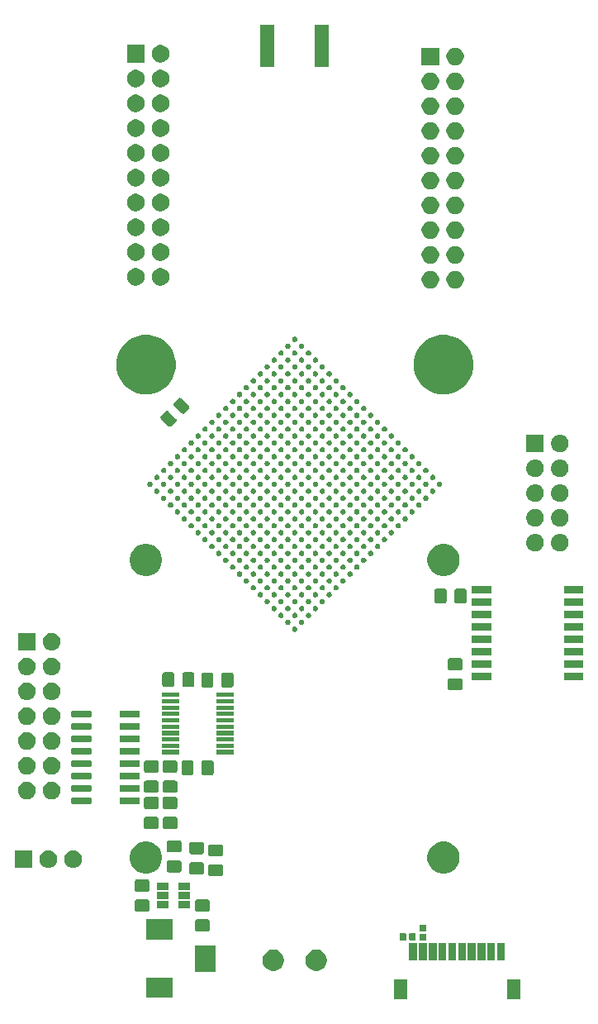
<source format=gbr>
%TF.GenerationSoftware,KiCad,Pcbnew,(5.1.6)-1*%
%TF.CreationDate,2020-12-21T13:22:22+01:00*%
%TF.ProjectId,PCB-Drone-With-FPGA,5043422d-4472-46f6-9e65-2d576974682d,rev?*%
%TF.SameCoordinates,Original*%
%TF.FileFunction,Soldermask,Bot*%
%TF.FilePolarity,Negative*%
%FSLAX46Y46*%
G04 Gerber Fmt 4.6, Leading zero omitted, Abs format (unit mm)*
G04 Created by KiCad (PCBNEW (5.1.6)-1) date 2020-12-21 13:22:22*
%MOMM*%
%LPD*%
G01*
G04 APERTURE LIST*
%ADD10C,0.100000*%
G04 APERTURE END LIST*
D10*
G36*
X153140000Y-139745000D02*
G01*
X151740000Y-139745000D01*
X151740000Y-137745000D01*
X153140000Y-137745000D01*
X153140000Y-139745000D01*
G37*
G36*
X141540000Y-139745000D02*
G01*
X140140000Y-139745000D01*
X140140000Y-137745000D01*
X141540000Y-137745000D01*
X141540000Y-139745000D01*
G37*
G36*
X117450000Y-139620000D02*
G01*
X114750000Y-139620000D01*
X114750000Y-137520000D01*
X117450000Y-137520000D01*
X117450000Y-139620000D01*
G37*
G36*
X121850000Y-136920000D02*
G01*
X119750000Y-136920000D01*
X119750000Y-134220000D01*
X121850000Y-134220000D01*
X121850000Y-136920000D01*
G37*
G36*
X132520856Y-134702272D02*
G01*
X132721048Y-134785194D01*
X132901208Y-134905573D01*
X133054427Y-135058792D01*
X133174806Y-135238952D01*
X133257728Y-135439144D01*
X133300000Y-135651657D01*
X133300000Y-135868343D01*
X133257728Y-136080856D01*
X133174806Y-136281048D01*
X133054427Y-136461208D01*
X132901208Y-136614427D01*
X132721048Y-136734806D01*
X132520856Y-136817728D01*
X132308343Y-136860000D01*
X132091657Y-136860000D01*
X131879144Y-136817728D01*
X131678952Y-136734806D01*
X131498792Y-136614427D01*
X131345573Y-136461208D01*
X131225194Y-136281048D01*
X131142272Y-136080856D01*
X131100000Y-135868343D01*
X131100000Y-135651657D01*
X131142272Y-135439144D01*
X131225194Y-135238952D01*
X131345573Y-135058792D01*
X131498792Y-134905573D01*
X131678952Y-134785194D01*
X131879144Y-134702272D01*
X132091657Y-134660000D01*
X132308343Y-134660000D01*
X132520856Y-134702272D01*
G37*
G36*
X128120856Y-134702272D02*
G01*
X128321048Y-134785194D01*
X128501208Y-134905573D01*
X128654427Y-135058792D01*
X128774806Y-135238952D01*
X128857728Y-135439144D01*
X128900000Y-135651657D01*
X128900000Y-135868343D01*
X128857728Y-136080856D01*
X128774806Y-136281048D01*
X128654427Y-136461208D01*
X128501208Y-136614427D01*
X128321048Y-136734806D01*
X128120856Y-136817728D01*
X127908343Y-136860000D01*
X127691657Y-136860000D01*
X127479144Y-136817728D01*
X127278952Y-136734806D01*
X127098792Y-136614427D01*
X126945573Y-136461208D01*
X126825194Y-136281048D01*
X126742272Y-136080856D01*
X126700000Y-135868343D01*
X126700000Y-135651657D01*
X126742272Y-135439144D01*
X126825194Y-135238952D01*
X126945573Y-135058792D01*
X127098792Y-134905573D01*
X127278952Y-134785194D01*
X127479144Y-134702272D01*
X127691657Y-134660000D01*
X127908343Y-134660000D01*
X128120856Y-134702272D01*
G37*
G36*
X142540000Y-135745000D02*
G01*
X141740000Y-135745000D01*
X141740000Y-133995000D01*
X142540000Y-133995000D01*
X142540000Y-135745000D01*
G37*
G36*
X148540000Y-135745000D02*
G01*
X147740000Y-135745000D01*
X147740000Y-133995000D01*
X148540000Y-133995000D01*
X148540000Y-135745000D01*
G37*
G36*
X143540000Y-135745000D02*
G01*
X142740000Y-135745000D01*
X142740000Y-133995000D01*
X143540000Y-133995000D01*
X143540000Y-135745000D01*
G37*
G36*
X151540000Y-135745000D02*
G01*
X150740000Y-135745000D01*
X150740000Y-133995000D01*
X151540000Y-133995000D01*
X151540000Y-135745000D01*
G37*
G36*
X150540000Y-135745000D02*
G01*
X149740000Y-135745000D01*
X149740000Y-133995000D01*
X150540000Y-133995000D01*
X150540000Y-135745000D01*
G37*
G36*
X149540000Y-135745000D02*
G01*
X148740000Y-135745000D01*
X148740000Y-133995000D01*
X149540000Y-133995000D01*
X149540000Y-135745000D01*
G37*
G36*
X147540000Y-135745000D02*
G01*
X146740000Y-135745000D01*
X146740000Y-133995000D01*
X147540000Y-133995000D01*
X147540000Y-135745000D01*
G37*
G36*
X146540000Y-135745000D02*
G01*
X145740000Y-135745000D01*
X145740000Y-133995000D01*
X146540000Y-133995000D01*
X146540000Y-135745000D01*
G37*
G36*
X145540000Y-135745000D02*
G01*
X144740000Y-135745000D01*
X144740000Y-133995000D01*
X145540000Y-133995000D01*
X145540000Y-135745000D01*
G37*
G36*
X144540000Y-135745000D02*
G01*
X143740000Y-135745000D01*
X143740000Y-133995000D01*
X144540000Y-133995000D01*
X144540000Y-135745000D01*
G37*
G36*
X143411305Y-133067829D02*
G01*
X143434196Y-133074773D01*
X143455288Y-133086047D01*
X143473779Y-133101221D01*
X143488953Y-133119712D01*
X143500227Y-133140804D01*
X143507171Y-133163695D01*
X143510000Y-133192417D01*
X143510000Y-133627583D01*
X143507171Y-133656305D01*
X143500227Y-133679196D01*
X143488953Y-133700288D01*
X143473779Y-133718779D01*
X143455288Y-133733953D01*
X143434196Y-133745227D01*
X143411305Y-133752171D01*
X143382583Y-133755000D01*
X142897417Y-133755000D01*
X142868695Y-133752171D01*
X142845804Y-133745227D01*
X142824712Y-133733953D01*
X142806221Y-133718779D01*
X142791047Y-133700288D01*
X142779773Y-133679196D01*
X142772829Y-133656305D01*
X142770000Y-133627583D01*
X142770000Y-133192417D01*
X142772829Y-133163695D01*
X142779773Y-133140804D01*
X142791047Y-133119712D01*
X142806221Y-133101221D01*
X142824712Y-133086047D01*
X142845804Y-133074773D01*
X142868695Y-133067829D01*
X142897417Y-133065000D01*
X143382583Y-133065000D01*
X143411305Y-133067829D01*
G37*
G36*
X141341305Y-132992829D02*
G01*
X141364196Y-132999773D01*
X141385288Y-133011047D01*
X141403779Y-133026221D01*
X141418953Y-133044712D01*
X141430227Y-133065804D01*
X141437171Y-133088695D01*
X141440000Y-133117417D01*
X141440000Y-133602583D01*
X141437171Y-133631305D01*
X141430227Y-133654196D01*
X141418953Y-133675288D01*
X141403779Y-133693779D01*
X141385288Y-133708953D01*
X141364196Y-133720227D01*
X141341305Y-133727171D01*
X141312583Y-133730000D01*
X140877417Y-133730000D01*
X140848695Y-133727171D01*
X140825804Y-133720227D01*
X140804712Y-133708953D01*
X140786221Y-133693779D01*
X140771047Y-133675288D01*
X140759773Y-133654196D01*
X140752829Y-133631305D01*
X140750000Y-133602583D01*
X140750000Y-133117417D01*
X140752829Y-133088695D01*
X140759773Y-133065804D01*
X140771047Y-133044712D01*
X140786221Y-133026221D01*
X140804712Y-133011047D01*
X140825804Y-132999773D01*
X140848695Y-132992829D01*
X140877417Y-132990000D01*
X141312583Y-132990000D01*
X141341305Y-132992829D01*
G37*
G36*
X142311305Y-132992829D02*
G01*
X142334196Y-132999773D01*
X142355288Y-133011047D01*
X142373779Y-133026221D01*
X142388953Y-133044712D01*
X142400227Y-133065804D01*
X142407171Y-133088695D01*
X142410000Y-133117417D01*
X142410000Y-133602583D01*
X142407171Y-133631305D01*
X142400227Y-133654196D01*
X142388953Y-133675288D01*
X142373779Y-133693779D01*
X142355288Y-133708953D01*
X142334196Y-133720227D01*
X142311305Y-133727171D01*
X142282583Y-133730000D01*
X141847417Y-133730000D01*
X141818695Y-133727171D01*
X141795804Y-133720227D01*
X141774712Y-133708953D01*
X141756221Y-133693779D01*
X141741047Y-133675288D01*
X141729773Y-133654196D01*
X141722829Y-133631305D01*
X141720000Y-133602583D01*
X141720000Y-133117417D01*
X141722829Y-133088695D01*
X141729773Y-133065804D01*
X141741047Y-133044712D01*
X141756221Y-133026221D01*
X141774712Y-133011047D01*
X141795804Y-132999773D01*
X141818695Y-132992829D01*
X141847417Y-132990000D01*
X142282583Y-132990000D01*
X142311305Y-132992829D01*
G37*
G36*
X117450000Y-133620000D02*
G01*
X114750000Y-133620000D01*
X114750000Y-131520000D01*
X117450000Y-131520000D01*
X117450000Y-133620000D01*
G37*
G36*
X121106676Y-131579610D02*
G01*
X121146958Y-131591829D01*
X121184082Y-131611671D01*
X121216622Y-131638378D01*
X121243329Y-131670918D01*
X121263171Y-131708042D01*
X121275390Y-131748324D01*
X121280000Y-131795125D01*
X121280000Y-132604875D01*
X121275390Y-132651676D01*
X121263171Y-132691958D01*
X121243329Y-132729082D01*
X121216622Y-132761622D01*
X121184082Y-132788329D01*
X121146958Y-132808171D01*
X121106676Y-132820390D01*
X121059875Y-132825000D01*
X120000125Y-132825000D01*
X119953324Y-132820390D01*
X119913042Y-132808171D01*
X119875918Y-132788329D01*
X119843378Y-132761622D01*
X119816671Y-132729082D01*
X119796829Y-132691958D01*
X119784610Y-132651676D01*
X119780000Y-132604875D01*
X119780000Y-131795125D01*
X119784610Y-131748324D01*
X119796829Y-131708042D01*
X119816671Y-131670918D01*
X119843378Y-131638378D01*
X119875918Y-131611671D01*
X119913042Y-131591829D01*
X119953324Y-131579610D01*
X120000125Y-131575000D01*
X121059875Y-131575000D01*
X121106676Y-131579610D01*
G37*
G36*
X143411305Y-132097829D02*
G01*
X143434196Y-132104773D01*
X143455288Y-132116047D01*
X143473779Y-132131221D01*
X143488953Y-132149712D01*
X143500227Y-132170804D01*
X143507171Y-132193695D01*
X143510000Y-132222417D01*
X143510000Y-132657583D01*
X143507171Y-132686305D01*
X143500227Y-132709196D01*
X143488953Y-132730288D01*
X143473779Y-132748779D01*
X143455288Y-132763953D01*
X143434196Y-132775227D01*
X143411305Y-132782171D01*
X143382583Y-132785000D01*
X142897417Y-132785000D01*
X142868695Y-132782171D01*
X142845804Y-132775227D01*
X142824712Y-132763953D01*
X142806221Y-132748779D01*
X142791047Y-132730288D01*
X142779773Y-132709196D01*
X142772829Y-132686305D01*
X142770000Y-132657583D01*
X142770000Y-132222417D01*
X142772829Y-132193695D01*
X142779773Y-132170804D01*
X142791047Y-132149712D01*
X142806221Y-132131221D01*
X142824712Y-132116047D01*
X142845804Y-132104773D01*
X142868695Y-132097829D01*
X142897417Y-132095000D01*
X143382583Y-132095000D01*
X143411305Y-132097829D01*
G37*
G36*
X114926676Y-129534610D02*
G01*
X114966958Y-129546829D01*
X115004082Y-129566671D01*
X115036622Y-129593378D01*
X115063329Y-129625918D01*
X115083171Y-129663042D01*
X115095390Y-129703324D01*
X115100000Y-129750125D01*
X115100000Y-130559875D01*
X115095390Y-130606676D01*
X115083171Y-130646958D01*
X115063329Y-130684082D01*
X115036622Y-130716622D01*
X115004082Y-130743329D01*
X114966958Y-130763171D01*
X114926676Y-130775390D01*
X114879875Y-130780000D01*
X113820125Y-130780000D01*
X113773324Y-130775390D01*
X113733042Y-130763171D01*
X113695918Y-130743329D01*
X113663378Y-130716622D01*
X113636671Y-130684082D01*
X113616829Y-130646958D01*
X113604610Y-130606676D01*
X113600000Y-130559875D01*
X113600000Y-129750125D01*
X113604610Y-129703324D01*
X113616829Y-129663042D01*
X113636671Y-129625918D01*
X113663378Y-129593378D01*
X113695918Y-129566671D01*
X113733042Y-129546829D01*
X113773324Y-129534610D01*
X113820125Y-129530000D01*
X114879875Y-129530000D01*
X114926676Y-129534610D01*
G37*
G36*
X121106676Y-129529610D02*
G01*
X121146958Y-129541829D01*
X121184082Y-129561671D01*
X121216622Y-129588378D01*
X121243329Y-129620918D01*
X121263171Y-129658042D01*
X121275390Y-129698324D01*
X121280000Y-129745125D01*
X121280000Y-130554875D01*
X121275390Y-130601676D01*
X121263171Y-130641958D01*
X121243329Y-130679082D01*
X121216622Y-130711622D01*
X121184082Y-130738329D01*
X121146958Y-130758171D01*
X121106676Y-130770390D01*
X121059875Y-130775000D01*
X120000125Y-130775000D01*
X119953324Y-130770390D01*
X119913042Y-130758171D01*
X119875918Y-130738329D01*
X119843378Y-130711622D01*
X119816671Y-130679082D01*
X119796829Y-130641958D01*
X119784610Y-130601676D01*
X119780000Y-130554875D01*
X119780000Y-129745125D01*
X119784610Y-129698324D01*
X119796829Y-129658042D01*
X119816671Y-129620918D01*
X119843378Y-129588378D01*
X119875918Y-129561671D01*
X119913042Y-129541829D01*
X119953324Y-129529610D01*
X120000125Y-129525000D01*
X121059875Y-129525000D01*
X121106676Y-129529610D01*
G37*
G36*
X119270000Y-130455000D02*
G01*
X118110000Y-130455000D01*
X118110000Y-129705000D01*
X119270000Y-129705000D01*
X119270000Y-130455000D01*
G37*
G36*
X117070000Y-130455000D02*
G01*
X115910000Y-130455000D01*
X115910000Y-129705000D01*
X117070000Y-129705000D01*
X117070000Y-130455000D01*
G37*
G36*
X117070000Y-129505000D02*
G01*
X115910000Y-129505000D01*
X115910000Y-128755000D01*
X117070000Y-128755000D01*
X117070000Y-129505000D01*
G37*
G36*
X119270000Y-129505000D02*
G01*
X118110000Y-129505000D01*
X118110000Y-128755000D01*
X119270000Y-128755000D01*
X119270000Y-129505000D01*
G37*
G36*
X114926676Y-127484610D02*
G01*
X114966958Y-127496829D01*
X115004082Y-127516671D01*
X115036622Y-127543378D01*
X115063329Y-127575918D01*
X115083171Y-127613042D01*
X115095390Y-127653324D01*
X115100000Y-127700125D01*
X115100000Y-128509875D01*
X115095390Y-128556676D01*
X115083171Y-128596958D01*
X115063329Y-128634082D01*
X115036622Y-128666622D01*
X115004082Y-128693329D01*
X114966958Y-128713171D01*
X114926676Y-128725390D01*
X114879875Y-128730000D01*
X113820125Y-128730000D01*
X113773324Y-128725390D01*
X113733042Y-128713171D01*
X113695918Y-128693329D01*
X113663378Y-128666622D01*
X113636671Y-128634082D01*
X113616829Y-128596958D01*
X113604610Y-128556676D01*
X113600000Y-128509875D01*
X113600000Y-127700125D01*
X113604610Y-127653324D01*
X113616829Y-127613042D01*
X113636671Y-127575918D01*
X113663378Y-127543378D01*
X113695918Y-127516671D01*
X113733042Y-127496829D01*
X113773324Y-127484610D01*
X113820125Y-127480000D01*
X114879875Y-127480000D01*
X114926676Y-127484610D01*
G37*
G36*
X119270000Y-128555000D02*
G01*
X118110000Y-128555000D01*
X118110000Y-127805000D01*
X119270000Y-127805000D01*
X119270000Y-128555000D01*
G37*
G36*
X117070000Y-128555000D02*
G01*
X115910000Y-128555000D01*
X115910000Y-127805000D01*
X117070000Y-127805000D01*
X117070000Y-128555000D01*
G37*
G36*
X122466676Y-125934610D02*
G01*
X122506958Y-125946829D01*
X122544082Y-125966671D01*
X122576622Y-125993378D01*
X122603329Y-126025918D01*
X122623171Y-126063042D01*
X122635390Y-126103324D01*
X122640000Y-126150125D01*
X122640000Y-126959875D01*
X122635390Y-127006676D01*
X122623171Y-127046958D01*
X122603329Y-127084082D01*
X122576622Y-127116622D01*
X122544082Y-127143329D01*
X122506958Y-127163171D01*
X122466676Y-127175390D01*
X122419875Y-127180000D01*
X121360125Y-127180000D01*
X121313324Y-127175390D01*
X121273042Y-127163171D01*
X121235918Y-127143329D01*
X121203378Y-127116622D01*
X121176671Y-127084082D01*
X121156829Y-127046958D01*
X121144610Y-127006676D01*
X121140000Y-126959875D01*
X121140000Y-126150125D01*
X121144610Y-126103324D01*
X121156829Y-126063042D01*
X121176671Y-126025918D01*
X121203378Y-125993378D01*
X121235918Y-125966671D01*
X121273042Y-125946829D01*
X121313324Y-125934610D01*
X121360125Y-125930000D01*
X122419875Y-125930000D01*
X122466676Y-125934610D01*
G37*
G36*
X120516676Y-125709610D02*
G01*
X120556958Y-125721829D01*
X120594082Y-125741671D01*
X120626622Y-125768378D01*
X120653329Y-125800918D01*
X120673171Y-125838042D01*
X120685390Y-125878324D01*
X120690000Y-125925125D01*
X120690000Y-126734875D01*
X120685390Y-126781676D01*
X120673171Y-126821958D01*
X120653329Y-126859082D01*
X120626622Y-126891622D01*
X120594082Y-126918329D01*
X120556958Y-126938171D01*
X120516676Y-126950390D01*
X120469875Y-126955000D01*
X119410125Y-126955000D01*
X119363324Y-126950390D01*
X119323042Y-126938171D01*
X119285918Y-126918329D01*
X119253378Y-126891622D01*
X119226671Y-126859082D01*
X119206829Y-126821958D01*
X119194610Y-126781676D01*
X119190000Y-126734875D01*
X119190000Y-125925125D01*
X119194610Y-125878324D01*
X119206829Y-125838042D01*
X119226671Y-125800918D01*
X119253378Y-125768378D01*
X119285918Y-125741671D01*
X119323042Y-125721829D01*
X119363324Y-125709610D01*
X119410125Y-125705000D01*
X120469875Y-125705000D01*
X120516676Y-125709610D01*
G37*
G36*
X115231287Y-123663408D02*
G01*
X115531568Y-123787789D01*
X115801814Y-123968361D01*
X116031639Y-124198186D01*
X116212211Y-124468432D01*
X116336592Y-124768713D01*
X116400000Y-125087489D01*
X116400000Y-125412511D01*
X116336592Y-125731287D01*
X116212211Y-126031568D01*
X116031639Y-126301814D01*
X115801814Y-126531639D01*
X115531568Y-126712211D01*
X115231287Y-126836592D01*
X114912511Y-126900000D01*
X114587489Y-126900000D01*
X114268713Y-126836592D01*
X113968432Y-126712211D01*
X113698186Y-126531639D01*
X113468361Y-126301814D01*
X113287789Y-126031568D01*
X113163408Y-125731287D01*
X113100000Y-125412511D01*
X113100000Y-125087489D01*
X113163408Y-124768713D01*
X113287789Y-124468432D01*
X113468361Y-124198186D01*
X113698186Y-123968361D01*
X113968432Y-123787789D01*
X114268713Y-123663408D01*
X114587489Y-123600000D01*
X114912511Y-123600000D01*
X115231287Y-123663408D01*
G37*
G36*
X145731287Y-123663408D02*
G01*
X146031568Y-123787789D01*
X146301814Y-123968361D01*
X146531639Y-124198186D01*
X146712211Y-124468432D01*
X146836592Y-124768713D01*
X146900000Y-125087489D01*
X146900000Y-125412511D01*
X146836592Y-125731287D01*
X146712211Y-126031568D01*
X146531639Y-126301814D01*
X146301814Y-126531639D01*
X146031568Y-126712211D01*
X145731287Y-126836592D01*
X145412511Y-126900000D01*
X145087489Y-126900000D01*
X144768713Y-126836592D01*
X144468432Y-126712211D01*
X144198186Y-126531639D01*
X143968361Y-126301814D01*
X143787789Y-126031568D01*
X143663408Y-125731287D01*
X143600000Y-125412511D01*
X143600000Y-125087489D01*
X143663408Y-124768713D01*
X143787789Y-124468432D01*
X143968361Y-124198186D01*
X144198186Y-123968361D01*
X144468432Y-123787789D01*
X144768713Y-123663408D01*
X145087489Y-123600000D01*
X145412511Y-123600000D01*
X145731287Y-123663408D01*
G37*
G36*
X118206676Y-125514610D02*
G01*
X118246958Y-125526829D01*
X118284082Y-125546671D01*
X118316622Y-125573378D01*
X118343329Y-125605918D01*
X118363171Y-125643042D01*
X118375390Y-125683324D01*
X118380000Y-125730125D01*
X118380000Y-126539875D01*
X118375390Y-126586676D01*
X118363171Y-126626958D01*
X118343329Y-126664082D01*
X118316622Y-126696622D01*
X118284082Y-126723329D01*
X118246958Y-126743171D01*
X118206676Y-126755390D01*
X118159875Y-126760000D01*
X117100125Y-126760000D01*
X117053324Y-126755390D01*
X117013042Y-126743171D01*
X116975918Y-126723329D01*
X116943378Y-126696622D01*
X116916671Y-126664082D01*
X116896829Y-126626958D01*
X116884610Y-126586676D01*
X116880000Y-126539875D01*
X116880000Y-125730125D01*
X116884610Y-125683324D01*
X116896829Y-125643042D01*
X116916671Y-125605918D01*
X116943378Y-125573378D01*
X116975918Y-125546671D01*
X117013042Y-125526829D01*
X117053324Y-125514610D01*
X117100125Y-125510000D01*
X118159875Y-125510000D01*
X118206676Y-125514610D01*
G37*
G36*
X107542520Y-124534586D02*
G01*
X107542522Y-124534587D01*
X107542523Y-124534587D01*
X107603025Y-124559648D01*
X107706310Y-124602430D01*
X107853717Y-124700924D01*
X107979076Y-124826283D01*
X108077570Y-124973690D01*
X108145414Y-125137480D01*
X108180000Y-125311358D01*
X108180000Y-125488642D01*
X108151730Y-125630768D01*
X108145413Y-125662523D01*
X108136797Y-125683324D01*
X108077570Y-125826310D01*
X107979076Y-125973717D01*
X107853717Y-126099076D01*
X107706310Y-126197570D01*
X107603025Y-126240352D01*
X107542523Y-126265413D01*
X107542522Y-126265413D01*
X107542520Y-126265414D01*
X107368642Y-126300000D01*
X107191358Y-126300000D01*
X107017480Y-126265414D01*
X107017478Y-126265413D01*
X107017477Y-126265413D01*
X106956975Y-126240352D01*
X106853690Y-126197570D01*
X106706283Y-126099076D01*
X106580924Y-125973717D01*
X106482430Y-125826310D01*
X106423203Y-125683324D01*
X106414587Y-125662523D01*
X106408271Y-125630768D01*
X106380000Y-125488642D01*
X106380000Y-125311358D01*
X106414586Y-125137480D01*
X106482430Y-124973690D01*
X106580924Y-124826283D01*
X106706283Y-124700924D01*
X106853690Y-124602430D01*
X106956975Y-124559648D01*
X107017477Y-124534587D01*
X107017478Y-124534587D01*
X107017480Y-124534586D01*
X107191358Y-124500000D01*
X107368642Y-124500000D01*
X107542520Y-124534586D01*
G37*
G36*
X105002520Y-124534586D02*
G01*
X105002522Y-124534587D01*
X105002523Y-124534587D01*
X105063025Y-124559648D01*
X105166310Y-124602430D01*
X105313717Y-124700924D01*
X105439076Y-124826283D01*
X105537570Y-124973690D01*
X105605414Y-125137480D01*
X105640000Y-125311358D01*
X105640000Y-125488642D01*
X105611730Y-125630768D01*
X105605413Y-125662523D01*
X105596797Y-125683324D01*
X105537570Y-125826310D01*
X105439076Y-125973717D01*
X105313717Y-126099076D01*
X105166310Y-126197570D01*
X105063025Y-126240352D01*
X105002523Y-126265413D01*
X105002522Y-126265413D01*
X105002520Y-126265414D01*
X104828642Y-126300000D01*
X104651358Y-126300000D01*
X104477480Y-126265414D01*
X104477478Y-126265413D01*
X104477477Y-126265413D01*
X104416975Y-126240352D01*
X104313690Y-126197570D01*
X104166283Y-126099076D01*
X104040924Y-125973717D01*
X103942430Y-125826310D01*
X103883203Y-125683324D01*
X103874587Y-125662523D01*
X103868271Y-125630768D01*
X103840000Y-125488642D01*
X103840000Y-125311358D01*
X103874586Y-125137480D01*
X103942430Y-124973690D01*
X104040924Y-124826283D01*
X104166283Y-124700924D01*
X104313690Y-124602430D01*
X104416975Y-124559648D01*
X104477477Y-124534587D01*
X104477478Y-124534587D01*
X104477480Y-124534586D01*
X104651358Y-124500000D01*
X104828642Y-124500000D01*
X105002520Y-124534586D01*
G37*
G36*
X103100000Y-126300000D02*
G01*
X101300000Y-126300000D01*
X101300000Y-124500000D01*
X103100000Y-124500000D01*
X103100000Y-126300000D01*
G37*
G36*
X122466676Y-123884610D02*
G01*
X122506958Y-123896829D01*
X122544082Y-123916671D01*
X122576622Y-123943378D01*
X122603329Y-123975918D01*
X122623171Y-124013042D01*
X122635390Y-124053324D01*
X122640000Y-124100125D01*
X122640000Y-124909875D01*
X122635390Y-124956676D01*
X122623171Y-124996958D01*
X122603329Y-125034082D01*
X122576622Y-125066622D01*
X122544082Y-125093329D01*
X122506958Y-125113171D01*
X122466676Y-125125390D01*
X122419875Y-125130000D01*
X121360125Y-125130000D01*
X121313324Y-125125390D01*
X121273042Y-125113171D01*
X121235918Y-125093329D01*
X121203378Y-125066622D01*
X121176671Y-125034082D01*
X121156829Y-124996958D01*
X121144610Y-124956676D01*
X121140000Y-124909875D01*
X121140000Y-124100125D01*
X121144610Y-124053324D01*
X121156829Y-124013042D01*
X121176671Y-123975918D01*
X121203378Y-123943378D01*
X121235918Y-123916671D01*
X121273042Y-123896829D01*
X121313324Y-123884610D01*
X121360125Y-123880000D01*
X122419875Y-123880000D01*
X122466676Y-123884610D01*
G37*
G36*
X120516676Y-123659610D02*
G01*
X120556958Y-123671829D01*
X120594082Y-123691671D01*
X120626622Y-123718378D01*
X120653329Y-123750918D01*
X120673171Y-123788042D01*
X120685390Y-123828324D01*
X120690000Y-123875125D01*
X120690000Y-124684875D01*
X120685390Y-124731676D01*
X120673171Y-124771958D01*
X120653329Y-124809082D01*
X120626622Y-124841622D01*
X120594082Y-124868329D01*
X120556958Y-124888171D01*
X120516676Y-124900390D01*
X120469875Y-124905000D01*
X119410125Y-124905000D01*
X119363324Y-124900390D01*
X119323042Y-124888171D01*
X119285918Y-124868329D01*
X119253378Y-124841622D01*
X119226671Y-124809082D01*
X119206829Y-124771958D01*
X119194610Y-124731676D01*
X119190000Y-124684875D01*
X119190000Y-123875125D01*
X119194610Y-123828324D01*
X119206829Y-123788042D01*
X119226671Y-123750918D01*
X119253378Y-123718378D01*
X119285918Y-123691671D01*
X119323042Y-123671829D01*
X119363324Y-123659610D01*
X119410125Y-123655000D01*
X120469875Y-123655000D01*
X120516676Y-123659610D01*
G37*
G36*
X118206676Y-123464610D02*
G01*
X118246958Y-123476829D01*
X118284082Y-123496671D01*
X118316622Y-123523378D01*
X118343329Y-123555918D01*
X118363171Y-123593042D01*
X118375390Y-123633324D01*
X118380000Y-123680125D01*
X118380000Y-124489875D01*
X118375390Y-124536676D01*
X118363171Y-124576958D01*
X118343329Y-124614082D01*
X118316622Y-124646622D01*
X118284082Y-124673329D01*
X118246958Y-124693171D01*
X118206676Y-124705390D01*
X118159875Y-124710000D01*
X117100125Y-124710000D01*
X117053324Y-124705390D01*
X117013042Y-124693171D01*
X116975918Y-124673329D01*
X116943378Y-124646622D01*
X116916671Y-124614082D01*
X116896829Y-124576958D01*
X116884610Y-124536676D01*
X116880000Y-124489875D01*
X116880000Y-123680125D01*
X116884610Y-123633324D01*
X116896829Y-123593042D01*
X116916671Y-123555918D01*
X116943378Y-123523378D01*
X116975918Y-123496671D01*
X117013042Y-123476829D01*
X117053324Y-123464610D01*
X117100125Y-123460000D01*
X118159875Y-123460000D01*
X118206676Y-123464610D01*
G37*
G36*
X115881676Y-121084610D02*
G01*
X115921958Y-121096829D01*
X115959082Y-121116671D01*
X115991622Y-121143378D01*
X116018329Y-121175918D01*
X116038171Y-121213042D01*
X116050390Y-121253324D01*
X116055000Y-121300125D01*
X116055000Y-122109875D01*
X116050390Y-122156676D01*
X116038171Y-122196958D01*
X116018329Y-122234082D01*
X115991622Y-122266622D01*
X115959082Y-122293329D01*
X115921958Y-122313171D01*
X115881676Y-122325390D01*
X115834875Y-122330000D01*
X114775125Y-122330000D01*
X114728324Y-122325390D01*
X114688042Y-122313171D01*
X114650918Y-122293329D01*
X114618378Y-122266622D01*
X114591671Y-122234082D01*
X114571829Y-122196958D01*
X114559610Y-122156676D01*
X114555000Y-122109875D01*
X114555000Y-121300125D01*
X114559610Y-121253324D01*
X114571829Y-121213042D01*
X114591671Y-121175918D01*
X114618378Y-121143378D01*
X114650918Y-121116671D01*
X114688042Y-121096829D01*
X114728324Y-121084610D01*
X114775125Y-121080000D01*
X115834875Y-121080000D01*
X115881676Y-121084610D01*
G37*
G36*
X117781676Y-121084610D02*
G01*
X117821958Y-121096829D01*
X117859082Y-121116671D01*
X117891622Y-121143378D01*
X117918329Y-121175918D01*
X117938171Y-121213042D01*
X117950390Y-121253324D01*
X117955000Y-121300125D01*
X117955000Y-122109875D01*
X117950390Y-122156676D01*
X117938171Y-122196958D01*
X117918329Y-122234082D01*
X117891622Y-122266622D01*
X117859082Y-122293329D01*
X117821958Y-122313171D01*
X117781676Y-122325390D01*
X117734875Y-122330000D01*
X116675125Y-122330000D01*
X116628324Y-122325390D01*
X116588042Y-122313171D01*
X116550918Y-122293329D01*
X116518378Y-122266622D01*
X116491671Y-122234082D01*
X116471829Y-122196958D01*
X116459610Y-122156676D01*
X116455000Y-122109875D01*
X116455000Y-121300125D01*
X116459610Y-121253324D01*
X116471829Y-121213042D01*
X116491671Y-121175918D01*
X116518378Y-121143378D01*
X116550918Y-121116671D01*
X116588042Y-121096829D01*
X116628324Y-121084610D01*
X116675125Y-121080000D01*
X117734875Y-121080000D01*
X117781676Y-121084610D01*
G37*
G36*
X117781676Y-119034610D02*
G01*
X117821958Y-119046829D01*
X117859082Y-119066671D01*
X117891622Y-119093378D01*
X117918329Y-119125918D01*
X117938171Y-119163042D01*
X117950390Y-119203324D01*
X117955000Y-119250125D01*
X117955000Y-120059875D01*
X117950390Y-120106676D01*
X117938171Y-120146958D01*
X117918329Y-120184082D01*
X117891622Y-120216622D01*
X117859082Y-120243329D01*
X117821958Y-120263171D01*
X117781676Y-120275390D01*
X117734875Y-120280000D01*
X116675125Y-120280000D01*
X116628324Y-120275390D01*
X116588042Y-120263171D01*
X116550918Y-120243329D01*
X116518378Y-120216622D01*
X116491671Y-120184082D01*
X116471829Y-120146958D01*
X116459610Y-120106676D01*
X116455000Y-120059875D01*
X116455000Y-119250125D01*
X116459610Y-119203324D01*
X116471829Y-119163042D01*
X116491671Y-119125918D01*
X116518378Y-119093378D01*
X116550918Y-119066671D01*
X116588042Y-119046829D01*
X116628324Y-119034610D01*
X116675125Y-119030000D01*
X117734875Y-119030000D01*
X117781676Y-119034610D01*
G37*
G36*
X115881676Y-119034610D02*
G01*
X115921958Y-119046829D01*
X115959082Y-119066671D01*
X115991622Y-119093378D01*
X116018329Y-119125918D01*
X116038171Y-119163042D01*
X116050390Y-119203324D01*
X116055000Y-119250125D01*
X116055000Y-120059875D01*
X116050390Y-120106676D01*
X116038171Y-120146958D01*
X116018329Y-120184082D01*
X115991622Y-120216622D01*
X115959082Y-120243329D01*
X115921958Y-120263171D01*
X115881676Y-120275390D01*
X115834875Y-120280000D01*
X114775125Y-120280000D01*
X114728324Y-120275390D01*
X114688042Y-120263171D01*
X114650918Y-120243329D01*
X114618378Y-120216622D01*
X114591671Y-120184082D01*
X114571829Y-120146958D01*
X114559610Y-120106676D01*
X114555000Y-120059875D01*
X114555000Y-119250125D01*
X114559610Y-119203324D01*
X114571829Y-119163042D01*
X114591671Y-119125918D01*
X114618378Y-119093378D01*
X114650918Y-119066671D01*
X114688042Y-119046829D01*
X114728324Y-119034610D01*
X114775125Y-119030000D01*
X115834875Y-119030000D01*
X115881676Y-119034610D01*
G37*
G36*
X114004293Y-119077877D02*
G01*
X114027650Y-119084962D01*
X114049178Y-119096469D01*
X114068046Y-119111954D01*
X114083531Y-119130822D01*
X114095038Y-119152350D01*
X114102123Y-119175707D01*
X114105000Y-119204917D01*
X114105000Y-119645083D01*
X114102123Y-119674293D01*
X114095038Y-119697650D01*
X114083531Y-119719178D01*
X114068046Y-119738046D01*
X114049178Y-119753531D01*
X114027650Y-119765038D01*
X114004293Y-119772123D01*
X113975083Y-119775000D01*
X112184917Y-119775000D01*
X112155707Y-119772123D01*
X112132350Y-119765038D01*
X112110822Y-119753531D01*
X112091954Y-119738046D01*
X112076469Y-119719178D01*
X112064962Y-119697650D01*
X112057877Y-119674293D01*
X112055000Y-119645083D01*
X112055000Y-119204917D01*
X112057877Y-119175707D01*
X112064962Y-119152350D01*
X112076469Y-119130822D01*
X112091954Y-119111954D01*
X112110822Y-119096469D01*
X112132350Y-119084962D01*
X112155707Y-119077877D01*
X112184917Y-119075000D01*
X113975083Y-119075000D01*
X114004293Y-119077877D01*
G37*
G36*
X109054293Y-119077877D02*
G01*
X109077650Y-119084962D01*
X109099178Y-119096469D01*
X109118046Y-119111954D01*
X109133531Y-119130822D01*
X109145038Y-119152350D01*
X109152123Y-119175707D01*
X109155000Y-119204917D01*
X109155000Y-119645083D01*
X109152123Y-119674293D01*
X109145038Y-119697650D01*
X109133531Y-119719178D01*
X109118046Y-119738046D01*
X109099178Y-119753531D01*
X109077650Y-119765038D01*
X109054293Y-119772123D01*
X109025083Y-119775000D01*
X107234917Y-119775000D01*
X107205707Y-119772123D01*
X107182350Y-119765038D01*
X107160822Y-119753531D01*
X107141954Y-119738046D01*
X107126469Y-119719178D01*
X107114962Y-119697650D01*
X107107877Y-119674293D01*
X107105000Y-119645083D01*
X107105000Y-119204917D01*
X107107877Y-119175707D01*
X107114962Y-119152350D01*
X107126469Y-119130822D01*
X107141954Y-119111954D01*
X107160822Y-119096469D01*
X107182350Y-119084962D01*
X107205707Y-119077877D01*
X107234917Y-119075000D01*
X109025083Y-119075000D01*
X109054293Y-119077877D01*
G37*
G36*
X105338520Y-117500586D02*
G01*
X105338522Y-117500587D01*
X105338523Y-117500587D01*
X105392024Y-117522748D01*
X105502310Y-117568430D01*
X105649717Y-117666924D01*
X105775076Y-117792283D01*
X105873570Y-117939690D01*
X105941414Y-118103480D01*
X105976000Y-118277358D01*
X105976000Y-118454642D01*
X105941414Y-118628520D01*
X105873570Y-118792310D01*
X105775076Y-118939717D01*
X105649717Y-119065076D01*
X105502310Y-119163570D01*
X105455329Y-119183030D01*
X105338523Y-119231413D01*
X105338522Y-119231413D01*
X105338520Y-119231414D01*
X105164642Y-119266000D01*
X104987358Y-119266000D01*
X104813480Y-119231414D01*
X104813478Y-119231413D01*
X104813477Y-119231413D01*
X104696671Y-119183030D01*
X104649690Y-119163570D01*
X104502283Y-119065076D01*
X104376924Y-118939717D01*
X104278430Y-118792310D01*
X104210586Y-118628520D01*
X104176000Y-118454642D01*
X104176000Y-118277358D01*
X104210586Y-118103480D01*
X104278430Y-117939690D01*
X104376924Y-117792283D01*
X104502283Y-117666924D01*
X104649690Y-117568430D01*
X104759976Y-117522748D01*
X104813477Y-117500587D01*
X104813478Y-117500587D01*
X104813480Y-117500586D01*
X104987358Y-117466000D01*
X105164642Y-117466000D01*
X105338520Y-117500586D01*
G37*
G36*
X102798520Y-117500586D02*
G01*
X102798522Y-117500587D01*
X102798523Y-117500587D01*
X102852024Y-117522748D01*
X102962310Y-117568430D01*
X103109717Y-117666924D01*
X103235076Y-117792283D01*
X103333570Y-117939690D01*
X103401414Y-118103480D01*
X103436000Y-118277358D01*
X103436000Y-118454642D01*
X103401414Y-118628520D01*
X103333570Y-118792310D01*
X103235076Y-118939717D01*
X103109717Y-119065076D01*
X102962310Y-119163570D01*
X102915329Y-119183030D01*
X102798523Y-119231413D01*
X102798522Y-119231413D01*
X102798520Y-119231414D01*
X102624642Y-119266000D01*
X102447358Y-119266000D01*
X102273480Y-119231414D01*
X102273478Y-119231413D01*
X102273477Y-119231413D01*
X102156671Y-119183030D01*
X102109690Y-119163570D01*
X101962283Y-119065076D01*
X101836924Y-118939717D01*
X101738430Y-118792310D01*
X101670586Y-118628520D01*
X101636000Y-118454642D01*
X101636000Y-118277358D01*
X101670586Y-118103480D01*
X101738430Y-117939690D01*
X101836924Y-117792283D01*
X101962283Y-117666924D01*
X102109690Y-117568430D01*
X102219976Y-117522748D01*
X102273477Y-117500587D01*
X102273478Y-117500587D01*
X102273480Y-117500586D01*
X102447358Y-117466000D01*
X102624642Y-117466000D01*
X102798520Y-117500586D01*
G37*
G36*
X117781676Y-117359610D02*
G01*
X117821958Y-117371829D01*
X117859082Y-117391671D01*
X117891622Y-117418378D01*
X117918329Y-117450918D01*
X117938171Y-117488042D01*
X117950390Y-117528324D01*
X117955000Y-117575125D01*
X117955000Y-118384875D01*
X117950390Y-118431676D01*
X117938171Y-118471958D01*
X117918329Y-118509082D01*
X117891622Y-118541622D01*
X117859082Y-118568329D01*
X117821958Y-118588171D01*
X117781676Y-118600390D01*
X117734875Y-118605000D01*
X116675125Y-118605000D01*
X116628324Y-118600390D01*
X116588042Y-118588171D01*
X116550918Y-118568329D01*
X116518378Y-118541622D01*
X116491671Y-118509082D01*
X116471829Y-118471958D01*
X116459610Y-118431676D01*
X116455000Y-118384875D01*
X116455000Y-117575125D01*
X116459610Y-117528324D01*
X116471829Y-117488042D01*
X116491671Y-117450918D01*
X116518378Y-117418378D01*
X116550918Y-117391671D01*
X116588042Y-117371829D01*
X116628324Y-117359610D01*
X116675125Y-117355000D01*
X117734875Y-117355000D01*
X117781676Y-117359610D01*
G37*
G36*
X115881676Y-117359610D02*
G01*
X115921958Y-117371829D01*
X115959082Y-117391671D01*
X115991622Y-117418378D01*
X116018329Y-117450918D01*
X116038171Y-117488042D01*
X116050390Y-117528324D01*
X116055000Y-117575125D01*
X116055000Y-118384875D01*
X116050390Y-118431676D01*
X116038171Y-118471958D01*
X116018329Y-118509082D01*
X115991622Y-118541622D01*
X115959082Y-118568329D01*
X115921958Y-118588171D01*
X115881676Y-118600390D01*
X115834875Y-118605000D01*
X114775125Y-118605000D01*
X114728324Y-118600390D01*
X114688042Y-118588171D01*
X114650918Y-118568329D01*
X114618378Y-118541622D01*
X114591671Y-118509082D01*
X114571829Y-118471958D01*
X114559610Y-118431676D01*
X114555000Y-118384875D01*
X114555000Y-117575125D01*
X114559610Y-117528324D01*
X114571829Y-117488042D01*
X114591671Y-117450918D01*
X114618378Y-117418378D01*
X114650918Y-117391671D01*
X114688042Y-117371829D01*
X114728324Y-117359610D01*
X114775125Y-117355000D01*
X115834875Y-117355000D01*
X115881676Y-117359610D01*
G37*
G36*
X114004293Y-117807877D02*
G01*
X114027650Y-117814962D01*
X114049178Y-117826469D01*
X114068046Y-117841954D01*
X114083531Y-117860822D01*
X114095038Y-117882350D01*
X114102123Y-117905707D01*
X114105000Y-117934917D01*
X114105000Y-118375083D01*
X114102123Y-118404293D01*
X114095038Y-118427650D01*
X114083531Y-118449178D01*
X114068046Y-118468046D01*
X114049178Y-118483531D01*
X114027650Y-118495038D01*
X114004293Y-118502123D01*
X113975083Y-118505000D01*
X112184917Y-118505000D01*
X112155707Y-118502123D01*
X112132350Y-118495038D01*
X112110822Y-118483531D01*
X112091954Y-118468046D01*
X112076469Y-118449178D01*
X112064962Y-118427650D01*
X112057877Y-118404293D01*
X112055000Y-118375083D01*
X112055000Y-117934917D01*
X112057877Y-117905707D01*
X112064962Y-117882350D01*
X112076469Y-117860822D01*
X112091954Y-117841954D01*
X112110822Y-117826469D01*
X112132350Y-117814962D01*
X112155707Y-117807877D01*
X112184917Y-117805000D01*
X113975083Y-117805000D01*
X114004293Y-117807877D01*
G37*
G36*
X109054293Y-117807877D02*
G01*
X109077650Y-117814962D01*
X109099178Y-117826469D01*
X109118046Y-117841954D01*
X109133531Y-117860822D01*
X109145038Y-117882350D01*
X109152123Y-117905707D01*
X109155000Y-117934917D01*
X109155000Y-118375083D01*
X109152123Y-118404293D01*
X109145038Y-118427650D01*
X109133531Y-118449178D01*
X109118046Y-118468046D01*
X109099178Y-118483531D01*
X109077650Y-118495038D01*
X109054293Y-118502123D01*
X109025083Y-118505000D01*
X107234917Y-118505000D01*
X107205707Y-118502123D01*
X107182350Y-118495038D01*
X107160822Y-118483531D01*
X107141954Y-118468046D01*
X107126469Y-118449178D01*
X107114962Y-118427650D01*
X107107877Y-118404293D01*
X107105000Y-118375083D01*
X107105000Y-117934917D01*
X107107877Y-117905707D01*
X107114962Y-117882350D01*
X107126469Y-117860822D01*
X107141954Y-117841954D01*
X107160822Y-117826469D01*
X107182350Y-117814962D01*
X107205707Y-117807877D01*
X107234917Y-117805000D01*
X109025083Y-117805000D01*
X109054293Y-117807877D01*
G37*
G36*
X114004293Y-116537877D02*
G01*
X114027650Y-116544962D01*
X114049178Y-116556469D01*
X114068046Y-116571954D01*
X114083531Y-116590822D01*
X114095038Y-116612350D01*
X114102123Y-116635707D01*
X114105000Y-116664917D01*
X114105000Y-117105083D01*
X114102123Y-117134293D01*
X114095038Y-117157650D01*
X114083531Y-117179178D01*
X114068046Y-117198046D01*
X114049178Y-117213531D01*
X114027650Y-117225038D01*
X114004293Y-117232123D01*
X113975083Y-117235000D01*
X112184917Y-117235000D01*
X112155707Y-117232123D01*
X112132350Y-117225038D01*
X112110822Y-117213531D01*
X112091954Y-117198046D01*
X112076469Y-117179178D01*
X112064962Y-117157650D01*
X112057877Y-117134293D01*
X112055000Y-117105083D01*
X112055000Y-116664917D01*
X112057877Y-116635707D01*
X112064962Y-116612350D01*
X112076469Y-116590822D01*
X112091954Y-116571954D01*
X112110822Y-116556469D01*
X112132350Y-116544962D01*
X112155707Y-116537877D01*
X112184917Y-116535000D01*
X113975083Y-116535000D01*
X114004293Y-116537877D01*
G37*
G36*
X109054293Y-116537877D02*
G01*
X109077650Y-116544962D01*
X109099178Y-116556469D01*
X109118046Y-116571954D01*
X109133531Y-116590822D01*
X109145038Y-116612350D01*
X109152123Y-116635707D01*
X109155000Y-116664917D01*
X109155000Y-117105083D01*
X109152123Y-117134293D01*
X109145038Y-117157650D01*
X109133531Y-117179178D01*
X109118046Y-117198046D01*
X109099178Y-117213531D01*
X109077650Y-117225038D01*
X109054293Y-117232123D01*
X109025083Y-117235000D01*
X107234917Y-117235000D01*
X107205707Y-117232123D01*
X107182350Y-117225038D01*
X107160822Y-117213531D01*
X107141954Y-117198046D01*
X107126469Y-117179178D01*
X107114962Y-117157650D01*
X107107877Y-117134293D01*
X107105000Y-117105083D01*
X107105000Y-116664917D01*
X107107877Y-116635707D01*
X107114962Y-116612350D01*
X107126469Y-116590822D01*
X107141954Y-116571954D01*
X107160822Y-116556469D01*
X107182350Y-116544962D01*
X107205707Y-116537877D01*
X107234917Y-116535000D01*
X109025083Y-116535000D01*
X109054293Y-116537877D01*
G37*
G36*
X119466676Y-115304610D02*
G01*
X119506958Y-115316829D01*
X119544082Y-115336671D01*
X119576622Y-115363378D01*
X119603329Y-115395918D01*
X119623171Y-115433042D01*
X119635390Y-115473324D01*
X119640000Y-115520125D01*
X119640000Y-116579875D01*
X119635390Y-116626676D01*
X119623171Y-116666958D01*
X119603329Y-116704082D01*
X119576622Y-116736622D01*
X119544082Y-116763329D01*
X119506958Y-116783171D01*
X119466676Y-116795390D01*
X119419875Y-116800000D01*
X118610125Y-116800000D01*
X118563324Y-116795390D01*
X118523042Y-116783171D01*
X118485918Y-116763329D01*
X118453378Y-116736622D01*
X118426671Y-116704082D01*
X118406829Y-116666958D01*
X118394610Y-116626676D01*
X118390000Y-116579875D01*
X118390000Y-115520125D01*
X118394610Y-115473324D01*
X118406829Y-115433042D01*
X118426671Y-115395918D01*
X118453378Y-115363378D01*
X118485918Y-115336671D01*
X118523042Y-115316829D01*
X118563324Y-115304610D01*
X118610125Y-115300000D01*
X119419875Y-115300000D01*
X119466676Y-115304610D01*
G37*
G36*
X121516676Y-115304610D02*
G01*
X121556958Y-115316829D01*
X121594082Y-115336671D01*
X121626622Y-115363378D01*
X121653329Y-115395918D01*
X121673171Y-115433042D01*
X121685390Y-115473324D01*
X121690000Y-115520125D01*
X121690000Y-116579875D01*
X121685390Y-116626676D01*
X121673171Y-116666958D01*
X121653329Y-116704082D01*
X121626622Y-116736622D01*
X121594082Y-116763329D01*
X121556958Y-116783171D01*
X121516676Y-116795390D01*
X121469875Y-116800000D01*
X120660125Y-116800000D01*
X120613324Y-116795390D01*
X120573042Y-116783171D01*
X120535918Y-116763329D01*
X120503378Y-116736622D01*
X120476671Y-116704082D01*
X120456829Y-116666958D01*
X120444610Y-116626676D01*
X120440000Y-116579875D01*
X120440000Y-115520125D01*
X120444610Y-115473324D01*
X120456829Y-115433042D01*
X120476671Y-115395918D01*
X120503378Y-115363378D01*
X120535918Y-115336671D01*
X120573042Y-115316829D01*
X120613324Y-115304610D01*
X120660125Y-115300000D01*
X121469875Y-115300000D01*
X121516676Y-115304610D01*
G37*
G36*
X105338520Y-114960586D02*
G01*
X105338522Y-114960587D01*
X105338523Y-114960587D01*
X105399025Y-114985648D01*
X105502310Y-115028430D01*
X105649717Y-115126924D01*
X105775076Y-115252283D01*
X105873570Y-115399690D01*
X105941414Y-115563480D01*
X105976000Y-115737358D01*
X105976000Y-115914642D01*
X105941414Y-116088520D01*
X105873570Y-116252310D01*
X105775076Y-116399717D01*
X105649717Y-116525076D01*
X105502310Y-116623570D01*
X105455329Y-116643030D01*
X105338523Y-116691413D01*
X105338522Y-116691413D01*
X105338520Y-116691414D01*
X105164642Y-116726000D01*
X104987358Y-116726000D01*
X104813480Y-116691414D01*
X104813478Y-116691413D01*
X104813477Y-116691413D01*
X104696671Y-116643030D01*
X104649690Y-116623570D01*
X104502283Y-116525076D01*
X104376924Y-116399717D01*
X104278430Y-116252310D01*
X104210586Y-116088520D01*
X104176000Y-115914642D01*
X104176000Y-115737358D01*
X104210586Y-115563480D01*
X104278430Y-115399690D01*
X104376924Y-115252283D01*
X104502283Y-115126924D01*
X104649690Y-115028430D01*
X104752975Y-114985648D01*
X104813477Y-114960587D01*
X104813478Y-114960587D01*
X104813480Y-114960586D01*
X104987358Y-114926000D01*
X105164642Y-114926000D01*
X105338520Y-114960586D01*
G37*
G36*
X102798520Y-114960586D02*
G01*
X102798522Y-114960587D01*
X102798523Y-114960587D01*
X102859025Y-114985648D01*
X102962310Y-115028430D01*
X103109717Y-115126924D01*
X103235076Y-115252283D01*
X103333570Y-115399690D01*
X103401414Y-115563480D01*
X103436000Y-115737358D01*
X103436000Y-115914642D01*
X103401414Y-116088520D01*
X103333570Y-116252310D01*
X103235076Y-116399717D01*
X103109717Y-116525076D01*
X102962310Y-116623570D01*
X102915329Y-116643030D01*
X102798523Y-116691413D01*
X102798522Y-116691413D01*
X102798520Y-116691414D01*
X102624642Y-116726000D01*
X102447358Y-116726000D01*
X102273480Y-116691414D01*
X102273478Y-116691413D01*
X102273477Y-116691413D01*
X102156671Y-116643030D01*
X102109690Y-116623570D01*
X101962283Y-116525076D01*
X101836924Y-116399717D01*
X101738430Y-116252310D01*
X101670586Y-116088520D01*
X101636000Y-115914642D01*
X101636000Y-115737358D01*
X101670586Y-115563480D01*
X101738430Y-115399690D01*
X101836924Y-115252283D01*
X101962283Y-115126924D01*
X102109690Y-115028430D01*
X102212975Y-114985648D01*
X102273477Y-114960587D01*
X102273478Y-114960587D01*
X102273480Y-114960586D01*
X102447358Y-114926000D01*
X102624642Y-114926000D01*
X102798520Y-114960586D01*
G37*
G36*
X115881676Y-115309610D02*
G01*
X115921958Y-115321829D01*
X115959082Y-115341671D01*
X115991622Y-115368378D01*
X116018329Y-115400918D01*
X116038171Y-115438042D01*
X116050390Y-115478324D01*
X116055000Y-115525125D01*
X116055000Y-116334875D01*
X116050390Y-116381676D01*
X116038171Y-116421958D01*
X116018329Y-116459082D01*
X115991622Y-116491622D01*
X115959082Y-116518329D01*
X115921958Y-116538171D01*
X115881676Y-116550390D01*
X115834875Y-116555000D01*
X114775125Y-116555000D01*
X114728324Y-116550390D01*
X114688042Y-116538171D01*
X114650918Y-116518329D01*
X114618378Y-116491622D01*
X114591671Y-116459082D01*
X114571829Y-116421958D01*
X114559610Y-116381676D01*
X114555000Y-116334875D01*
X114555000Y-115525125D01*
X114559610Y-115478324D01*
X114571829Y-115438042D01*
X114591671Y-115400918D01*
X114618378Y-115368378D01*
X114650918Y-115341671D01*
X114688042Y-115321829D01*
X114728324Y-115309610D01*
X114775125Y-115305000D01*
X115834875Y-115305000D01*
X115881676Y-115309610D01*
G37*
G36*
X117781676Y-115309610D02*
G01*
X117821958Y-115321829D01*
X117859082Y-115341671D01*
X117891622Y-115368378D01*
X117918329Y-115400918D01*
X117938171Y-115438042D01*
X117950390Y-115478324D01*
X117955000Y-115525125D01*
X117955000Y-116334875D01*
X117950390Y-116381676D01*
X117938171Y-116421958D01*
X117918329Y-116459082D01*
X117891622Y-116491622D01*
X117859082Y-116518329D01*
X117821958Y-116538171D01*
X117781676Y-116550390D01*
X117734875Y-116555000D01*
X116675125Y-116555000D01*
X116628324Y-116550390D01*
X116588042Y-116538171D01*
X116550918Y-116518329D01*
X116518378Y-116491622D01*
X116491671Y-116459082D01*
X116471829Y-116421958D01*
X116459610Y-116381676D01*
X116455000Y-116334875D01*
X116455000Y-115525125D01*
X116459610Y-115478324D01*
X116471829Y-115438042D01*
X116491671Y-115400918D01*
X116518378Y-115368378D01*
X116550918Y-115341671D01*
X116588042Y-115321829D01*
X116628324Y-115309610D01*
X116675125Y-115305000D01*
X117734875Y-115305000D01*
X117781676Y-115309610D01*
G37*
G36*
X109054293Y-115267877D02*
G01*
X109077650Y-115274962D01*
X109099178Y-115286469D01*
X109118046Y-115301954D01*
X109133531Y-115320822D01*
X109145038Y-115342350D01*
X109152123Y-115365707D01*
X109155000Y-115394917D01*
X109155000Y-115835083D01*
X109152123Y-115864293D01*
X109145038Y-115887650D01*
X109133531Y-115909178D01*
X109118046Y-115928046D01*
X109099178Y-115943531D01*
X109077650Y-115955038D01*
X109054293Y-115962123D01*
X109025083Y-115965000D01*
X107234917Y-115965000D01*
X107205707Y-115962123D01*
X107182350Y-115955038D01*
X107160822Y-115943531D01*
X107141954Y-115928046D01*
X107126469Y-115909178D01*
X107114962Y-115887650D01*
X107107877Y-115864293D01*
X107105000Y-115835083D01*
X107105000Y-115394917D01*
X107107877Y-115365707D01*
X107114962Y-115342350D01*
X107126469Y-115320822D01*
X107141954Y-115301954D01*
X107160822Y-115286469D01*
X107182350Y-115274962D01*
X107205707Y-115267877D01*
X107234917Y-115265000D01*
X109025083Y-115265000D01*
X109054293Y-115267877D01*
G37*
G36*
X114004293Y-115267877D02*
G01*
X114027650Y-115274962D01*
X114049178Y-115286469D01*
X114068046Y-115301954D01*
X114083531Y-115320822D01*
X114095038Y-115342350D01*
X114102123Y-115365707D01*
X114105000Y-115394917D01*
X114105000Y-115835083D01*
X114102123Y-115864293D01*
X114095038Y-115887650D01*
X114083531Y-115909178D01*
X114068046Y-115928046D01*
X114049178Y-115943531D01*
X114027650Y-115955038D01*
X114004293Y-115962123D01*
X113975083Y-115965000D01*
X112184917Y-115965000D01*
X112155707Y-115962123D01*
X112132350Y-115955038D01*
X112110822Y-115943531D01*
X112091954Y-115928046D01*
X112076469Y-115909178D01*
X112064962Y-115887650D01*
X112057877Y-115864293D01*
X112055000Y-115835083D01*
X112055000Y-115394917D01*
X112057877Y-115365707D01*
X112064962Y-115342350D01*
X112076469Y-115320822D01*
X112091954Y-115301954D01*
X112110822Y-115286469D01*
X112132350Y-115274962D01*
X112155707Y-115267877D01*
X112184917Y-115265000D01*
X113975083Y-115265000D01*
X114004293Y-115267877D01*
G37*
G36*
X114004293Y-113997877D02*
G01*
X114027650Y-114004962D01*
X114049178Y-114016469D01*
X114068046Y-114031954D01*
X114083531Y-114050822D01*
X114095038Y-114072350D01*
X114102123Y-114095707D01*
X114105000Y-114124917D01*
X114105000Y-114565083D01*
X114102123Y-114594293D01*
X114095038Y-114617650D01*
X114083531Y-114639178D01*
X114068046Y-114658046D01*
X114049178Y-114673531D01*
X114027650Y-114685038D01*
X114004293Y-114692123D01*
X113975083Y-114695000D01*
X112184917Y-114695000D01*
X112155707Y-114692123D01*
X112132350Y-114685038D01*
X112110822Y-114673531D01*
X112091954Y-114658046D01*
X112076469Y-114639178D01*
X112064962Y-114617650D01*
X112057877Y-114594293D01*
X112055000Y-114565083D01*
X112055000Y-114124917D01*
X112057877Y-114095707D01*
X112064962Y-114072350D01*
X112076469Y-114050822D01*
X112091954Y-114031954D01*
X112110822Y-114016469D01*
X112132350Y-114004962D01*
X112155707Y-113997877D01*
X112184917Y-113995000D01*
X113975083Y-113995000D01*
X114004293Y-113997877D01*
G37*
G36*
X109054293Y-113997877D02*
G01*
X109077650Y-114004962D01*
X109099178Y-114016469D01*
X109118046Y-114031954D01*
X109133531Y-114050822D01*
X109145038Y-114072350D01*
X109152123Y-114095707D01*
X109155000Y-114124917D01*
X109155000Y-114565083D01*
X109152123Y-114594293D01*
X109145038Y-114617650D01*
X109133531Y-114639178D01*
X109118046Y-114658046D01*
X109099178Y-114673531D01*
X109077650Y-114685038D01*
X109054293Y-114692123D01*
X109025083Y-114695000D01*
X107234917Y-114695000D01*
X107205707Y-114692123D01*
X107182350Y-114685038D01*
X107160822Y-114673531D01*
X107141954Y-114658046D01*
X107126469Y-114639178D01*
X107114962Y-114617650D01*
X107107877Y-114594293D01*
X107105000Y-114565083D01*
X107105000Y-114124917D01*
X107107877Y-114095707D01*
X107114962Y-114072350D01*
X107126469Y-114050822D01*
X107141954Y-114031954D01*
X107160822Y-114016469D01*
X107182350Y-114004962D01*
X107205707Y-113997877D01*
X107234917Y-113995000D01*
X109025083Y-113995000D01*
X109054293Y-113997877D01*
G37*
G36*
X118140000Y-114655000D02*
G01*
X116400000Y-114655000D01*
X116400000Y-114215000D01*
X118140000Y-114215000D01*
X118140000Y-114655000D01*
G37*
G36*
X123740000Y-114655000D02*
G01*
X122000000Y-114655000D01*
X122000000Y-114215000D01*
X123740000Y-114215000D01*
X123740000Y-114655000D01*
G37*
G36*
X102798520Y-112420586D02*
G01*
X102798522Y-112420587D01*
X102798523Y-112420587D01*
X102859025Y-112445648D01*
X102962310Y-112488430D01*
X103109717Y-112586924D01*
X103235076Y-112712283D01*
X103333570Y-112859690D01*
X103401414Y-113023480D01*
X103436000Y-113197358D01*
X103436000Y-113374642D01*
X103401414Y-113548520D01*
X103333570Y-113712310D01*
X103235076Y-113859717D01*
X103109717Y-113985076D01*
X102962310Y-114083570D01*
X102915329Y-114103030D01*
X102798523Y-114151413D01*
X102798522Y-114151413D01*
X102798520Y-114151414D01*
X102624642Y-114186000D01*
X102447358Y-114186000D01*
X102273480Y-114151414D01*
X102273478Y-114151413D01*
X102273477Y-114151413D01*
X102156671Y-114103030D01*
X102109690Y-114083570D01*
X101962283Y-113985076D01*
X101836924Y-113859717D01*
X101738430Y-113712310D01*
X101670586Y-113548520D01*
X101636000Y-113374642D01*
X101636000Y-113197358D01*
X101670586Y-113023480D01*
X101738430Y-112859690D01*
X101836924Y-112712283D01*
X101962283Y-112586924D01*
X102109690Y-112488430D01*
X102212975Y-112445648D01*
X102273477Y-112420587D01*
X102273478Y-112420587D01*
X102273480Y-112420586D01*
X102447358Y-112386000D01*
X102624642Y-112386000D01*
X102798520Y-112420586D01*
G37*
G36*
X105338520Y-112420586D02*
G01*
X105338522Y-112420587D01*
X105338523Y-112420587D01*
X105399025Y-112445648D01*
X105502310Y-112488430D01*
X105649717Y-112586924D01*
X105775076Y-112712283D01*
X105873570Y-112859690D01*
X105941414Y-113023480D01*
X105976000Y-113197358D01*
X105976000Y-113374642D01*
X105941414Y-113548520D01*
X105873570Y-113712310D01*
X105775076Y-113859717D01*
X105649717Y-113985076D01*
X105502310Y-114083570D01*
X105455329Y-114103030D01*
X105338523Y-114151413D01*
X105338522Y-114151413D01*
X105338520Y-114151414D01*
X105164642Y-114186000D01*
X104987358Y-114186000D01*
X104813480Y-114151414D01*
X104813478Y-114151413D01*
X104813477Y-114151413D01*
X104696671Y-114103030D01*
X104649690Y-114083570D01*
X104502283Y-113985076D01*
X104376924Y-113859717D01*
X104278430Y-113712310D01*
X104210586Y-113548520D01*
X104176000Y-113374642D01*
X104176000Y-113197358D01*
X104210586Y-113023480D01*
X104278430Y-112859690D01*
X104376924Y-112712283D01*
X104502283Y-112586924D01*
X104649690Y-112488430D01*
X104752975Y-112445648D01*
X104813477Y-112420587D01*
X104813478Y-112420587D01*
X104813480Y-112420586D01*
X104987358Y-112386000D01*
X105164642Y-112386000D01*
X105338520Y-112420586D01*
G37*
G36*
X123740000Y-114005000D02*
G01*
X122000000Y-114005000D01*
X122000000Y-113565000D01*
X123740000Y-113565000D01*
X123740000Y-114005000D01*
G37*
G36*
X118140000Y-114005000D02*
G01*
X116400000Y-114005000D01*
X116400000Y-113565000D01*
X118140000Y-113565000D01*
X118140000Y-114005000D01*
G37*
G36*
X109054293Y-112727877D02*
G01*
X109077650Y-112734962D01*
X109099178Y-112746469D01*
X109118046Y-112761954D01*
X109133531Y-112780822D01*
X109145038Y-112802350D01*
X109152123Y-112825707D01*
X109155000Y-112854917D01*
X109155000Y-113295083D01*
X109152123Y-113324293D01*
X109145038Y-113347650D01*
X109133531Y-113369178D01*
X109118046Y-113388046D01*
X109099178Y-113403531D01*
X109077650Y-113415038D01*
X109054293Y-113422123D01*
X109025083Y-113425000D01*
X107234917Y-113425000D01*
X107205707Y-113422123D01*
X107182350Y-113415038D01*
X107160822Y-113403531D01*
X107141954Y-113388046D01*
X107126469Y-113369178D01*
X107114962Y-113347650D01*
X107107877Y-113324293D01*
X107105000Y-113295083D01*
X107105000Y-112854917D01*
X107107877Y-112825707D01*
X107114962Y-112802350D01*
X107126469Y-112780822D01*
X107141954Y-112761954D01*
X107160822Y-112746469D01*
X107182350Y-112734962D01*
X107205707Y-112727877D01*
X107234917Y-112725000D01*
X109025083Y-112725000D01*
X109054293Y-112727877D01*
G37*
G36*
X114004293Y-112727877D02*
G01*
X114027650Y-112734962D01*
X114049178Y-112746469D01*
X114068046Y-112761954D01*
X114083531Y-112780822D01*
X114095038Y-112802350D01*
X114102123Y-112825707D01*
X114105000Y-112854917D01*
X114105000Y-113295083D01*
X114102123Y-113324293D01*
X114095038Y-113347650D01*
X114083531Y-113369178D01*
X114068046Y-113388046D01*
X114049178Y-113403531D01*
X114027650Y-113415038D01*
X114004293Y-113422123D01*
X113975083Y-113425000D01*
X112184917Y-113425000D01*
X112155707Y-113422123D01*
X112132350Y-113415038D01*
X112110822Y-113403531D01*
X112091954Y-113388046D01*
X112076469Y-113369178D01*
X112064962Y-113347650D01*
X112057877Y-113324293D01*
X112055000Y-113295083D01*
X112055000Y-112854917D01*
X112057877Y-112825707D01*
X112064962Y-112802350D01*
X112076469Y-112780822D01*
X112091954Y-112761954D01*
X112110822Y-112746469D01*
X112132350Y-112734962D01*
X112155707Y-112727877D01*
X112184917Y-112725000D01*
X113975083Y-112725000D01*
X114004293Y-112727877D01*
G37*
G36*
X123740000Y-113355000D02*
G01*
X122000000Y-113355000D01*
X122000000Y-112915000D01*
X123740000Y-112915000D01*
X123740000Y-113355000D01*
G37*
G36*
X118140000Y-113355000D02*
G01*
X116400000Y-113355000D01*
X116400000Y-112915000D01*
X118140000Y-112915000D01*
X118140000Y-113355000D01*
G37*
G36*
X118140000Y-112705000D02*
G01*
X116400000Y-112705000D01*
X116400000Y-112265000D01*
X118140000Y-112265000D01*
X118140000Y-112705000D01*
G37*
G36*
X123740000Y-112705000D02*
G01*
X122000000Y-112705000D01*
X122000000Y-112265000D01*
X123740000Y-112265000D01*
X123740000Y-112705000D01*
G37*
G36*
X109054293Y-111457877D02*
G01*
X109077650Y-111464962D01*
X109099178Y-111476469D01*
X109118046Y-111491954D01*
X109133531Y-111510822D01*
X109145038Y-111532350D01*
X109152123Y-111555707D01*
X109155000Y-111584917D01*
X109155000Y-112025083D01*
X109152123Y-112054293D01*
X109145038Y-112077650D01*
X109133531Y-112099178D01*
X109118046Y-112118046D01*
X109099178Y-112133531D01*
X109077650Y-112145038D01*
X109054293Y-112152123D01*
X109025083Y-112155000D01*
X107234917Y-112155000D01*
X107205707Y-112152123D01*
X107182350Y-112145038D01*
X107160822Y-112133531D01*
X107141954Y-112118046D01*
X107126469Y-112099178D01*
X107114962Y-112077650D01*
X107107877Y-112054293D01*
X107105000Y-112025083D01*
X107105000Y-111584917D01*
X107107877Y-111555707D01*
X107114962Y-111532350D01*
X107126469Y-111510822D01*
X107141954Y-111491954D01*
X107160822Y-111476469D01*
X107182350Y-111464962D01*
X107205707Y-111457877D01*
X107234917Y-111455000D01*
X109025083Y-111455000D01*
X109054293Y-111457877D01*
G37*
G36*
X114004293Y-111457877D02*
G01*
X114027650Y-111464962D01*
X114049178Y-111476469D01*
X114068046Y-111491954D01*
X114083531Y-111510822D01*
X114095038Y-111532350D01*
X114102123Y-111555707D01*
X114105000Y-111584917D01*
X114105000Y-112025083D01*
X114102123Y-112054293D01*
X114095038Y-112077650D01*
X114083531Y-112099178D01*
X114068046Y-112118046D01*
X114049178Y-112133531D01*
X114027650Y-112145038D01*
X114004293Y-112152123D01*
X113975083Y-112155000D01*
X112184917Y-112155000D01*
X112155707Y-112152123D01*
X112132350Y-112145038D01*
X112110822Y-112133531D01*
X112091954Y-112118046D01*
X112076469Y-112099178D01*
X112064962Y-112077650D01*
X112057877Y-112054293D01*
X112055000Y-112025083D01*
X112055000Y-111584917D01*
X112057877Y-111555707D01*
X112064962Y-111532350D01*
X112076469Y-111510822D01*
X112091954Y-111491954D01*
X112110822Y-111476469D01*
X112132350Y-111464962D01*
X112155707Y-111457877D01*
X112184917Y-111455000D01*
X113975083Y-111455000D01*
X114004293Y-111457877D01*
G37*
G36*
X118140000Y-112055000D02*
G01*
X116400000Y-112055000D01*
X116400000Y-111615000D01*
X118140000Y-111615000D01*
X118140000Y-112055000D01*
G37*
G36*
X123740000Y-112055000D02*
G01*
X122000000Y-112055000D01*
X122000000Y-111615000D01*
X123740000Y-111615000D01*
X123740000Y-112055000D01*
G37*
G36*
X105338520Y-109880586D02*
G01*
X105338522Y-109880587D01*
X105338523Y-109880587D01*
X105399025Y-109905648D01*
X105502310Y-109948430D01*
X105649717Y-110046924D01*
X105775076Y-110172283D01*
X105873570Y-110319690D01*
X105941414Y-110483480D01*
X105976000Y-110657358D01*
X105976000Y-110834642D01*
X105941414Y-111008520D01*
X105873570Y-111172310D01*
X105775076Y-111319717D01*
X105649717Y-111445076D01*
X105502310Y-111543570D01*
X105455329Y-111563030D01*
X105338523Y-111611413D01*
X105338522Y-111611413D01*
X105338520Y-111611414D01*
X105164642Y-111646000D01*
X104987358Y-111646000D01*
X104813480Y-111611414D01*
X104813478Y-111611413D01*
X104813477Y-111611413D01*
X104696671Y-111563030D01*
X104649690Y-111543570D01*
X104502283Y-111445076D01*
X104376924Y-111319717D01*
X104278430Y-111172310D01*
X104210586Y-111008520D01*
X104176000Y-110834642D01*
X104176000Y-110657358D01*
X104210586Y-110483480D01*
X104278430Y-110319690D01*
X104376924Y-110172283D01*
X104502283Y-110046924D01*
X104649690Y-109948430D01*
X104752975Y-109905648D01*
X104813477Y-109880587D01*
X104813478Y-109880587D01*
X104813480Y-109880586D01*
X104987358Y-109846000D01*
X105164642Y-109846000D01*
X105338520Y-109880586D01*
G37*
G36*
X102798520Y-109880586D02*
G01*
X102798522Y-109880587D01*
X102798523Y-109880587D01*
X102859025Y-109905648D01*
X102962310Y-109948430D01*
X103109717Y-110046924D01*
X103235076Y-110172283D01*
X103333570Y-110319690D01*
X103401414Y-110483480D01*
X103436000Y-110657358D01*
X103436000Y-110834642D01*
X103401414Y-111008520D01*
X103333570Y-111172310D01*
X103235076Y-111319717D01*
X103109717Y-111445076D01*
X102962310Y-111543570D01*
X102915329Y-111563030D01*
X102798523Y-111611413D01*
X102798522Y-111611413D01*
X102798520Y-111611414D01*
X102624642Y-111646000D01*
X102447358Y-111646000D01*
X102273480Y-111611414D01*
X102273478Y-111611413D01*
X102273477Y-111611413D01*
X102156671Y-111563030D01*
X102109690Y-111543570D01*
X101962283Y-111445076D01*
X101836924Y-111319717D01*
X101738430Y-111172310D01*
X101670586Y-111008520D01*
X101636000Y-110834642D01*
X101636000Y-110657358D01*
X101670586Y-110483480D01*
X101738430Y-110319690D01*
X101836924Y-110172283D01*
X101962283Y-110046924D01*
X102109690Y-109948430D01*
X102212975Y-109905648D01*
X102273477Y-109880587D01*
X102273478Y-109880587D01*
X102273480Y-109880586D01*
X102447358Y-109846000D01*
X102624642Y-109846000D01*
X102798520Y-109880586D01*
G37*
G36*
X123740000Y-111405000D02*
G01*
X122000000Y-111405000D01*
X122000000Y-110965000D01*
X123740000Y-110965000D01*
X123740000Y-111405000D01*
G37*
G36*
X118140000Y-111405000D02*
G01*
X116400000Y-111405000D01*
X116400000Y-110965000D01*
X118140000Y-110965000D01*
X118140000Y-111405000D01*
G37*
G36*
X109054293Y-110187877D02*
G01*
X109077650Y-110194962D01*
X109099178Y-110206469D01*
X109118046Y-110221954D01*
X109133531Y-110240822D01*
X109145038Y-110262350D01*
X109152123Y-110285707D01*
X109155000Y-110314917D01*
X109155000Y-110755083D01*
X109152123Y-110784293D01*
X109145038Y-110807650D01*
X109133531Y-110829178D01*
X109118046Y-110848046D01*
X109099178Y-110863531D01*
X109077650Y-110875038D01*
X109054293Y-110882123D01*
X109025083Y-110885000D01*
X107234917Y-110885000D01*
X107205707Y-110882123D01*
X107182350Y-110875038D01*
X107160822Y-110863531D01*
X107141954Y-110848046D01*
X107126469Y-110829178D01*
X107114962Y-110807650D01*
X107107877Y-110784293D01*
X107105000Y-110755083D01*
X107105000Y-110314917D01*
X107107877Y-110285707D01*
X107114962Y-110262350D01*
X107126469Y-110240822D01*
X107141954Y-110221954D01*
X107160822Y-110206469D01*
X107182350Y-110194962D01*
X107205707Y-110187877D01*
X107234917Y-110185000D01*
X109025083Y-110185000D01*
X109054293Y-110187877D01*
G37*
G36*
X114004293Y-110187877D02*
G01*
X114027650Y-110194962D01*
X114049178Y-110206469D01*
X114068046Y-110221954D01*
X114083531Y-110240822D01*
X114095038Y-110262350D01*
X114102123Y-110285707D01*
X114105000Y-110314917D01*
X114105000Y-110755083D01*
X114102123Y-110784293D01*
X114095038Y-110807650D01*
X114083531Y-110829178D01*
X114068046Y-110848046D01*
X114049178Y-110863531D01*
X114027650Y-110875038D01*
X114004293Y-110882123D01*
X113975083Y-110885000D01*
X112184917Y-110885000D01*
X112155707Y-110882123D01*
X112132350Y-110875038D01*
X112110822Y-110863531D01*
X112091954Y-110848046D01*
X112076469Y-110829178D01*
X112064962Y-110807650D01*
X112057877Y-110784293D01*
X112055000Y-110755083D01*
X112055000Y-110314917D01*
X112057877Y-110285707D01*
X112064962Y-110262350D01*
X112076469Y-110240822D01*
X112091954Y-110221954D01*
X112110822Y-110206469D01*
X112132350Y-110194962D01*
X112155707Y-110187877D01*
X112184917Y-110185000D01*
X113975083Y-110185000D01*
X114004293Y-110187877D01*
G37*
G36*
X118140000Y-110755000D02*
G01*
X116400000Y-110755000D01*
X116400000Y-110315000D01*
X118140000Y-110315000D01*
X118140000Y-110755000D01*
G37*
G36*
X123740000Y-110755000D02*
G01*
X122000000Y-110755000D01*
X122000000Y-110315000D01*
X123740000Y-110315000D01*
X123740000Y-110755000D01*
G37*
G36*
X118140000Y-110105000D02*
G01*
X116400000Y-110105000D01*
X116400000Y-109665000D01*
X118140000Y-109665000D01*
X118140000Y-110105000D01*
G37*
G36*
X123740000Y-110105000D02*
G01*
X122000000Y-110105000D01*
X122000000Y-109665000D01*
X123740000Y-109665000D01*
X123740000Y-110105000D01*
G37*
G36*
X123740000Y-109455000D02*
G01*
X122000000Y-109455000D01*
X122000000Y-109015000D01*
X123740000Y-109015000D01*
X123740000Y-109455000D01*
G37*
G36*
X118140000Y-109455000D02*
G01*
X116400000Y-109455000D01*
X116400000Y-109015000D01*
X118140000Y-109015000D01*
X118140000Y-109455000D01*
G37*
G36*
X105338520Y-107340586D02*
G01*
X105338522Y-107340587D01*
X105338523Y-107340587D01*
X105399025Y-107365648D01*
X105502310Y-107408430D01*
X105649717Y-107506924D01*
X105775076Y-107632283D01*
X105873570Y-107779690D01*
X105941414Y-107943480D01*
X105976000Y-108117358D01*
X105976000Y-108294642D01*
X105941414Y-108468520D01*
X105873570Y-108632310D01*
X105775076Y-108779717D01*
X105649717Y-108905076D01*
X105502310Y-109003570D01*
X105399025Y-109046352D01*
X105338523Y-109071413D01*
X105338522Y-109071413D01*
X105338520Y-109071414D01*
X105164642Y-109106000D01*
X104987358Y-109106000D01*
X104813480Y-109071414D01*
X104813478Y-109071413D01*
X104813477Y-109071413D01*
X104752975Y-109046352D01*
X104649690Y-109003570D01*
X104502283Y-108905076D01*
X104376924Y-108779717D01*
X104278430Y-108632310D01*
X104210586Y-108468520D01*
X104176000Y-108294642D01*
X104176000Y-108117358D01*
X104210586Y-107943480D01*
X104278430Y-107779690D01*
X104376924Y-107632283D01*
X104502283Y-107506924D01*
X104649690Y-107408430D01*
X104752975Y-107365648D01*
X104813477Y-107340587D01*
X104813478Y-107340587D01*
X104813480Y-107340586D01*
X104987358Y-107306000D01*
X105164642Y-107306000D01*
X105338520Y-107340586D01*
G37*
G36*
X102798520Y-107340586D02*
G01*
X102798522Y-107340587D01*
X102798523Y-107340587D01*
X102859025Y-107365648D01*
X102962310Y-107408430D01*
X103109717Y-107506924D01*
X103235076Y-107632283D01*
X103333570Y-107779690D01*
X103401414Y-107943480D01*
X103436000Y-108117358D01*
X103436000Y-108294642D01*
X103401414Y-108468520D01*
X103333570Y-108632310D01*
X103235076Y-108779717D01*
X103109717Y-108905076D01*
X102962310Y-109003570D01*
X102859025Y-109046352D01*
X102798523Y-109071413D01*
X102798522Y-109071413D01*
X102798520Y-109071414D01*
X102624642Y-109106000D01*
X102447358Y-109106000D01*
X102273480Y-109071414D01*
X102273478Y-109071413D01*
X102273477Y-109071413D01*
X102212975Y-109046352D01*
X102109690Y-109003570D01*
X101962283Y-108905076D01*
X101836924Y-108779717D01*
X101738430Y-108632310D01*
X101670586Y-108468520D01*
X101636000Y-108294642D01*
X101636000Y-108117358D01*
X101670586Y-107943480D01*
X101738430Y-107779690D01*
X101836924Y-107632283D01*
X101962283Y-107506924D01*
X102109690Y-107408430D01*
X102212975Y-107365648D01*
X102273477Y-107340587D01*
X102273478Y-107340587D01*
X102273480Y-107340586D01*
X102447358Y-107306000D01*
X102624642Y-107306000D01*
X102798520Y-107340586D01*
G37*
G36*
X123740000Y-108805000D02*
G01*
X122000000Y-108805000D01*
X122000000Y-108365000D01*
X123740000Y-108365000D01*
X123740000Y-108805000D01*
G37*
G36*
X118140000Y-108805000D02*
G01*
X116400000Y-108805000D01*
X116400000Y-108365000D01*
X118140000Y-108365000D01*
X118140000Y-108805000D01*
G37*
G36*
X147016676Y-106869610D02*
G01*
X147056958Y-106881829D01*
X147094082Y-106901671D01*
X147126622Y-106928378D01*
X147153329Y-106960918D01*
X147173171Y-106998042D01*
X147185390Y-107038324D01*
X147190000Y-107085125D01*
X147190000Y-107894875D01*
X147185390Y-107941676D01*
X147173171Y-107981958D01*
X147153329Y-108019082D01*
X147126622Y-108051622D01*
X147094082Y-108078329D01*
X147056958Y-108098171D01*
X147016676Y-108110390D01*
X146969875Y-108115000D01*
X145910125Y-108115000D01*
X145863324Y-108110390D01*
X145823042Y-108098171D01*
X145785918Y-108078329D01*
X145753378Y-108051622D01*
X145726671Y-108019082D01*
X145706829Y-107981958D01*
X145694610Y-107941676D01*
X145690000Y-107894875D01*
X145690000Y-107085125D01*
X145694610Y-107038324D01*
X145706829Y-106998042D01*
X145726671Y-106960918D01*
X145753378Y-106928378D01*
X145785918Y-106901671D01*
X145823042Y-106881829D01*
X145863324Y-106869610D01*
X145910125Y-106865000D01*
X146969875Y-106865000D01*
X147016676Y-106869610D01*
G37*
G36*
X121496676Y-106304610D02*
G01*
X121536958Y-106316829D01*
X121574082Y-106336671D01*
X121606622Y-106363378D01*
X121633329Y-106395918D01*
X121653171Y-106433042D01*
X121665390Y-106473324D01*
X121670000Y-106520125D01*
X121670000Y-107579875D01*
X121665390Y-107626676D01*
X121653171Y-107666958D01*
X121633329Y-107704082D01*
X121606622Y-107736622D01*
X121574082Y-107763329D01*
X121536958Y-107783171D01*
X121496676Y-107795390D01*
X121449875Y-107800000D01*
X120640125Y-107800000D01*
X120593324Y-107795390D01*
X120553042Y-107783171D01*
X120515918Y-107763329D01*
X120483378Y-107736622D01*
X120456671Y-107704082D01*
X120436829Y-107666958D01*
X120424610Y-107626676D01*
X120420000Y-107579875D01*
X120420000Y-106520125D01*
X120424610Y-106473324D01*
X120436829Y-106433042D01*
X120456671Y-106395918D01*
X120483378Y-106363378D01*
X120515918Y-106336671D01*
X120553042Y-106316829D01*
X120593324Y-106304610D01*
X120640125Y-106300000D01*
X121449875Y-106300000D01*
X121496676Y-106304610D01*
G37*
G36*
X123546676Y-106304610D02*
G01*
X123586958Y-106316829D01*
X123624082Y-106336671D01*
X123656622Y-106363378D01*
X123683329Y-106395918D01*
X123703171Y-106433042D01*
X123715390Y-106473324D01*
X123720000Y-106520125D01*
X123720000Y-107579875D01*
X123715390Y-107626676D01*
X123703171Y-107666958D01*
X123683329Y-107704082D01*
X123656622Y-107736622D01*
X123624082Y-107763329D01*
X123586958Y-107783171D01*
X123546676Y-107795390D01*
X123499875Y-107800000D01*
X122690125Y-107800000D01*
X122643324Y-107795390D01*
X122603042Y-107783171D01*
X122565918Y-107763329D01*
X122533378Y-107736622D01*
X122506671Y-107704082D01*
X122486829Y-107666958D01*
X122474610Y-107626676D01*
X122470000Y-107579875D01*
X122470000Y-106520125D01*
X122474610Y-106473324D01*
X122486829Y-106433042D01*
X122506671Y-106395918D01*
X122533378Y-106363378D01*
X122565918Y-106336671D01*
X122603042Y-106316829D01*
X122643324Y-106304610D01*
X122690125Y-106300000D01*
X123499875Y-106300000D01*
X123546676Y-106304610D01*
G37*
G36*
X119551677Y-106264610D02*
G01*
X119591959Y-106276829D01*
X119629083Y-106296671D01*
X119661623Y-106323378D01*
X119688330Y-106355918D01*
X119708172Y-106393042D01*
X119720391Y-106433324D01*
X119725001Y-106480125D01*
X119725001Y-107539875D01*
X119720391Y-107586676D01*
X119708172Y-107626958D01*
X119688330Y-107664082D01*
X119661623Y-107696622D01*
X119629083Y-107723329D01*
X119591959Y-107743171D01*
X119551677Y-107755390D01*
X119504876Y-107760000D01*
X118695126Y-107760000D01*
X118648325Y-107755390D01*
X118608043Y-107743171D01*
X118570919Y-107723329D01*
X118538379Y-107696622D01*
X118511672Y-107664082D01*
X118491830Y-107626958D01*
X118479611Y-107586676D01*
X118475001Y-107539875D01*
X118475001Y-106480125D01*
X118479611Y-106433324D01*
X118491830Y-106393042D01*
X118511672Y-106355918D01*
X118538379Y-106323378D01*
X118570919Y-106296671D01*
X118608043Y-106276829D01*
X118648325Y-106264610D01*
X118695126Y-106260000D01*
X119504876Y-106260000D01*
X119551677Y-106264610D01*
G37*
G36*
X117501677Y-106264610D02*
G01*
X117541959Y-106276829D01*
X117579083Y-106296671D01*
X117611623Y-106323378D01*
X117638330Y-106355918D01*
X117658172Y-106393042D01*
X117670391Y-106433324D01*
X117675001Y-106480125D01*
X117675001Y-107539875D01*
X117670391Y-107586676D01*
X117658172Y-107626958D01*
X117638330Y-107664082D01*
X117611623Y-107696622D01*
X117579083Y-107723329D01*
X117541959Y-107743171D01*
X117501677Y-107755390D01*
X117454876Y-107760000D01*
X116645126Y-107760000D01*
X116598325Y-107755390D01*
X116558043Y-107743171D01*
X116520919Y-107723329D01*
X116488379Y-107696622D01*
X116461672Y-107664082D01*
X116441830Y-107626958D01*
X116429611Y-107586676D01*
X116425001Y-107539875D01*
X116425001Y-106480125D01*
X116429611Y-106433324D01*
X116441830Y-106393042D01*
X116461672Y-106355918D01*
X116488379Y-106323378D01*
X116520919Y-106296671D01*
X116558043Y-106276829D01*
X116598325Y-106264610D01*
X116645126Y-106260000D01*
X117454876Y-106260000D01*
X117501677Y-106264610D01*
G37*
G36*
X150175500Y-107095000D02*
G01*
X148150500Y-107095000D01*
X148150500Y-106295000D01*
X150175500Y-106295000D01*
X150175500Y-107095000D01*
G37*
G36*
X159599500Y-107095000D02*
G01*
X157574500Y-107095000D01*
X157574500Y-106295000D01*
X159599500Y-106295000D01*
X159599500Y-107095000D01*
G37*
G36*
X102798520Y-104800586D02*
G01*
X102798522Y-104800587D01*
X102798523Y-104800587D01*
X102844448Y-104819610D01*
X102962310Y-104868430D01*
X103109717Y-104966924D01*
X103235076Y-105092283D01*
X103333570Y-105239690D01*
X103401414Y-105403480D01*
X103436000Y-105577358D01*
X103436000Y-105754642D01*
X103401414Y-105928520D01*
X103333570Y-106092310D01*
X103235076Y-106239717D01*
X103109717Y-106365076D01*
X102962310Y-106463570D01*
X102859025Y-106506352D01*
X102798523Y-106531413D01*
X102798522Y-106531413D01*
X102798520Y-106531414D01*
X102624642Y-106566000D01*
X102447358Y-106566000D01*
X102273480Y-106531414D01*
X102273478Y-106531413D01*
X102273477Y-106531413D01*
X102212975Y-106506352D01*
X102109690Y-106463570D01*
X101962283Y-106365076D01*
X101836924Y-106239717D01*
X101738430Y-106092310D01*
X101670586Y-105928520D01*
X101636000Y-105754642D01*
X101636000Y-105577358D01*
X101670586Y-105403480D01*
X101738430Y-105239690D01*
X101836924Y-105092283D01*
X101962283Y-104966924D01*
X102109690Y-104868430D01*
X102227552Y-104819610D01*
X102273477Y-104800587D01*
X102273478Y-104800587D01*
X102273480Y-104800586D01*
X102447358Y-104766000D01*
X102624642Y-104766000D01*
X102798520Y-104800586D01*
G37*
G36*
X105338520Y-104800586D02*
G01*
X105338522Y-104800587D01*
X105338523Y-104800587D01*
X105384448Y-104819610D01*
X105502310Y-104868430D01*
X105649717Y-104966924D01*
X105775076Y-105092283D01*
X105873570Y-105239690D01*
X105941414Y-105403480D01*
X105976000Y-105577358D01*
X105976000Y-105754642D01*
X105941414Y-105928520D01*
X105873570Y-106092310D01*
X105775076Y-106239717D01*
X105649717Y-106365076D01*
X105502310Y-106463570D01*
X105399025Y-106506352D01*
X105338523Y-106531413D01*
X105338522Y-106531413D01*
X105338520Y-106531414D01*
X105164642Y-106566000D01*
X104987358Y-106566000D01*
X104813480Y-106531414D01*
X104813478Y-106531413D01*
X104813477Y-106531413D01*
X104752975Y-106506352D01*
X104649690Y-106463570D01*
X104502283Y-106365076D01*
X104376924Y-106239717D01*
X104278430Y-106092310D01*
X104210586Y-105928520D01*
X104176000Y-105754642D01*
X104176000Y-105577358D01*
X104210586Y-105403480D01*
X104278430Y-105239690D01*
X104376924Y-105092283D01*
X104502283Y-104966924D01*
X104649690Y-104868430D01*
X104767552Y-104819610D01*
X104813477Y-104800587D01*
X104813478Y-104800587D01*
X104813480Y-104800586D01*
X104987358Y-104766000D01*
X105164642Y-104766000D01*
X105338520Y-104800586D01*
G37*
G36*
X147016676Y-104819610D02*
G01*
X147056958Y-104831829D01*
X147094082Y-104851671D01*
X147126622Y-104878378D01*
X147153329Y-104910918D01*
X147173171Y-104948042D01*
X147185390Y-104988324D01*
X147190000Y-105035125D01*
X147190000Y-105844875D01*
X147185390Y-105891676D01*
X147173171Y-105931958D01*
X147153329Y-105969082D01*
X147126622Y-106001622D01*
X147094082Y-106028329D01*
X147056958Y-106048171D01*
X147016676Y-106060390D01*
X146969875Y-106065000D01*
X145910125Y-106065000D01*
X145863324Y-106060390D01*
X145823042Y-106048171D01*
X145785918Y-106028329D01*
X145753378Y-106001622D01*
X145726671Y-105969082D01*
X145706829Y-105931958D01*
X145694610Y-105891676D01*
X145690000Y-105844875D01*
X145690000Y-105035125D01*
X145694610Y-104988324D01*
X145706829Y-104948042D01*
X145726671Y-104910918D01*
X145753378Y-104878378D01*
X145785918Y-104851671D01*
X145823042Y-104831829D01*
X145863324Y-104819610D01*
X145910125Y-104815000D01*
X146969875Y-104815000D01*
X147016676Y-104819610D01*
G37*
G36*
X150175500Y-105825000D02*
G01*
X148150500Y-105825000D01*
X148150500Y-105025000D01*
X150175500Y-105025000D01*
X150175500Y-105825000D01*
G37*
G36*
X159599500Y-105825000D02*
G01*
X157574500Y-105825000D01*
X157574500Y-105025000D01*
X159599500Y-105025000D01*
X159599500Y-105825000D01*
G37*
G36*
X150175500Y-104555000D02*
G01*
X148150500Y-104555000D01*
X148150500Y-103755000D01*
X150175500Y-103755000D01*
X150175500Y-104555000D01*
G37*
G36*
X159599500Y-104555000D02*
G01*
X157574500Y-104555000D01*
X157574500Y-103755000D01*
X159599500Y-103755000D01*
X159599500Y-104555000D01*
G37*
G36*
X105338520Y-102260586D02*
G01*
X105338522Y-102260587D01*
X105338523Y-102260587D01*
X105399025Y-102285648D01*
X105502310Y-102328430D01*
X105649717Y-102426924D01*
X105775076Y-102552283D01*
X105873570Y-102699690D01*
X105941414Y-102863480D01*
X105976000Y-103037358D01*
X105976000Y-103214642D01*
X105941414Y-103388520D01*
X105873570Y-103552310D01*
X105775076Y-103699717D01*
X105649717Y-103825076D01*
X105502310Y-103923570D01*
X105399025Y-103966352D01*
X105338523Y-103991413D01*
X105338522Y-103991413D01*
X105338520Y-103991414D01*
X105164642Y-104026000D01*
X104987358Y-104026000D01*
X104813480Y-103991414D01*
X104813478Y-103991413D01*
X104813477Y-103991413D01*
X104752975Y-103966352D01*
X104649690Y-103923570D01*
X104502283Y-103825076D01*
X104376924Y-103699717D01*
X104278430Y-103552310D01*
X104210586Y-103388520D01*
X104176000Y-103214642D01*
X104176000Y-103037358D01*
X104210586Y-102863480D01*
X104278430Y-102699690D01*
X104376924Y-102552283D01*
X104502283Y-102426924D01*
X104649690Y-102328430D01*
X104752975Y-102285648D01*
X104813477Y-102260587D01*
X104813478Y-102260587D01*
X104813480Y-102260586D01*
X104987358Y-102226000D01*
X105164642Y-102226000D01*
X105338520Y-102260586D01*
G37*
G36*
X103436000Y-104026000D02*
G01*
X101636000Y-104026000D01*
X101636000Y-102226000D01*
X103436000Y-102226000D01*
X103436000Y-104026000D01*
G37*
G36*
X150175500Y-103285000D02*
G01*
X148150500Y-103285000D01*
X148150500Y-102485000D01*
X150175500Y-102485000D01*
X150175500Y-103285000D01*
G37*
G36*
X159599500Y-103285000D02*
G01*
X157574500Y-103285000D01*
X157574500Y-102485000D01*
X159599500Y-102485000D01*
X159599500Y-103285000D01*
G37*
G36*
X130080215Y-101584810D02*
G01*
X130130262Y-101605540D01*
X130175303Y-101635635D01*
X130213607Y-101673939D01*
X130243702Y-101718980D01*
X130264432Y-101769027D01*
X130275000Y-101822157D01*
X130275000Y-101876327D01*
X130264432Y-101929457D01*
X130243702Y-101979504D01*
X130213607Y-102024545D01*
X130175303Y-102062849D01*
X130130262Y-102092944D01*
X130080215Y-102113674D01*
X130027085Y-102124242D01*
X129972915Y-102124242D01*
X129919785Y-102113674D01*
X129869738Y-102092944D01*
X129824697Y-102062849D01*
X129786393Y-102024545D01*
X129756298Y-101979504D01*
X129735568Y-101929457D01*
X129725000Y-101876327D01*
X129725000Y-101822157D01*
X129735568Y-101769027D01*
X129756298Y-101718980D01*
X129786393Y-101673939D01*
X129824697Y-101635635D01*
X129869738Y-101605540D01*
X129919785Y-101584810D01*
X129972915Y-101574242D01*
X130027085Y-101574242D01*
X130080215Y-101584810D01*
G37*
G36*
X159599500Y-102015000D02*
G01*
X157574500Y-102015000D01*
X157574500Y-101215000D01*
X159599500Y-101215000D01*
X159599500Y-102015000D01*
G37*
G36*
X150175500Y-102015000D02*
G01*
X148150500Y-102015000D01*
X148150500Y-101215000D01*
X150175500Y-101215000D01*
X150175500Y-102015000D01*
G37*
G36*
X130787322Y-100877704D02*
G01*
X130837369Y-100898434D01*
X130882410Y-100928529D01*
X130920714Y-100966833D01*
X130950809Y-101011874D01*
X130971539Y-101061921D01*
X130982107Y-101115051D01*
X130982107Y-101169221D01*
X130971539Y-101222351D01*
X130950809Y-101272398D01*
X130920714Y-101317439D01*
X130882410Y-101355743D01*
X130837369Y-101385838D01*
X130787322Y-101406568D01*
X130734192Y-101417136D01*
X130680022Y-101417136D01*
X130626892Y-101406568D01*
X130576845Y-101385838D01*
X130531804Y-101355743D01*
X130493500Y-101317439D01*
X130463405Y-101272398D01*
X130442675Y-101222351D01*
X130432107Y-101169221D01*
X130432107Y-101115051D01*
X130442675Y-101061921D01*
X130463405Y-101011874D01*
X130493500Y-100966833D01*
X130531804Y-100928529D01*
X130576845Y-100898434D01*
X130626892Y-100877704D01*
X130680022Y-100867136D01*
X130734192Y-100867136D01*
X130787322Y-100877704D01*
G37*
G36*
X129373108Y-100877704D02*
G01*
X129423155Y-100898434D01*
X129468196Y-100928529D01*
X129506500Y-100966833D01*
X129536595Y-101011874D01*
X129557325Y-101061921D01*
X129567893Y-101115051D01*
X129567893Y-101169221D01*
X129557325Y-101222351D01*
X129536595Y-101272398D01*
X129506500Y-101317439D01*
X129468196Y-101355743D01*
X129423155Y-101385838D01*
X129373108Y-101406568D01*
X129319978Y-101417136D01*
X129265808Y-101417136D01*
X129212678Y-101406568D01*
X129162631Y-101385838D01*
X129117590Y-101355743D01*
X129079286Y-101317439D01*
X129049191Y-101272398D01*
X129028461Y-101222351D01*
X129017893Y-101169221D01*
X129017893Y-101115051D01*
X129028461Y-101061921D01*
X129049191Y-101011874D01*
X129079286Y-100966833D01*
X129117590Y-100928529D01*
X129162631Y-100898434D01*
X129212678Y-100877704D01*
X129265808Y-100867136D01*
X129319978Y-100867136D01*
X129373108Y-100877704D01*
G37*
G36*
X159599500Y-100745000D02*
G01*
X157574500Y-100745000D01*
X157574500Y-99945000D01*
X159599500Y-99945000D01*
X159599500Y-100745000D01*
G37*
G36*
X150175500Y-100745000D02*
G01*
X148150500Y-100745000D01*
X148150500Y-99945000D01*
X150175500Y-99945000D01*
X150175500Y-100745000D01*
G37*
G36*
X128666001Y-100170597D02*
G01*
X128716048Y-100191327D01*
X128761089Y-100221422D01*
X128799393Y-100259726D01*
X128829488Y-100304767D01*
X128850218Y-100354814D01*
X128860786Y-100407944D01*
X128860786Y-100462114D01*
X128850218Y-100515244D01*
X128829488Y-100565291D01*
X128799393Y-100610332D01*
X128761089Y-100648636D01*
X128716048Y-100678731D01*
X128666001Y-100699461D01*
X128612871Y-100710029D01*
X128558701Y-100710029D01*
X128505571Y-100699461D01*
X128455524Y-100678731D01*
X128410483Y-100648636D01*
X128372179Y-100610332D01*
X128342084Y-100565291D01*
X128321354Y-100515244D01*
X128310786Y-100462114D01*
X128310786Y-100407944D01*
X128321354Y-100354814D01*
X128342084Y-100304767D01*
X128372179Y-100259726D01*
X128410483Y-100221422D01*
X128455524Y-100191327D01*
X128505571Y-100170597D01*
X128558701Y-100160029D01*
X128612871Y-100160029D01*
X128666001Y-100170597D01*
G37*
G36*
X130080215Y-100170597D02*
G01*
X130130262Y-100191327D01*
X130175303Y-100221422D01*
X130213607Y-100259726D01*
X130243702Y-100304767D01*
X130264432Y-100354814D01*
X130275000Y-100407944D01*
X130275000Y-100462114D01*
X130264432Y-100515244D01*
X130243702Y-100565291D01*
X130213607Y-100610332D01*
X130175303Y-100648636D01*
X130130262Y-100678731D01*
X130080215Y-100699461D01*
X130027085Y-100710029D01*
X129972915Y-100710029D01*
X129919785Y-100699461D01*
X129869738Y-100678731D01*
X129824697Y-100648636D01*
X129786393Y-100610332D01*
X129756298Y-100565291D01*
X129735568Y-100515244D01*
X129725000Y-100462114D01*
X129725000Y-100407944D01*
X129735568Y-100354814D01*
X129756298Y-100304767D01*
X129786393Y-100259726D01*
X129824697Y-100221422D01*
X129869738Y-100191327D01*
X129919785Y-100170597D01*
X129972915Y-100160029D01*
X130027085Y-100160029D01*
X130080215Y-100170597D01*
G37*
G36*
X131494429Y-100170597D02*
G01*
X131544476Y-100191327D01*
X131589517Y-100221422D01*
X131627821Y-100259726D01*
X131657916Y-100304767D01*
X131678646Y-100354814D01*
X131689214Y-100407944D01*
X131689214Y-100462114D01*
X131678646Y-100515244D01*
X131657916Y-100565291D01*
X131627821Y-100610332D01*
X131589517Y-100648636D01*
X131544476Y-100678731D01*
X131494429Y-100699461D01*
X131441299Y-100710029D01*
X131387129Y-100710029D01*
X131333999Y-100699461D01*
X131283952Y-100678731D01*
X131238911Y-100648636D01*
X131200607Y-100610332D01*
X131170512Y-100565291D01*
X131149782Y-100515244D01*
X131139214Y-100462114D01*
X131139214Y-100407944D01*
X131149782Y-100354814D01*
X131170512Y-100304767D01*
X131200607Y-100259726D01*
X131238911Y-100221422D01*
X131283952Y-100191327D01*
X131333999Y-100170597D01*
X131387129Y-100160029D01*
X131441299Y-100160029D01*
X131494429Y-100170597D01*
G37*
G36*
X130787322Y-99463490D02*
G01*
X130837369Y-99484220D01*
X130882410Y-99514315D01*
X130920714Y-99552619D01*
X130950809Y-99597660D01*
X130971539Y-99647707D01*
X130982107Y-99700837D01*
X130982107Y-99755007D01*
X130971539Y-99808137D01*
X130950809Y-99858184D01*
X130920714Y-99903225D01*
X130882410Y-99941529D01*
X130837369Y-99971624D01*
X130787322Y-99992354D01*
X130734192Y-100002922D01*
X130680022Y-100002922D01*
X130626892Y-99992354D01*
X130576845Y-99971624D01*
X130531804Y-99941529D01*
X130493500Y-99903225D01*
X130463405Y-99858184D01*
X130442675Y-99808137D01*
X130432107Y-99755007D01*
X130432107Y-99700837D01*
X130442675Y-99647707D01*
X130463405Y-99597660D01*
X130493500Y-99552619D01*
X130531804Y-99514315D01*
X130576845Y-99484220D01*
X130626892Y-99463490D01*
X130680022Y-99452922D01*
X130734192Y-99452922D01*
X130787322Y-99463490D01*
G37*
G36*
X129373108Y-99463490D02*
G01*
X129423155Y-99484220D01*
X129468196Y-99514315D01*
X129506500Y-99552619D01*
X129536595Y-99597660D01*
X129557325Y-99647707D01*
X129567893Y-99700837D01*
X129567893Y-99755007D01*
X129557325Y-99808137D01*
X129536595Y-99858184D01*
X129506500Y-99903225D01*
X129468196Y-99941529D01*
X129423155Y-99971624D01*
X129373108Y-99992354D01*
X129319978Y-100002922D01*
X129265808Y-100002922D01*
X129212678Y-99992354D01*
X129162631Y-99971624D01*
X129117590Y-99941529D01*
X129079286Y-99903225D01*
X129049191Y-99858184D01*
X129028461Y-99808137D01*
X129017893Y-99755007D01*
X129017893Y-99700837D01*
X129028461Y-99647707D01*
X129049191Y-99597660D01*
X129079286Y-99552619D01*
X129117590Y-99514315D01*
X129162631Y-99484220D01*
X129212678Y-99463490D01*
X129265808Y-99452922D01*
X129319978Y-99452922D01*
X129373108Y-99463490D01*
G37*
G36*
X132201535Y-99463490D02*
G01*
X132251582Y-99484220D01*
X132296623Y-99514315D01*
X132334927Y-99552619D01*
X132365022Y-99597660D01*
X132385752Y-99647707D01*
X132396320Y-99700837D01*
X132396320Y-99755007D01*
X132385752Y-99808137D01*
X132365022Y-99858184D01*
X132334927Y-99903225D01*
X132296623Y-99941529D01*
X132251582Y-99971624D01*
X132201535Y-99992354D01*
X132148405Y-100002922D01*
X132094235Y-100002922D01*
X132041105Y-99992354D01*
X131991058Y-99971624D01*
X131946017Y-99941529D01*
X131907713Y-99903225D01*
X131877618Y-99858184D01*
X131856888Y-99808137D01*
X131846320Y-99755007D01*
X131846320Y-99700837D01*
X131856888Y-99647707D01*
X131877618Y-99597660D01*
X131907713Y-99552619D01*
X131946017Y-99514315D01*
X131991058Y-99484220D01*
X132041105Y-99463490D01*
X132094235Y-99452922D01*
X132148405Y-99452922D01*
X132201535Y-99463490D01*
G37*
G36*
X127958895Y-99463490D02*
G01*
X128008942Y-99484220D01*
X128053983Y-99514315D01*
X128092287Y-99552619D01*
X128122382Y-99597660D01*
X128143112Y-99647707D01*
X128153680Y-99700837D01*
X128153680Y-99755007D01*
X128143112Y-99808137D01*
X128122382Y-99858184D01*
X128092287Y-99903225D01*
X128053983Y-99941529D01*
X128008942Y-99971624D01*
X127958895Y-99992354D01*
X127905765Y-100002922D01*
X127851595Y-100002922D01*
X127798465Y-99992354D01*
X127748418Y-99971624D01*
X127703377Y-99941529D01*
X127665073Y-99903225D01*
X127634978Y-99858184D01*
X127614248Y-99808137D01*
X127603680Y-99755007D01*
X127603680Y-99700837D01*
X127614248Y-99647707D01*
X127634978Y-99597660D01*
X127665073Y-99552619D01*
X127703377Y-99514315D01*
X127748418Y-99484220D01*
X127798465Y-99463490D01*
X127851595Y-99452922D01*
X127905765Y-99452922D01*
X127958895Y-99463490D01*
G37*
G36*
X159599500Y-99475000D02*
G01*
X157574500Y-99475000D01*
X157574500Y-98675000D01*
X159599500Y-98675000D01*
X159599500Y-99475000D01*
G37*
G36*
X150175500Y-99475000D02*
G01*
X148150500Y-99475000D01*
X148150500Y-98675000D01*
X150175500Y-98675000D01*
X150175500Y-99475000D01*
G37*
G36*
X130080215Y-98756383D02*
G01*
X130130262Y-98777113D01*
X130175303Y-98807208D01*
X130213607Y-98845512D01*
X130243702Y-98890553D01*
X130264432Y-98940600D01*
X130275000Y-98993730D01*
X130275000Y-99047900D01*
X130264432Y-99101030D01*
X130243702Y-99151077D01*
X130213607Y-99196118D01*
X130175303Y-99234422D01*
X130130262Y-99264517D01*
X130080215Y-99285247D01*
X130027085Y-99295815D01*
X129972915Y-99295815D01*
X129919785Y-99285247D01*
X129869738Y-99264517D01*
X129824697Y-99234422D01*
X129786393Y-99196118D01*
X129756298Y-99151077D01*
X129735568Y-99101030D01*
X129725000Y-99047900D01*
X129725000Y-98993730D01*
X129735568Y-98940600D01*
X129756298Y-98890553D01*
X129786393Y-98845512D01*
X129824697Y-98807208D01*
X129869738Y-98777113D01*
X129919785Y-98756383D01*
X129972915Y-98745815D01*
X130027085Y-98745815D01*
X130080215Y-98756383D01*
G37*
G36*
X132908642Y-98756383D02*
G01*
X132958689Y-98777113D01*
X133003730Y-98807208D01*
X133042034Y-98845512D01*
X133072129Y-98890553D01*
X133092859Y-98940600D01*
X133103427Y-98993730D01*
X133103427Y-99047900D01*
X133092859Y-99101030D01*
X133072129Y-99151077D01*
X133042034Y-99196118D01*
X133003730Y-99234422D01*
X132958689Y-99264517D01*
X132908642Y-99285247D01*
X132855512Y-99295815D01*
X132801342Y-99295815D01*
X132748212Y-99285247D01*
X132698165Y-99264517D01*
X132653124Y-99234422D01*
X132614820Y-99196118D01*
X132584725Y-99151077D01*
X132563995Y-99101030D01*
X132553427Y-99047900D01*
X132553427Y-98993730D01*
X132563995Y-98940600D01*
X132584725Y-98890553D01*
X132614820Y-98845512D01*
X132653124Y-98807208D01*
X132698165Y-98777113D01*
X132748212Y-98756383D01*
X132801342Y-98745815D01*
X132855512Y-98745815D01*
X132908642Y-98756383D01*
G37*
G36*
X128666001Y-98756383D02*
G01*
X128716048Y-98777113D01*
X128761089Y-98807208D01*
X128799393Y-98845512D01*
X128829488Y-98890553D01*
X128850218Y-98940600D01*
X128860786Y-98993730D01*
X128860786Y-99047900D01*
X128850218Y-99101030D01*
X128829488Y-99151077D01*
X128799393Y-99196118D01*
X128761089Y-99234422D01*
X128716048Y-99264517D01*
X128666001Y-99285247D01*
X128612871Y-99295815D01*
X128558701Y-99295815D01*
X128505571Y-99285247D01*
X128455524Y-99264517D01*
X128410483Y-99234422D01*
X128372179Y-99196118D01*
X128342084Y-99151077D01*
X128321354Y-99101030D01*
X128310786Y-99047900D01*
X128310786Y-98993730D01*
X128321354Y-98940600D01*
X128342084Y-98890553D01*
X128372179Y-98845512D01*
X128410483Y-98807208D01*
X128455524Y-98777113D01*
X128505571Y-98756383D01*
X128558701Y-98745815D01*
X128612871Y-98745815D01*
X128666001Y-98756383D01*
G37*
G36*
X131494429Y-98756383D02*
G01*
X131544476Y-98777113D01*
X131589517Y-98807208D01*
X131627821Y-98845512D01*
X131657916Y-98890553D01*
X131678646Y-98940600D01*
X131689214Y-98993730D01*
X131689214Y-99047900D01*
X131678646Y-99101030D01*
X131657916Y-99151077D01*
X131627821Y-99196118D01*
X131589517Y-99234422D01*
X131544476Y-99264517D01*
X131494429Y-99285247D01*
X131441299Y-99295815D01*
X131387129Y-99295815D01*
X131333999Y-99285247D01*
X131283952Y-99264517D01*
X131238911Y-99234422D01*
X131200607Y-99196118D01*
X131170512Y-99151077D01*
X131149782Y-99101030D01*
X131139214Y-99047900D01*
X131139214Y-98993730D01*
X131149782Y-98940600D01*
X131170512Y-98890553D01*
X131200607Y-98845512D01*
X131238911Y-98807208D01*
X131283952Y-98777113D01*
X131333999Y-98756383D01*
X131387129Y-98745815D01*
X131441299Y-98745815D01*
X131494429Y-98756383D01*
G37*
G36*
X127251788Y-98756383D02*
G01*
X127301835Y-98777113D01*
X127346876Y-98807208D01*
X127385180Y-98845512D01*
X127415275Y-98890553D01*
X127436005Y-98940600D01*
X127446573Y-98993730D01*
X127446573Y-99047900D01*
X127436005Y-99101030D01*
X127415275Y-99151077D01*
X127385180Y-99196118D01*
X127346876Y-99234422D01*
X127301835Y-99264517D01*
X127251788Y-99285247D01*
X127198658Y-99295815D01*
X127144488Y-99295815D01*
X127091358Y-99285247D01*
X127041311Y-99264517D01*
X126996270Y-99234422D01*
X126957966Y-99196118D01*
X126927871Y-99151077D01*
X126907141Y-99101030D01*
X126896573Y-99047900D01*
X126896573Y-98993730D01*
X126907141Y-98940600D01*
X126927871Y-98890553D01*
X126957966Y-98845512D01*
X126996270Y-98807208D01*
X127041311Y-98777113D01*
X127091358Y-98756383D01*
X127144488Y-98745815D01*
X127198658Y-98745815D01*
X127251788Y-98756383D01*
G37*
G36*
X145391676Y-97704610D02*
G01*
X145431958Y-97716829D01*
X145469082Y-97736671D01*
X145501622Y-97763378D01*
X145528329Y-97795918D01*
X145548171Y-97833042D01*
X145560390Y-97873324D01*
X145565000Y-97920125D01*
X145565000Y-98979875D01*
X145560390Y-99026676D01*
X145548171Y-99066958D01*
X145528329Y-99104082D01*
X145501622Y-99136622D01*
X145469082Y-99163329D01*
X145431958Y-99183171D01*
X145391676Y-99195390D01*
X145344875Y-99200000D01*
X144535125Y-99200000D01*
X144488324Y-99195390D01*
X144448042Y-99183171D01*
X144410918Y-99163329D01*
X144378378Y-99136622D01*
X144351671Y-99104082D01*
X144331829Y-99066958D01*
X144319610Y-99026676D01*
X144315000Y-98979875D01*
X144315000Y-97920125D01*
X144319610Y-97873324D01*
X144331829Y-97833042D01*
X144351671Y-97795918D01*
X144378378Y-97763378D01*
X144410918Y-97736671D01*
X144448042Y-97716829D01*
X144488324Y-97704610D01*
X144535125Y-97700000D01*
X145344875Y-97700000D01*
X145391676Y-97704610D01*
G37*
G36*
X147441676Y-97704610D02*
G01*
X147481958Y-97716829D01*
X147519082Y-97736671D01*
X147551622Y-97763378D01*
X147578329Y-97795918D01*
X147598171Y-97833042D01*
X147610390Y-97873324D01*
X147615000Y-97920125D01*
X147615000Y-98979875D01*
X147610390Y-99026676D01*
X147598171Y-99066958D01*
X147578329Y-99104082D01*
X147551622Y-99136622D01*
X147519082Y-99163329D01*
X147481958Y-99183171D01*
X147441676Y-99195390D01*
X147394875Y-99200000D01*
X146585125Y-99200000D01*
X146538324Y-99195390D01*
X146498042Y-99183171D01*
X146460918Y-99163329D01*
X146428378Y-99136622D01*
X146401671Y-99104082D01*
X146381829Y-99066958D01*
X146369610Y-99026676D01*
X146365000Y-98979875D01*
X146365000Y-97920125D01*
X146369610Y-97873324D01*
X146381829Y-97833042D01*
X146401671Y-97795918D01*
X146428378Y-97763378D01*
X146460918Y-97736671D01*
X146498042Y-97716829D01*
X146538324Y-97704610D01*
X146585125Y-97700000D01*
X147394875Y-97700000D01*
X147441676Y-97704610D01*
G37*
G36*
X133615749Y-98049276D02*
G01*
X133665796Y-98070006D01*
X133710837Y-98100101D01*
X133749141Y-98138405D01*
X133779236Y-98183446D01*
X133799966Y-98233493D01*
X133810534Y-98286623D01*
X133810534Y-98340793D01*
X133799966Y-98393923D01*
X133779236Y-98443970D01*
X133749141Y-98489011D01*
X133710837Y-98527315D01*
X133665796Y-98557410D01*
X133615749Y-98578140D01*
X133562619Y-98588708D01*
X133508449Y-98588708D01*
X133455319Y-98578140D01*
X133405272Y-98557410D01*
X133360231Y-98527315D01*
X133321927Y-98489011D01*
X133291832Y-98443970D01*
X133271102Y-98393923D01*
X133260534Y-98340793D01*
X133260534Y-98286623D01*
X133271102Y-98233493D01*
X133291832Y-98183446D01*
X133321927Y-98138405D01*
X133360231Y-98100101D01*
X133405272Y-98070006D01*
X133455319Y-98049276D01*
X133508449Y-98038708D01*
X133562619Y-98038708D01*
X133615749Y-98049276D01*
G37*
G36*
X130787322Y-98049276D02*
G01*
X130837369Y-98070006D01*
X130882410Y-98100101D01*
X130920714Y-98138405D01*
X130950809Y-98183446D01*
X130971539Y-98233493D01*
X130982107Y-98286623D01*
X130982107Y-98340793D01*
X130971539Y-98393923D01*
X130950809Y-98443970D01*
X130920714Y-98489011D01*
X130882410Y-98527315D01*
X130837369Y-98557410D01*
X130787322Y-98578140D01*
X130734192Y-98588708D01*
X130680022Y-98588708D01*
X130626892Y-98578140D01*
X130576845Y-98557410D01*
X130531804Y-98527315D01*
X130493500Y-98489011D01*
X130463405Y-98443970D01*
X130442675Y-98393923D01*
X130432107Y-98340793D01*
X130432107Y-98286623D01*
X130442675Y-98233493D01*
X130463405Y-98183446D01*
X130493500Y-98138405D01*
X130531804Y-98100101D01*
X130576845Y-98070006D01*
X130626892Y-98049276D01*
X130680022Y-98038708D01*
X130734192Y-98038708D01*
X130787322Y-98049276D01*
G37*
G36*
X126544681Y-98049276D02*
G01*
X126594728Y-98070006D01*
X126639769Y-98100101D01*
X126678073Y-98138405D01*
X126708168Y-98183446D01*
X126728898Y-98233493D01*
X126739466Y-98286623D01*
X126739466Y-98340793D01*
X126728898Y-98393923D01*
X126708168Y-98443970D01*
X126678073Y-98489011D01*
X126639769Y-98527315D01*
X126594728Y-98557410D01*
X126544681Y-98578140D01*
X126491551Y-98588708D01*
X126437381Y-98588708D01*
X126384251Y-98578140D01*
X126334204Y-98557410D01*
X126289163Y-98527315D01*
X126250859Y-98489011D01*
X126220764Y-98443970D01*
X126200034Y-98393923D01*
X126189466Y-98340793D01*
X126189466Y-98286623D01*
X126200034Y-98233493D01*
X126220764Y-98183446D01*
X126250859Y-98138405D01*
X126289163Y-98100101D01*
X126334204Y-98070006D01*
X126384251Y-98049276D01*
X126437381Y-98038708D01*
X126491551Y-98038708D01*
X126544681Y-98049276D01*
G37*
G36*
X132201535Y-98049276D02*
G01*
X132251582Y-98070006D01*
X132296623Y-98100101D01*
X132334927Y-98138405D01*
X132365022Y-98183446D01*
X132385752Y-98233493D01*
X132396320Y-98286623D01*
X132396320Y-98340793D01*
X132385752Y-98393923D01*
X132365022Y-98443970D01*
X132334927Y-98489011D01*
X132296623Y-98527315D01*
X132251582Y-98557410D01*
X132201535Y-98578140D01*
X132148405Y-98588708D01*
X132094235Y-98588708D01*
X132041105Y-98578140D01*
X131991058Y-98557410D01*
X131946017Y-98527315D01*
X131907713Y-98489011D01*
X131877618Y-98443970D01*
X131856888Y-98393923D01*
X131846320Y-98340793D01*
X131846320Y-98286623D01*
X131856888Y-98233493D01*
X131877618Y-98183446D01*
X131907713Y-98138405D01*
X131946017Y-98100101D01*
X131991058Y-98070006D01*
X132041105Y-98049276D01*
X132094235Y-98038708D01*
X132148405Y-98038708D01*
X132201535Y-98049276D01*
G37*
G36*
X129373108Y-98049276D02*
G01*
X129423155Y-98070006D01*
X129468196Y-98100101D01*
X129506500Y-98138405D01*
X129536595Y-98183446D01*
X129557325Y-98233493D01*
X129567893Y-98286623D01*
X129567893Y-98340793D01*
X129557325Y-98393923D01*
X129536595Y-98443970D01*
X129506500Y-98489011D01*
X129468196Y-98527315D01*
X129423155Y-98557410D01*
X129373108Y-98578140D01*
X129319978Y-98588708D01*
X129265808Y-98588708D01*
X129212678Y-98578140D01*
X129162631Y-98557410D01*
X129117590Y-98527315D01*
X129079286Y-98489011D01*
X129049191Y-98443970D01*
X129028461Y-98393923D01*
X129017893Y-98340793D01*
X129017893Y-98286623D01*
X129028461Y-98233493D01*
X129049191Y-98183446D01*
X129079286Y-98138405D01*
X129117590Y-98100101D01*
X129162631Y-98070006D01*
X129212678Y-98049276D01*
X129265808Y-98038708D01*
X129319978Y-98038708D01*
X129373108Y-98049276D01*
G37*
G36*
X127958895Y-98049276D02*
G01*
X128008942Y-98070006D01*
X128053983Y-98100101D01*
X128092287Y-98138405D01*
X128122382Y-98183446D01*
X128143112Y-98233493D01*
X128153680Y-98286623D01*
X128153680Y-98340793D01*
X128143112Y-98393923D01*
X128122382Y-98443970D01*
X128092287Y-98489011D01*
X128053983Y-98527315D01*
X128008942Y-98557410D01*
X127958895Y-98578140D01*
X127905765Y-98588708D01*
X127851595Y-98588708D01*
X127798465Y-98578140D01*
X127748418Y-98557410D01*
X127703377Y-98527315D01*
X127665073Y-98489011D01*
X127634978Y-98443970D01*
X127614248Y-98393923D01*
X127603680Y-98340793D01*
X127603680Y-98286623D01*
X127614248Y-98233493D01*
X127634978Y-98183446D01*
X127665073Y-98138405D01*
X127703377Y-98100101D01*
X127748418Y-98070006D01*
X127798465Y-98049276D01*
X127851595Y-98038708D01*
X127905765Y-98038708D01*
X127958895Y-98049276D01*
G37*
G36*
X159599500Y-98205000D02*
G01*
X157574500Y-98205000D01*
X157574500Y-97405000D01*
X159599500Y-97405000D01*
X159599500Y-98205000D01*
G37*
G36*
X150175500Y-98205000D02*
G01*
X148150500Y-98205000D01*
X148150500Y-97405000D01*
X150175500Y-97405000D01*
X150175500Y-98205000D01*
G37*
G36*
X125837574Y-97342170D02*
G01*
X125887621Y-97362900D01*
X125932662Y-97392995D01*
X125970966Y-97431299D01*
X126001061Y-97476340D01*
X126021791Y-97526387D01*
X126032359Y-97579517D01*
X126032359Y-97633687D01*
X126021791Y-97686817D01*
X126001061Y-97736864D01*
X125970966Y-97781905D01*
X125932662Y-97820209D01*
X125887621Y-97850304D01*
X125837574Y-97871034D01*
X125784444Y-97881602D01*
X125730274Y-97881602D01*
X125677144Y-97871034D01*
X125627097Y-97850304D01*
X125582056Y-97820209D01*
X125543752Y-97781905D01*
X125513657Y-97736864D01*
X125492927Y-97686817D01*
X125482359Y-97633687D01*
X125482359Y-97579517D01*
X125492927Y-97526387D01*
X125513657Y-97476340D01*
X125543752Y-97431299D01*
X125582056Y-97392995D01*
X125627097Y-97362900D01*
X125677144Y-97342170D01*
X125730274Y-97331602D01*
X125784444Y-97331602D01*
X125837574Y-97342170D01*
G37*
G36*
X134322856Y-97342170D02*
G01*
X134372903Y-97362900D01*
X134417944Y-97392995D01*
X134456248Y-97431299D01*
X134486343Y-97476340D01*
X134507073Y-97526387D01*
X134517641Y-97579517D01*
X134517641Y-97633687D01*
X134507073Y-97686817D01*
X134486343Y-97736864D01*
X134456248Y-97781905D01*
X134417944Y-97820209D01*
X134372903Y-97850304D01*
X134322856Y-97871034D01*
X134269726Y-97881602D01*
X134215556Y-97881602D01*
X134162426Y-97871034D01*
X134112379Y-97850304D01*
X134067338Y-97820209D01*
X134029034Y-97781905D01*
X133998939Y-97736864D01*
X133978209Y-97686817D01*
X133967641Y-97633687D01*
X133967641Y-97579517D01*
X133978209Y-97526387D01*
X133998939Y-97476340D01*
X134029034Y-97431299D01*
X134067338Y-97392995D01*
X134112379Y-97362900D01*
X134162426Y-97342170D01*
X134215556Y-97331602D01*
X134269726Y-97331602D01*
X134322856Y-97342170D01*
G37*
G36*
X132908642Y-97342170D02*
G01*
X132958689Y-97362900D01*
X133003730Y-97392995D01*
X133042034Y-97431299D01*
X133072129Y-97476340D01*
X133092859Y-97526387D01*
X133103427Y-97579517D01*
X133103427Y-97633687D01*
X133092859Y-97686817D01*
X133072129Y-97736864D01*
X133042034Y-97781905D01*
X133003730Y-97820209D01*
X132958689Y-97850304D01*
X132908642Y-97871034D01*
X132855512Y-97881602D01*
X132801342Y-97881602D01*
X132748212Y-97871034D01*
X132698165Y-97850304D01*
X132653124Y-97820209D01*
X132614820Y-97781905D01*
X132584725Y-97736864D01*
X132563995Y-97686817D01*
X132553427Y-97633687D01*
X132553427Y-97579517D01*
X132563995Y-97526387D01*
X132584725Y-97476340D01*
X132614820Y-97431299D01*
X132653124Y-97392995D01*
X132698165Y-97362900D01*
X132748212Y-97342170D01*
X132801342Y-97331602D01*
X132855512Y-97331602D01*
X132908642Y-97342170D01*
G37*
G36*
X131494429Y-97342170D02*
G01*
X131544476Y-97362900D01*
X131589517Y-97392995D01*
X131627821Y-97431299D01*
X131657916Y-97476340D01*
X131678646Y-97526387D01*
X131689214Y-97579517D01*
X131689214Y-97633687D01*
X131678646Y-97686817D01*
X131657916Y-97736864D01*
X131627821Y-97781905D01*
X131589517Y-97820209D01*
X131544476Y-97850304D01*
X131494429Y-97871034D01*
X131441299Y-97881602D01*
X131387129Y-97881602D01*
X131333999Y-97871034D01*
X131283952Y-97850304D01*
X131238911Y-97820209D01*
X131200607Y-97781905D01*
X131170512Y-97736864D01*
X131149782Y-97686817D01*
X131139214Y-97633687D01*
X131139214Y-97579517D01*
X131149782Y-97526387D01*
X131170512Y-97476340D01*
X131200607Y-97431299D01*
X131238911Y-97392995D01*
X131283952Y-97362900D01*
X131333999Y-97342170D01*
X131387129Y-97331602D01*
X131441299Y-97331602D01*
X131494429Y-97342170D01*
G37*
G36*
X128666001Y-97342170D02*
G01*
X128716048Y-97362900D01*
X128761089Y-97392995D01*
X128799393Y-97431299D01*
X128829488Y-97476340D01*
X128850218Y-97526387D01*
X128860786Y-97579517D01*
X128860786Y-97633687D01*
X128850218Y-97686817D01*
X128829488Y-97736864D01*
X128799393Y-97781905D01*
X128761089Y-97820209D01*
X128716048Y-97850304D01*
X128666001Y-97871034D01*
X128612871Y-97881602D01*
X128558701Y-97881602D01*
X128505571Y-97871034D01*
X128455524Y-97850304D01*
X128410483Y-97820209D01*
X128372179Y-97781905D01*
X128342084Y-97736864D01*
X128321354Y-97686817D01*
X128310786Y-97633687D01*
X128310786Y-97579517D01*
X128321354Y-97526387D01*
X128342084Y-97476340D01*
X128372179Y-97431299D01*
X128410483Y-97392995D01*
X128455524Y-97362900D01*
X128505571Y-97342170D01*
X128558701Y-97331602D01*
X128612871Y-97331602D01*
X128666001Y-97342170D01*
G37*
G36*
X130080215Y-97342170D02*
G01*
X130130262Y-97362900D01*
X130175303Y-97392995D01*
X130213607Y-97431299D01*
X130243702Y-97476340D01*
X130264432Y-97526387D01*
X130275000Y-97579517D01*
X130275000Y-97633687D01*
X130264432Y-97686817D01*
X130243702Y-97736864D01*
X130213607Y-97781905D01*
X130175303Y-97820209D01*
X130130262Y-97850304D01*
X130080215Y-97871034D01*
X130027085Y-97881602D01*
X129972915Y-97881602D01*
X129919785Y-97871034D01*
X129869738Y-97850304D01*
X129824697Y-97820209D01*
X129786393Y-97781905D01*
X129756298Y-97736864D01*
X129735568Y-97686817D01*
X129725000Y-97633687D01*
X129725000Y-97579517D01*
X129735568Y-97526387D01*
X129756298Y-97476340D01*
X129786393Y-97431299D01*
X129824697Y-97392995D01*
X129869738Y-97362900D01*
X129919785Y-97342170D01*
X129972915Y-97331602D01*
X130027085Y-97331602D01*
X130080215Y-97342170D01*
G37*
G36*
X127251788Y-97342170D02*
G01*
X127301835Y-97362900D01*
X127346876Y-97392995D01*
X127385180Y-97431299D01*
X127415275Y-97476340D01*
X127436005Y-97526387D01*
X127446573Y-97579517D01*
X127446573Y-97633687D01*
X127436005Y-97686817D01*
X127415275Y-97736864D01*
X127385180Y-97781905D01*
X127346876Y-97820209D01*
X127301835Y-97850304D01*
X127251788Y-97871034D01*
X127198658Y-97881602D01*
X127144488Y-97881602D01*
X127091358Y-97871034D01*
X127041311Y-97850304D01*
X126996270Y-97820209D01*
X126957966Y-97781905D01*
X126927871Y-97736864D01*
X126907141Y-97686817D01*
X126896573Y-97633687D01*
X126896573Y-97579517D01*
X126907141Y-97526387D01*
X126927871Y-97476340D01*
X126957966Y-97431299D01*
X126996270Y-97392995D01*
X127041311Y-97362900D01*
X127091358Y-97342170D01*
X127144488Y-97331602D01*
X127198658Y-97331602D01*
X127251788Y-97342170D01*
G37*
G36*
X130787322Y-96635063D02*
G01*
X130837369Y-96655793D01*
X130882410Y-96685888D01*
X130920714Y-96724192D01*
X130950809Y-96769233D01*
X130971539Y-96819280D01*
X130982107Y-96872410D01*
X130982107Y-96926580D01*
X130971539Y-96979710D01*
X130950809Y-97029757D01*
X130920714Y-97074798D01*
X130882410Y-97113102D01*
X130837369Y-97143197D01*
X130787322Y-97163927D01*
X130734192Y-97174495D01*
X130680022Y-97174495D01*
X130626892Y-97163927D01*
X130576845Y-97143197D01*
X130531804Y-97113102D01*
X130493500Y-97074798D01*
X130463405Y-97029757D01*
X130442675Y-96979710D01*
X130432107Y-96926580D01*
X130432107Y-96872410D01*
X130442675Y-96819280D01*
X130463405Y-96769233D01*
X130493500Y-96724192D01*
X130531804Y-96685888D01*
X130576845Y-96655793D01*
X130626892Y-96635063D01*
X130680022Y-96624495D01*
X130734192Y-96624495D01*
X130787322Y-96635063D01*
G37*
G36*
X135029962Y-96635063D02*
G01*
X135080009Y-96655793D01*
X135125050Y-96685888D01*
X135163354Y-96724192D01*
X135193449Y-96769233D01*
X135214179Y-96819280D01*
X135224747Y-96872410D01*
X135224747Y-96926580D01*
X135214179Y-96979710D01*
X135193449Y-97029757D01*
X135163354Y-97074798D01*
X135125050Y-97113102D01*
X135080009Y-97143197D01*
X135029962Y-97163927D01*
X134976832Y-97174495D01*
X134922662Y-97174495D01*
X134869532Y-97163927D01*
X134819485Y-97143197D01*
X134774444Y-97113102D01*
X134736140Y-97074798D01*
X134706045Y-97029757D01*
X134685315Y-96979710D01*
X134674747Y-96926580D01*
X134674747Y-96872410D01*
X134685315Y-96819280D01*
X134706045Y-96769233D01*
X134736140Y-96724192D01*
X134774444Y-96685888D01*
X134819485Y-96655793D01*
X134869532Y-96635063D01*
X134922662Y-96624495D01*
X134976832Y-96624495D01*
X135029962Y-96635063D01*
G37*
G36*
X133615749Y-96635063D02*
G01*
X133665796Y-96655793D01*
X133710837Y-96685888D01*
X133749141Y-96724192D01*
X133779236Y-96769233D01*
X133799966Y-96819280D01*
X133810534Y-96872410D01*
X133810534Y-96926580D01*
X133799966Y-96979710D01*
X133779236Y-97029757D01*
X133749141Y-97074798D01*
X133710837Y-97113102D01*
X133665796Y-97143197D01*
X133615749Y-97163927D01*
X133562619Y-97174495D01*
X133508449Y-97174495D01*
X133455319Y-97163927D01*
X133405272Y-97143197D01*
X133360231Y-97113102D01*
X133321927Y-97074798D01*
X133291832Y-97029757D01*
X133271102Y-96979710D01*
X133260534Y-96926580D01*
X133260534Y-96872410D01*
X133271102Y-96819280D01*
X133291832Y-96769233D01*
X133321927Y-96724192D01*
X133360231Y-96685888D01*
X133405272Y-96655793D01*
X133455319Y-96635063D01*
X133508449Y-96624495D01*
X133562619Y-96624495D01*
X133615749Y-96635063D01*
G37*
G36*
X126544681Y-96635063D02*
G01*
X126594728Y-96655793D01*
X126639769Y-96685888D01*
X126678073Y-96724192D01*
X126708168Y-96769233D01*
X126728898Y-96819280D01*
X126739466Y-96872410D01*
X126739466Y-96926580D01*
X126728898Y-96979710D01*
X126708168Y-97029757D01*
X126678073Y-97074798D01*
X126639769Y-97113102D01*
X126594728Y-97143197D01*
X126544681Y-97163927D01*
X126491551Y-97174495D01*
X126437381Y-97174495D01*
X126384251Y-97163927D01*
X126334204Y-97143197D01*
X126289163Y-97113102D01*
X126250859Y-97074798D01*
X126220764Y-97029757D01*
X126200034Y-96979710D01*
X126189466Y-96926580D01*
X126189466Y-96872410D01*
X126200034Y-96819280D01*
X126220764Y-96769233D01*
X126250859Y-96724192D01*
X126289163Y-96685888D01*
X126334204Y-96655793D01*
X126384251Y-96635063D01*
X126437381Y-96624495D01*
X126491551Y-96624495D01*
X126544681Y-96635063D01*
G37*
G36*
X125130468Y-96635063D02*
G01*
X125180515Y-96655793D01*
X125225556Y-96685888D01*
X125263860Y-96724192D01*
X125293955Y-96769233D01*
X125314685Y-96819280D01*
X125325253Y-96872410D01*
X125325253Y-96926580D01*
X125314685Y-96979710D01*
X125293955Y-97029757D01*
X125263860Y-97074798D01*
X125225556Y-97113102D01*
X125180515Y-97143197D01*
X125130468Y-97163927D01*
X125077338Y-97174495D01*
X125023168Y-97174495D01*
X124970038Y-97163927D01*
X124919991Y-97143197D01*
X124874950Y-97113102D01*
X124836646Y-97074798D01*
X124806551Y-97029757D01*
X124785821Y-96979710D01*
X124775253Y-96926580D01*
X124775253Y-96872410D01*
X124785821Y-96819280D01*
X124806551Y-96769233D01*
X124836646Y-96724192D01*
X124874950Y-96685888D01*
X124919991Y-96655793D01*
X124970038Y-96635063D01*
X125023168Y-96624495D01*
X125077338Y-96624495D01*
X125130468Y-96635063D01*
G37*
G36*
X129373108Y-96635063D02*
G01*
X129423155Y-96655793D01*
X129468196Y-96685888D01*
X129506500Y-96724192D01*
X129536595Y-96769233D01*
X129557325Y-96819280D01*
X129567893Y-96872410D01*
X129567893Y-96926580D01*
X129557325Y-96979710D01*
X129536595Y-97029757D01*
X129506500Y-97074798D01*
X129468196Y-97113102D01*
X129423155Y-97143197D01*
X129373108Y-97163927D01*
X129319978Y-97174495D01*
X129265808Y-97174495D01*
X129212678Y-97163927D01*
X129162631Y-97143197D01*
X129117590Y-97113102D01*
X129079286Y-97074798D01*
X129049191Y-97029757D01*
X129028461Y-96979710D01*
X129017893Y-96926580D01*
X129017893Y-96872410D01*
X129028461Y-96819280D01*
X129049191Y-96769233D01*
X129079286Y-96724192D01*
X129117590Y-96685888D01*
X129162631Y-96655793D01*
X129212678Y-96635063D01*
X129265808Y-96624495D01*
X129319978Y-96624495D01*
X129373108Y-96635063D01*
G37*
G36*
X127958895Y-96635063D02*
G01*
X128008942Y-96655793D01*
X128053983Y-96685888D01*
X128092287Y-96724192D01*
X128122382Y-96769233D01*
X128143112Y-96819280D01*
X128153680Y-96872410D01*
X128153680Y-96926580D01*
X128143112Y-96979710D01*
X128122382Y-97029757D01*
X128092287Y-97074798D01*
X128053983Y-97113102D01*
X128008942Y-97143197D01*
X127958895Y-97163927D01*
X127905765Y-97174495D01*
X127851595Y-97174495D01*
X127798465Y-97163927D01*
X127748418Y-97143197D01*
X127703377Y-97113102D01*
X127665073Y-97074798D01*
X127634978Y-97029757D01*
X127614248Y-96979710D01*
X127603680Y-96926580D01*
X127603680Y-96872410D01*
X127614248Y-96819280D01*
X127634978Y-96769233D01*
X127665073Y-96724192D01*
X127703377Y-96685888D01*
X127748418Y-96655793D01*
X127798465Y-96635063D01*
X127851595Y-96624495D01*
X127905765Y-96624495D01*
X127958895Y-96635063D01*
G37*
G36*
X132201535Y-96635063D02*
G01*
X132251582Y-96655793D01*
X132296623Y-96685888D01*
X132334927Y-96724192D01*
X132365022Y-96769233D01*
X132385752Y-96819280D01*
X132396320Y-96872410D01*
X132396320Y-96926580D01*
X132385752Y-96979710D01*
X132365022Y-97029757D01*
X132334927Y-97074798D01*
X132296623Y-97113102D01*
X132251582Y-97143197D01*
X132201535Y-97163927D01*
X132148405Y-97174495D01*
X132094235Y-97174495D01*
X132041105Y-97163927D01*
X131991058Y-97143197D01*
X131946017Y-97113102D01*
X131907713Y-97074798D01*
X131877618Y-97029757D01*
X131856888Y-96979710D01*
X131846320Y-96926580D01*
X131846320Y-96872410D01*
X131856888Y-96819280D01*
X131877618Y-96769233D01*
X131907713Y-96724192D01*
X131946017Y-96685888D01*
X131991058Y-96655793D01*
X132041105Y-96635063D01*
X132094235Y-96624495D01*
X132148405Y-96624495D01*
X132201535Y-96635063D01*
G37*
G36*
X124423361Y-95927956D02*
G01*
X124473408Y-95948686D01*
X124518449Y-95978781D01*
X124556753Y-96017085D01*
X124586848Y-96062126D01*
X124607578Y-96112173D01*
X124618146Y-96165303D01*
X124618146Y-96219473D01*
X124607578Y-96272603D01*
X124586848Y-96322650D01*
X124556753Y-96367691D01*
X124518449Y-96405995D01*
X124473408Y-96436090D01*
X124423361Y-96456820D01*
X124370231Y-96467388D01*
X124316061Y-96467388D01*
X124262931Y-96456820D01*
X124212884Y-96436090D01*
X124167843Y-96405995D01*
X124129539Y-96367691D01*
X124099444Y-96322650D01*
X124078714Y-96272603D01*
X124068146Y-96219473D01*
X124068146Y-96165303D01*
X124078714Y-96112173D01*
X124099444Y-96062126D01*
X124129539Y-96017085D01*
X124167843Y-95978781D01*
X124212884Y-95948686D01*
X124262931Y-95927956D01*
X124316061Y-95917388D01*
X124370231Y-95917388D01*
X124423361Y-95927956D01*
G37*
G36*
X125837574Y-95927956D02*
G01*
X125887621Y-95948686D01*
X125932662Y-95978781D01*
X125970966Y-96017085D01*
X126001061Y-96062126D01*
X126021791Y-96112173D01*
X126032359Y-96165303D01*
X126032359Y-96219473D01*
X126021791Y-96272603D01*
X126001061Y-96322650D01*
X125970966Y-96367691D01*
X125932662Y-96405995D01*
X125887621Y-96436090D01*
X125837574Y-96456820D01*
X125784444Y-96467388D01*
X125730274Y-96467388D01*
X125677144Y-96456820D01*
X125627097Y-96436090D01*
X125582056Y-96405995D01*
X125543752Y-96367691D01*
X125513657Y-96322650D01*
X125492927Y-96272603D01*
X125482359Y-96219473D01*
X125482359Y-96165303D01*
X125492927Y-96112173D01*
X125513657Y-96062126D01*
X125543752Y-96017085D01*
X125582056Y-95978781D01*
X125627097Y-95948686D01*
X125677144Y-95927956D01*
X125730274Y-95917388D01*
X125784444Y-95917388D01*
X125837574Y-95927956D01*
G37*
G36*
X127251788Y-95927956D02*
G01*
X127301835Y-95948686D01*
X127346876Y-95978781D01*
X127385180Y-96017085D01*
X127415275Y-96062126D01*
X127436005Y-96112173D01*
X127446573Y-96165303D01*
X127446573Y-96219473D01*
X127436005Y-96272603D01*
X127415275Y-96322650D01*
X127385180Y-96367691D01*
X127346876Y-96405995D01*
X127301835Y-96436090D01*
X127251788Y-96456820D01*
X127198658Y-96467388D01*
X127144488Y-96467388D01*
X127091358Y-96456820D01*
X127041311Y-96436090D01*
X126996270Y-96405995D01*
X126957966Y-96367691D01*
X126927871Y-96322650D01*
X126907141Y-96272603D01*
X126896573Y-96219473D01*
X126896573Y-96165303D01*
X126907141Y-96112173D01*
X126927871Y-96062126D01*
X126957966Y-96017085D01*
X126996270Y-95978781D01*
X127041311Y-95948686D01*
X127091358Y-95927956D01*
X127144488Y-95917388D01*
X127198658Y-95917388D01*
X127251788Y-95927956D01*
G37*
G36*
X128666001Y-95927956D02*
G01*
X128716048Y-95948686D01*
X128761089Y-95978781D01*
X128799393Y-96017085D01*
X128829488Y-96062126D01*
X128850218Y-96112173D01*
X128860786Y-96165303D01*
X128860786Y-96219473D01*
X128850218Y-96272603D01*
X128829488Y-96322650D01*
X128799393Y-96367691D01*
X128761089Y-96405995D01*
X128716048Y-96436090D01*
X128666001Y-96456820D01*
X128612871Y-96467388D01*
X128558701Y-96467388D01*
X128505571Y-96456820D01*
X128455524Y-96436090D01*
X128410483Y-96405995D01*
X128372179Y-96367691D01*
X128342084Y-96322650D01*
X128321354Y-96272603D01*
X128310786Y-96219473D01*
X128310786Y-96165303D01*
X128321354Y-96112173D01*
X128342084Y-96062126D01*
X128372179Y-96017085D01*
X128410483Y-95978781D01*
X128455524Y-95948686D01*
X128505571Y-95927956D01*
X128558701Y-95917388D01*
X128612871Y-95917388D01*
X128666001Y-95927956D01*
G37*
G36*
X131494429Y-95927956D02*
G01*
X131544476Y-95948686D01*
X131589517Y-95978781D01*
X131627821Y-96017085D01*
X131657916Y-96062126D01*
X131678646Y-96112173D01*
X131689214Y-96165303D01*
X131689214Y-96219473D01*
X131678646Y-96272603D01*
X131657916Y-96322650D01*
X131627821Y-96367691D01*
X131589517Y-96405995D01*
X131544476Y-96436090D01*
X131494429Y-96456820D01*
X131441299Y-96467388D01*
X131387129Y-96467388D01*
X131333999Y-96456820D01*
X131283952Y-96436090D01*
X131238911Y-96405995D01*
X131200607Y-96367691D01*
X131170512Y-96322650D01*
X131149782Y-96272603D01*
X131139214Y-96219473D01*
X131139214Y-96165303D01*
X131149782Y-96112173D01*
X131170512Y-96062126D01*
X131200607Y-96017085D01*
X131238911Y-95978781D01*
X131283952Y-95948686D01*
X131333999Y-95927956D01*
X131387129Y-95917388D01*
X131441299Y-95917388D01*
X131494429Y-95927956D01*
G37*
G36*
X132908642Y-95927956D02*
G01*
X132958689Y-95948686D01*
X133003730Y-95978781D01*
X133042034Y-96017085D01*
X133072129Y-96062126D01*
X133092859Y-96112173D01*
X133103427Y-96165303D01*
X133103427Y-96219473D01*
X133092859Y-96272603D01*
X133072129Y-96322650D01*
X133042034Y-96367691D01*
X133003730Y-96405995D01*
X132958689Y-96436090D01*
X132908642Y-96456820D01*
X132855512Y-96467388D01*
X132801342Y-96467388D01*
X132748212Y-96456820D01*
X132698165Y-96436090D01*
X132653124Y-96405995D01*
X132614820Y-96367691D01*
X132584725Y-96322650D01*
X132563995Y-96272603D01*
X132553427Y-96219473D01*
X132553427Y-96165303D01*
X132563995Y-96112173D01*
X132584725Y-96062126D01*
X132614820Y-96017085D01*
X132653124Y-95978781D01*
X132698165Y-95948686D01*
X132748212Y-95927956D01*
X132801342Y-95917388D01*
X132855512Y-95917388D01*
X132908642Y-95927956D01*
G37*
G36*
X134322856Y-95927956D02*
G01*
X134372903Y-95948686D01*
X134417944Y-95978781D01*
X134456248Y-96017085D01*
X134486343Y-96062126D01*
X134507073Y-96112173D01*
X134517641Y-96165303D01*
X134517641Y-96219473D01*
X134507073Y-96272603D01*
X134486343Y-96322650D01*
X134456248Y-96367691D01*
X134417944Y-96405995D01*
X134372903Y-96436090D01*
X134322856Y-96456820D01*
X134269726Y-96467388D01*
X134215556Y-96467388D01*
X134162426Y-96456820D01*
X134112379Y-96436090D01*
X134067338Y-96405995D01*
X134029034Y-96367691D01*
X133998939Y-96322650D01*
X133978209Y-96272603D01*
X133967641Y-96219473D01*
X133967641Y-96165303D01*
X133978209Y-96112173D01*
X133998939Y-96062126D01*
X134029034Y-96017085D01*
X134067338Y-95978781D01*
X134112379Y-95948686D01*
X134162426Y-95927956D01*
X134215556Y-95917388D01*
X134269726Y-95917388D01*
X134322856Y-95927956D01*
G37*
G36*
X135737069Y-95927956D02*
G01*
X135787116Y-95948686D01*
X135832157Y-95978781D01*
X135870461Y-96017085D01*
X135900556Y-96062126D01*
X135921286Y-96112173D01*
X135931854Y-96165303D01*
X135931854Y-96219473D01*
X135921286Y-96272603D01*
X135900556Y-96322650D01*
X135870461Y-96367691D01*
X135832157Y-96405995D01*
X135787116Y-96436090D01*
X135737069Y-96456820D01*
X135683939Y-96467388D01*
X135629769Y-96467388D01*
X135576639Y-96456820D01*
X135526592Y-96436090D01*
X135481551Y-96405995D01*
X135443247Y-96367691D01*
X135413152Y-96322650D01*
X135392422Y-96272603D01*
X135381854Y-96219473D01*
X135381854Y-96165303D01*
X135392422Y-96112173D01*
X135413152Y-96062126D01*
X135443247Y-96017085D01*
X135481551Y-95978781D01*
X135526592Y-95948686D01*
X135576639Y-95927956D01*
X135629769Y-95917388D01*
X135683939Y-95917388D01*
X135737069Y-95927956D01*
G37*
G36*
X130080215Y-95927956D02*
G01*
X130130262Y-95948686D01*
X130175303Y-95978781D01*
X130213607Y-96017085D01*
X130243702Y-96062126D01*
X130264432Y-96112173D01*
X130275000Y-96165303D01*
X130275000Y-96219473D01*
X130264432Y-96272603D01*
X130243702Y-96322650D01*
X130213607Y-96367691D01*
X130175303Y-96405995D01*
X130130262Y-96436090D01*
X130080215Y-96456820D01*
X130027085Y-96467388D01*
X129972915Y-96467388D01*
X129919785Y-96456820D01*
X129869738Y-96436090D01*
X129824697Y-96405995D01*
X129786393Y-96367691D01*
X129756298Y-96322650D01*
X129735568Y-96272603D01*
X129725000Y-96219473D01*
X129725000Y-96165303D01*
X129735568Y-96112173D01*
X129756298Y-96062126D01*
X129786393Y-96017085D01*
X129824697Y-95978781D01*
X129869738Y-95948686D01*
X129919785Y-95927956D01*
X129972915Y-95917388D01*
X130027085Y-95917388D01*
X130080215Y-95927956D01*
G37*
G36*
X115231287Y-93163408D02*
G01*
X115531568Y-93287789D01*
X115801814Y-93468361D01*
X116031639Y-93698186D01*
X116212211Y-93968432D01*
X116336592Y-94268713D01*
X116400000Y-94587489D01*
X116400000Y-94912511D01*
X116336592Y-95231287D01*
X116212211Y-95531568D01*
X116031639Y-95801814D01*
X115801814Y-96031639D01*
X115531568Y-96212211D01*
X115231287Y-96336592D01*
X114912511Y-96400000D01*
X114587489Y-96400000D01*
X114268713Y-96336592D01*
X113968432Y-96212211D01*
X113698186Y-96031639D01*
X113468361Y-95801814D01*
X113287789Y-95531568D01*
X113163408Y-95231287D01*
X113100000Y-94912511D01*
X113100000Y-94587489D01*
X113163408Y-94268713D01*
X113287789Y-93968432D01*
X113468361Y-93698186D01*
X113698186Y-93468361D01*
X113968432Y-93287789D01*
X114268713Y-93163408D01*
X114587489Y-93100000D01*
X114912511Y-93100000D01*
X115231287Y-93163408D01*
G37*
G36*
X145731287Y-93163408D02*
G01*
X146031568Y-93287789D01*
X146301814Y-93468361D01*
X146531639Y-93698186D01*
X146712211Y-93968432D01*
X146836592Y-94268713D01*
X146900000Y-94587489D01*
X146900000Y-94912511D01*
X146836592Y-95231287D01*
X146712211Y-95531568D01*
X146531639Y-95801814D01*
X146301814Y-96031639D01*
X146031568Y-96212211D01*
X145731287Y-96336592D01*
X145412511Y-96400000D01*
X145087489Y-96400000D01*
X144768713Y-96336592D01*
X144468432Y-96212211D01*
X144198186Y-96031639D01*
X143968361Y-95801814D01*
X143787789Y-95531568D01*
X143663408Y-95231287D01*
X143600000Y-94912511D01*
X143600000Y-94587489D01*
X143663408Y-94268713D01*
X143787789Y-93968432D01*
X143968361Y-93698186D01*
X144198186Y-93468361D01*
X144468432Y-93287789D01*
X144768713Y-93163408D01*
X145087489Y-93100000D01*
X145412511Y-93100000D01*
X145731287Y-93163408D01*
G37*
G36*
X123716254Y-95220849D02*
G01*
X123766301Y-95241579D01*
X123811342Y-95271674D01*
X123849646Y-95309978D01*
X123879741Y-95355019D01*
X123900471Y-95405066D01*
X123911039Y-95458196D01*
X123911039Y-95512366D01*
X123900471Y-95565496D01*
X123879741Y-95615543D01*
X123849646Y-95660584D01*
X123811342Y-95698888D01*
X123766301Y-95728983D01*
X123716254Y-95749713D01*
X123663124Y-95760281D01*
X123608954Y-95760281D01*
X123555824Y-95749713D01*
X123505777Y-95728983D01*
X123460736Y-95698888D01*
X123422432Y-95660584D01*
X123392337Y-95615543D01*
X123371607Y-95565496D01*
X123361039Y-95512366D01*
X123361039Y-95458196D01*
X123371607Y-95405066D01*
X123392337Y-95355019D01*
X123422432Y-95309978D01*
X123460736Y-95271674D01*
X123505777Y-95241579D01*
X123555824Y-95220849D01*
X123608954Y-95210281D01*
X123663124Y-95210281D01*
X123716254Y-95220849D01*
G37*
G36*
X136444176Y-95220849D02*
G01*
X136494223Y-95241579D01*
X136539264Y-95271674D01*
X136577568Y-95309978D01*
X136607663Y-95355019D01*
X136628393Y-95405066D01*
X136638961Y-95458196D01*
X136638961Y-95512366D01*
X136628393Y-95565496D01*
X136607663Y-95615543D01*
X136577568Y-95660584D01*
X136539264Y-95698888D01*
X136494223Y-95728983D01*
X136444176Y-95749713D01*
X136391046Y-95760281D01*
X136336876Y-95760281D01*
X136283746Y-95749713D01*
X136233699Y-95728983D01*
X136188658Y-95698888D01*
X136150354Y-95660584D01*
X136120259Y-95615543D01*
X136099529Y-95565496D01*
X136088961Y-95512366D01*
X136088961Y-95458196D01*
X136099529Y-95405066D01*
X136120259Y-95355019D01*
X136150354Y-95309978D01*
X136188658Y-95271674D01*
X136233699Y-95241579D01*
X136283746Y-95220849D01*
X136336876Y-95210281D01*
X136391046Y-95210281D01*
X136444176Y-95220849D01*
G37*
G36*
X133615749Y-95220849D02*
G01*
X133665796Y-95241579D01*
X133710837Y-95271674D01*
X133749141Y-95309978D01*
X133779236Y-95355019D01*
X133799966Y-95405066D01*
X133810534Y-95458196D01*
X133810534Y-95512366D01*
X133799966Y-95565496D01*
X133779236Y-95615543D01*
X133749141Y-95660584D01*
X133710837Y-95698888D01*
X133665796Y-95728983D01*
X133615749Y-95749713D01*
X133562619Y-95760281D01*
X133508449Y-95760281D01*
X133455319Y-95749713D01*
X133405272Y-95728983D01*
X133360231Y-95698888D01*
X133321927Y-95660584D01*
X133291832Y-95615543D01*
X133271102Y-95565496D01*
X133260534Y-95512366D01*
X133260534Y-95458196D01*
X133271102Y-95405066D01*
X133291832Y-95355019D01*
X133321927Y-95309978D01*
X133360231Y-95271674D01*
X133405272Y-95241579D01*
X133455319Y-95220849D01*
X133508449Y-95210281D01*
X133562619Y-95210281D01*
X133615749Y-95220849D01*
G37*
G36*
X132201535Y-95220849D02*
G01*
X132251582Y-95241579D01*
X132296623Y-95271674D01*
X132334927Y-95309978D01*
X132365022Y-95355019D01*
X132385752Y-95405066D01*
X132396320Y-95458196D01*
X132396320Y-95512366D01*
X132385752Y-95565496D01*
X132365022Y-95615543D01*
X132334927Y-95660584D01*
X132296623Y-95698888D01*
X132251582Y-95728983D01*
X132201535Y-95749713D01*
X132148405Y-95760281D01*
X132094235Y-95760281D01*
X132041105Y-95749713D01*
X131991058Y-95728983D01*
X131946017Y-95698888D01*
X131907713Y-95660584D01*
X131877618Y-95615543D01*
X131856888Y-95565496D01*
X131846320Y-95512366D01*
X131846320Y-95458196D01*
X131856888Y-95405066D01*
X131877618Y-95355019D01*
X131907713Y-95309978D01*
X131946017Y-95271674D01*
X131991058Y-95241579D01*
X132041105Y-95220849D01*
X132094235Y-95210281D01*
X132148405Y-95210281D01*
X132201535Y-95220849D01*
G37*
G36*
X135029962Y-95220849D02*
G01*
X135080009Y-95241579D01*
X135125050Y-95271674D01*
X135163354Y-95309978D01*
X135193449Y-95355019D01*
X135214179Y-95405066D01*
X135224747Y-95458196D01*
X135224747Y-95512366D01*
X135214179Y-95565496D01*
X135193449Y-95615543D01*
X135163354Y-95660584D01*
X135125050Y-95698888D01*
X135080009Y-95728983D01*
X135029962Y-95749713D01*
X134976832Y-95760281D01*
X134922662Y-95760281D01*
X134869532Y-95749713D01*
X134819485Y-95728983D01*
X134774444Y-95698888D01*
X134736140Y-95660584D01*
X134706045Y-95615543D01*
X134685315Y-95565496D01*
X134674747Y-95512366D01*
X134674747Y-95458196D01*
X134685315Y-95405066D01*
X134706045Y-95355019D01*
X134736140Y-95309978D01*
X134774444Y-95271674D01*
X134819485Y-95241579D01*
X134869532Y-95220849D01*
X134922662Y-95210281D01*
X134976832Y-95210281D01*
X135029962Y-95220849D01*
G37*
G36*
X130787322Y-95220849D02*
G01*
X130837369Y-95241579D01*
X130882410Y-95271674D01*
X130920714Y-95309978D01*
X130950809Y-95355019D01*
X130971539Y-95405066D01*
X130982107Y-95458196D01*
X130982107Y-95512366D01*
X130971539Y-95565496D01*
X130950809Y-95615543D01*
X130920714Y-95660584D01*
X130882410Y-95698888D01*
X130837369Y-95728983D01*
X130787322Y-95749713D01*
X130734192Y-95760281D01*
X130680022Y-95760281D01*
X130626892Y-95749713D01*
X130576845Y-95728983D01*
X130531804Y-95698888D01*
X130493500Y-95660584D01*
X130463405Y-95615543D01*
X130442675Y-95565496D01*
X130432107Y-95512366D01*
X130432107Y-95458196D01*
X130442675Y-95405066D01*
X130463405Y-95355019D01*
X130493500Y-95309978D01*
X130531804Y-95271674D01*
X130576845Y-95241579D01*
X130626892Y-95220849D01*
X130680022Y-95210281D01*
X130734192Y-95210281D01*
X130787322Y-95220849D01*
G37*
G36*
X125130468Y-95220849D02*
G01*
X125180515Y-95241579D01*
X125225556Y-95271674D01*
X125263860Y-95309978D01*
X125293955Y-95355019D01*
X125314685Y-95405066D01*
X125325253Y-95458196D01*
X125325253Y-95512366D01*
X125314685Y-95565496D01*
X125293955Y-95615543D01*
X125263860Y-95660584D01*
X125225556Y-95698888D01*
X125180515Y-95728983D01*
X125130468Y-95749713D01*
X125077338Y-95760281D01*
X125023168Y-95760281D01*
X124970038Y-95749713D01*
X124919991Y-95728983D01*
X124874950Y-95698888D01*
X124836646Y-95660584D01*
X124806551Y-95615543D01*
X124785821Y-95565496D01*
X124775253Y-95512366D01*
X124775253Y-95458196D01*
X124785821Y-95405066D01*
X124806551Y-95355019D01*
X124836646Y-95309978D01*
X124874950Y-95271674D01*
X124919991Y-95241579D01*
X124970038Y-95220849D01*
X125023168Y-95210281D01*
X125077338Y-95210281D01*
X125130468Y-95220849D01*
G37*
G36*
X126544681Y-95220849D02*
G01*
X126594728Y-95241579D01*
X126639769Y-95271674D01*
X126678073Y-95309978D01*
X126708168Y-95355019D01*
X126728898Y-95405066D01*
X126739466Y-95458196D01*
X126739466Y-95512366D01*
X126728898Y-95565496D01*
X126708168Y-95615543D01*
X126678073Y-95660584D01*
X126639769Y-95698888D01*
X126594728Y-95728983D01*
X126544681Y-95749713D01*
X126491551Y-95760281D01*
X126437381Y-95760281D01*
X126384251Y-95749713D01*
X126334204Y-95728983D01*
X126289163Y-95698888D01*
X126250859Y-95660584D01*
X126220764Y-95615543D01*
X126200034Y-95565496D01*
X126189466Y-95512366D01*
X126189466Y-95458196D01*
X126200034Y-95405066D01*
X126220764Y-95355019D01*
X126250859Y-95309978D01*
X126289163Y-95271674D01*
X126334204Y-95241579D01*
X126384251Y-95220849D01*
X126437381Y-95210281D01*
X126491551Y-95210281D01*
X126544681Y-95220849D01*
G37*
G36*
X127958895Y-95220849D02*
G01*
X128008942Y-95241579D01*
X128053983Y-95271674D01*
X128092287Y-95309978D01*
X128122382Y-95355019D01*
X128143112Y-95405066D01*
X128153680Y-95458196D01*
X128153680Y-95512366D01*
X128143112Y-95565496D01*
X128122382Y-95615543D01*
X128092287Y-95660584D01*
X128053983Y-95698888D01*
X128008942Y-95728983D01*
X127958895Y-95749713D01*
X127905765Y-95760281D01*
X127851595Y-95760281D01*
X127798465Y-95749713D01*
X127748418Y-95728983D01*
X127703377Y-95698888D01*
X127665073Y-95660584D01*
X127634978Y-95615543D01*
X127614248Y-95565496D01*
X127603680Y-95512366D01*
X127603680Y-95458196D01*
X127614248Y-95405066D01*
X127634978Y-95355019D01*
X127665073Y-95309978D01*
X127703377Y-95271674D01*
X127748418Y-95241579D01*
X127798465Y-95220849D01*
X127851595Y-95210281D01*
X127905765Y-95210281D01*
X127958895Y-95220849D01*
G37*
G36*
X129373108Y-95220849D02*
G01*
X129423155Y-95241579D01*
X129468196Y-95271674D01*
X129506500Y-95309978D01*
X129536595Y-95355019D01*
X129557325Y-95405066D01*
X129567893Y-95458196D01*
X129567893Y-95512366D01*
X129557325Y-95565496D01*
X129536595Y-95615543D01*
X129506500Y-95660584D01*
X129468196Y-95698888D01*
X129423155Y-95728983D01*
X129373108Y-95749713D01*
X129319978Y-95760281D01*
X129265808Y-95760281D01*
X129212678Y-95749713D01*
X129162631Y-95728983D01*
X129117590Y-95698888D01*
X129079286Y-95660584D01*
X129049191Y-95615543D01*
X129028461Y-95565496D01*
X129017893Y-95512366D01*
X129017893Y-95458196D01*
X129028461Y-95405066D01*
X129049191Y-95355019D01*
X129079286Y-95309978D01*
X129117590Y-95271674D01*
X129162631Y-95241579D01*
X129212678Y-95220849D01*
X129265808Y-95210281D01*
X129319978Y-95210281D01*
X129373108Y-95220849D01*
G37*
G36*
X130080215Y-94513743D02*
G01*
X130130262Y-94534473D01*
X130175303Y-94564568D01*
X130213607Y-94602872D01*
X130243702Y-94647913D01*
X130264432Y-94697960D01*
X130275000Y-94751090D01*
X130275000Y-94805260D01*
X130264432Y-94858390D01*
X130243702Y-94908437D01*
X130213607Y-94953478D01*
X130175303Y-94991782D01*
X130130262Y-95021877D01*
X130080215Y-95042607D01*
X130027085Y-95053175D01*
X129972915Y-95053175D01*
X129919785Y-95042607D01*
X129869738Y-95021877D01*
X129824697Y-94991782D01*
X129786393Y-94953478D01*
X129756298Y-94908437D01*
X129735568Y-94858390D01*
X129725000Y-94805260D01*
X129725000Y-94751090D01*
X129735568Y-94697960D01*
X129756298Y-94647913D01*
X129786393Y-94602872D01*
X129824697Y-94564568D01*
X129869738Y-94534473D01*
X129919785Y-94513743D01*
X129972915Y-94503175D01*
X130027085Y-94503175D01*
X130080215Y-94513743D01*
G37*
G36*
X125837574Y-94513743D02*
G01*
X125887621Y-94534473D01*
X125932662Y-94564568D01*
X125970966Y-94602872D01*
X126001061Y-94647913D01*
X126021791Y-94697960D01*
X126032359Y-94751090D01*
X126032359Y-94805260D01*
X126021791Y-94858390D01*
X126001061Y-94908437D01*
X125970966Y-94953478D01*
X125932662Y-94991782D01*
X125887621Y-95021877D01*
X125837574Y-95042607D01*
X125784444Y-95053175D01*
X125730274Y-95053175D01*
X125677144Y-95042607D01*
X125627097Y-95021877D01*
X125582056Y-94991782D01*
X125543752Y-94953478D01*
X125513657Y-94908437D01*
X125492927Y-94858390D01*
X125482359Y-94805260D01*
X125482359Y-94751090D01*
X125492927Y-94697960D01*
X125513657Y-94647913D01*
X125543752Y-94602872D01*
X125582056Y-94564568D01*
X125627097Y-94534473D01*
X125677144Y-94513743D01*
X125730274Y-94503175D01*
X125784444Y-94503175D01*
X125837574Y-94513743D01*
G37*
G36*
X127251788Y-94513743D02*
G01*
X127301835Y-94534473D01*
X127346876Y-94564568D01*
X127385180Y-94602872D01*
X127415275Y-94647913D01*
X127436005Y-94697960D01*
X127446573Y-94751090D01*
X127446573Y-94805260D01*
X127436005Y-94858390D01*
X127415275Y-94908437D01*
X127385180Y-94953478D01*
X127346876Y-94991782D01*
X127301835Y-95021877D01*
X127251788Y-95042607D01*
X127198658Y-95053175D01*
X127144488Y-95053175D01*
X127091358Y-95042607D01*
X127041311Y-95021877D01*
X126996270Y-94991782D01*
X126957966Y-94953478D01*
X126927871Y-94908437D01*
X126907141Y-94858390D01*
X126896573Y-94805260D01*
X126896573Y-94751090D01*
X126907141Y-94697960D01*
X126927871Y-94647913D01*
X126957966Y-94602872D01*
X126996270Y-94564568D01*
X127041311Y-94534473D01*
X127091358Y-94513743D01*
X127144488Y-94503175D01*
X127198658Y-94503175D01*
X127251788Y-94513743D01*
G37*
G36*
X128666001Y-94513743D02*
G01*
X128716048Y-94534473D01*
X128761089Y-94564568D01*
X128799393Y-94602872D01*
X128829488Y-94647913D01*
X128850218Y-94697960D01*
X128860786Y-94751090D01*
X128860786Y-94805260D01*
X128850218Y-94858390D01*
X128829488Y-94908437D01*
X128799393Y-94953478D01*
X128761089Y-94991782D01*
X128716048Y-95021877D01*
X128666001Y-95042607D01*
X128612871Y-95053175D01*
X128558701Y-95053175D01*
X128505571Y-95042607D01*
X128455524Y-95021877D01*
X128410483Y-94991782D01*
X128372179Y-94953478D01*
X128342084Y-94908437D01*
X128321354Y-94858390D01*
X128310786Y-94805260D01*
X128310786Y-94751090D01*
X128321354Y-94697960D01*
X128342084Y-94647913D01*
X128372179Y-94602872D01*
X128410483Y-94564568D01*
X128455524Y-94534473D01*
X128505571Y-94513743D01*
X128558701Y-94503175D01*
X128612871Y-94503175D01*
X128666001Y-94513743D01*
G37*
G36*
X131494429Y-94513743D02*
G01*
X131544476Y-94534473D01*
X131589517Y-94564568D01*
X131627821Y-94602872D01*
X131657916Y-94647913D01*
X131678646Y-94697960D01*
X131689214Y-94751090D01*
X131689214Y-94805260D01*
X131678646Y-94858390D01*
X131657916Y-94908437D01*
X131627821Y-94953478D01*
X131589517Y-94991782D01*
X131544476Y-95021877D01*
X131494429Y-95042607D01*
X131441299Y-95053175D01*
X131387129Y-95053175D01*
X131333999Y-95042607D01*
X131283952Y-95021877D01*
X131238911Y-94991782D01*
X131200607Y-94953478D01*
X131170512Y-94908437D01*
X131149782Y-94858390D01*
X131139214Y-94805260D01*
X131139214Y-94751090D01*
X131149782Y-94697960D01*
X131170512Y-94647913D01*
X131200607Y-94602872D01*
X131238911Y-94564568D01*
X131283952Y-94534473D01*
X131333999Y-94513743D01*
X131387129Y-94503175D01*
X131441299Y-94503175D01*
X131494429Y-94513743D01*
G37*
G36*
X134322856Y-94513743D02*
G01*
X134372903Y-94534473D01*
X134417944Y-94564568D01*
X134456248Y-94602872D01*
X134486343Y-94647913D01*
X134507073Y-94697960D01*
X134517641Y-94751090D01*
X134517641Y-94805260D01*
X134507073Y-94858390D01*
X134486343Y-94908437D01*
X134456248Y-94953478D01*
X134417944Y-94991782D01*
X134372903Y-95021877D01*
X134322856Y-95042607D01*
X134269726Y-95053175D01*
X134215556Y-95053175D01*
X134162426Y-95042607D01*
X134112379Y-95021877D01*
X134067338Y-94991782D01*
X134029034Y-94953478D01*
X133998939Y-94908437D01*
X133978209Y-94858390D01*
X133967641Y-94805260D01*
X133967641Y-94751090D01*
X133978209Y-94697960D01*
X133998939Y-94647913D01*
X134029034Y-94602872D01*
X134067338Y-94564568D01*
X134112379Y-94534473D01*
X134162426Y-94513743D01*
X134215556Y-94503175D01*
X134269726Y-94503175D01*
X134322856Y-94513743D01*
G37*
G36*
X123009147Y-94513743D02*
G01*
X123059194Y-94534473D01*
X123104235Y-94564568D01*
X123142539Y-94602872D01*
X123172634Y-94647913D01*
X123193364Y-94697960D01*
X123203932Y-94751090D01*
X123203932Y-94805260D01*
X123193364Y-94858390D01*
X123172634Y-94908437D01*
X123142539Y-94953478D01*
X123104235Y-94991782D01*
X123059194Y-95021877D01*
X123009147Y-95042607D01*
X122956017Y-95053175D01*
X122901847Y-95053175D01*
X122848717Y-95042607D01*
X122798670Y-95021877D01*
X122753629Y-94991782D01*
X122715325Y-94953478D01*
X122685230Y-94908437D01*
X122664500Y-94858390D01*
X122653932Y-94805260D01*
X122653932Y-94751090D01*
X122664500Y-94697960D01*
X122685230Y-94647913D01*
X122715325Y-94602872D01*
X122753629Y-94564568D01*
X122798670Y-94534473D01*
X122848717Y-94513743D01*
X122901847Y-94503175D01*
X122956017Y-94503175D01*
X123009147Y-94513743D01*
G37*
G36*
X135737069Y-94513743D02*
G01*
X135787116Y-94534473D01*
X135832157Y-94564568D01*
X135870461Y-94602872D01*
X135900556Y-94647913D01*
X135921286Y-94697960D01*
X135931854Y-94751090D01*
X135931854Y-94805260D01*
X135921286Y-94858390D01*
X135900556Y-94908437D01*
X135870461Y-94953478D01*
X135832157Y-94991782D01*
X135787116Y-95021877D01*
X135737069Y-95042607D01*
X135683939Y-95053175D01*
X135629769Y-95053175D01*
X135576639Y-95042607D01*
X135526592Y-95021877D01*
X135481551Y-94991782D01*
X135443247Y-94953478D01*
X135413152Y-94908437D01*
X135392422Y-94858390D01*
X135381854Y-94805260D01*
X135381854Y-94751090D01*
X135392422Y-94697960D01*
X135413152Y-94647913D01*
X135443247Y-94602872D01*
X135481551Y-94564568D01*
X135526592Y-94534473D01*
X135576639Y-94513743D01*
X135629769Y-94503175D01*
X135683939Y-94503175D01*
X135737069Y-94513743D01*
G37*
G36*
X124423361Y-94513743D02*
G01*
X124473408Y-94534473D01*
X124518449Y-94564568D01*
X124556753Y-94602872D01*
X124586848Y-94647913D01*
X124607578Y-94697960D01*
X124618146Y-94751090D01*
X124618146Y-94805260D01*
X124607578Y-94858390D01*
X124586848Y-94908437D01*
X124556753Y-94953478D01*
X124518449Y-94991782D01*
X124473408Y-95021877D01*
X124423361Y-95042607D01*
X124370231Y-95053175D01*
X124316061Y-95053175D01*
X124262931Y-95042607D01*
X124212884Y-95021877D01*
X124167843Y-94991782D01*
X124129539Y-94953478D01*
X124099444Y-94908437D01*
X124078714Y-94858390D01*
X124068146Y-94805260D01*
X124068146Y-94751090D01*
X124078714Y-94697960D01*
X124099444Y-94647913D01*
X124129539Y-94602872D01*
X124167843Y-94564568D01*
X124212884Y-94534473D01*
X124262931Y-94513743D01*
X124316061Y-94503175D01*
X124370231Y-94503175D01*
X124423361Y-94513743D01*
G37*
G36*
X137151283Y-94513743D02*
G01*
X137201330Y-94534473D01*
X137246371Y-94564568D01*
X137284675Y-94602872D01*
X137314770Y-94647913D01*
X137335500Y-94697960D01*
X137346068Y-94751090D01*
X137346068Y-94805260D01*
X137335500Y-94858390D01*
X137314770Y-94908437D01*
X137284675Y-94953478D01*
X137246371Y-94991782D01*
X137201330Y-95021877D01*
X137151283Y-95042607D01*
X137098153Y-95053175D01*
X137043983Y-95053175D01*
X136990853Y-95042607D01*
X136940806Y-95021877D01*
X136895765Y-94991782D01*
X136857461Y-94953478D01*
X136827366Y-94908437D01*
X136806636Y-94858390D01*
X136796068Y-94805260D01*
X136796068Y-94751090D01*
X136806636Y-94697960D01*
X136827366Y-94647913D01*
X136857461Y-94602872D01*
X136895765Y-94564568D01*
X136940806Y-94534473D01*
X136990853Y-94513743D01*
X137043983Y-94503175D01*
X137098153Y-94503175D01*
X137151283Y-94513743D01*
G37*
G36*
X132908642Y-94513743D02*
G01*
X132958689Y-94534473D01*
X133003730Y-94564568D01*
X133042034Y-94602872D01*
X133072129Y-94647913D01*
X133092859Y-94697960D01*
X133103427Y-94751090D01*
X133103427Y-94805260D01*
X133092859Y-94858390D01*
X133072129Y-94908437D01*
X133042034Y-94953478D01*
X133003730Y-94991782D01*
X132958689Y-95021877D01*
X132908642Y-95042607D01*
X132855512Y-95053175D01*
X132801342Y-95053175D01*
X132748212Y-95042607D01*
X132698165Y-95021877D01*
X132653124Y-94991782D01*
X132614820Y-94953478D01*
X132584725Y-94908437D01*
X132563995Y-94858390D01*
X132553427Y-94805260D01*
X132553427Y-94751090D01*
X132563995Y-94697960D01*
X132584725Y-94647913D01*
X132614820Y-94602872D01*
X132653124Y-94564568D01*
X132698165Y-94534473D01*
X132748212Y-94513743D01*
X132801342Y-94503175D01*
X132855512Y-94503175D01*
X132908642Y-94513743D01*
G37*
G36*
X137858390Y-93806636D02*
G01*
X137908437Y-93827366D01*
X137953478Y-93857461D01*
X137991782Y-93895765D01*
X138021877Y-93940806D01*
X138042607Y-93990853D01*
X138053175Y-94043983D01*
X138053175Y-94098153D01*
X138042607Y-94151283D01*
X138021877Y-94201330D01*
X137991782Y-94246371D01*
X137953478Y-94284675D01*
X137908437Y-94314770D01*
X137858390Y-94335500D01*
X137805260Y-94346068D01*
X137751090Y-94346068D01*
X137697960Y-94335500D01*
X137647913Y-94314770D01*
X137602872Y-94284675D01*
X137564568Y-94246371D01*
X137534473Y-94201330D01*
X137513743Y-94151283D01*
X137503175Y-94098153D01*
X137503175Y-94043983D01*
X137513743Y-93990853D01*
X137534473Y-93940806D01*
X137564568Y-93895765D01*
X137602872Y-93857461D01*
X137647913Y-93827366D01*
X137697960Y-93806636D01*
X137751090Y-93796068D01*
X137805260Y-93796068D01*
X137858390Y-93806636D01*
G37*
G36*
X136444176Y-93806636D02*
G01*
X136494223Y-93827366D01*
X136539264Y-93857461D01*
X136577568Y-93895765D01*
X136607663Y-93940806D01*
X136628393Y-93990853D01*
X136638961Y-94043983D01*
X136638961Y-94098153D01*
X136628393Y-94151283D01*
X136607663Y-94201330D01*
X136577568Y-94246371D01*
X136539264Y-94284675D01*
X136494223Y-94314770D01*
X136444176Y-94335500D01*
X136391046Y-94346068D01*
X136336876Y-94346068D01*
X136283746Y-94335500D01*
X136233699Y-94314770D01*
X136188658Y-94284675D01*
X136150354Y-94246371D01*
X136120259Y-94201330D01*
X136099529Y-94151283D01*
X136088961Y-94098153D01*
X136088961Y-94043983D01*
X136099529Y-93990853D01*
X136120259Y-93940806D01*
X136150354Y-93895765D01*
X136188658Y-93857461D01*
X136233699Y-93827366D01*
X136283746Y-93806636D01*
X136336876Y-93796068D01*
X136391046Y-93796068D01*
X136444176Y-93806636D01*
G37*
G36*
X135029962Y-93806636D02*
G01*
X135080009Y-93827366D01*
X135125050Y-93857461D01*
X135163354Y-93895765D01*
X135193449Y-93940806D01*
X135214179Y-93990853D01*
X135224747Y-94043983D01*
X135224747Y-94098153D01*
X135214179Y-94151283D01*
X135193449Y-94201330D01*
X135163354Y-94246371D01*
X135125050Y-94284675D01*
X135080009Y-94314770D01*
X135029962Y-94335500D01*
X134976832Y-94346068D01*
X134922662Y-94346068D01*
X134869532Y-94335500D01*
X134819485Y-94314770D01*
X134774444Y-94284675D01*
X134736140Y-94246371D01*
X134706045Y-94201330D01*
X134685315Y-94151283D01*
X134674747Y-94098153D01*
X134674747Y-94043983D01*
X134685315Y-93990853D01*
X134706045Y-93940806D01*
X134736140Y-93895765D01*
X134774444Y-93857461D01*
X134819485Y-93827366D01*
X134869532Y-93806636D01*
X134922662Y-93796068D01*
X134976832Y-93796068D01*
X135029962Y-93806636D01*
G37*
G36*
X133615749Y-93806636D02*
G01*
X133665796Y-93827366D01*
X133710837Y-93857461D01*
X133749141Y-93895765D01*
X133779236Y-93940806D01*
X133799966Y-93990853D01*
X133810534Y-94043983D01*
X133810534Y-94098153D01*
X133799966Y-94151283D01*
X133779236Y-94201330D01*
X133749141Y-94246371D01*
X133710837Y-94284675D01*
X133665796Y-94314770D01*
X133615749Y-94335500D01*
X133562619Y-94346068D01*
X133508449Y-94346068D01*
X133455319Y-94335500D01*
X133405272Y-94314770D01*
X133360231Y-94284675D01*
X133321927Y-94246371D01*
X133291832Y-94201330D01*
X133271102Y-94151283D01*
X133260534Y-94098153D01*
X133260534Y-94043983D01*
X133271102Y-93990853D01*
X133291832Y-93940806D01*
X133321927Y-93895765D01*
X133360231Y-93857461D01*
X133405272Y-93827366D01*
X133455319Y-93806636D01*
X133508449Y-93796068D01*
X133562619Y-93796068D01*
X133615749Y-93806636D01*
G37*
G36*
X130787322Y-93806636D02*
G01*
X130837369Y-93827366D01*
X130882410Y-93857461D01*
X130920714Y-93895765D01*
X130950809Y-93940806D01*
X130971539Y-93990853D01*
X130982107Y-94043983D01*
X130982107Y-94098153D01*
X130971539Y-94151283D01*
X130950809Y-94201330D01*
X130920714Y-94246371D01*
X130882410Y-94284675D01*
X130837369Y-94314770D01*
X130787322Y-94335500D01*
X130734192Y-94346068D01*
X130680022Y-94346068D01*
X130626892Y-94335500D01*
X130576845Y-94314770D01*
X130531804Y-94284675D01*
X130493500Y-94246371D01*
X130463405Y-94201330D01*
X130442675Y-94151283D01*
X130432107Y-94098153D01*
X130432107Y-94043983D01*
X130442675Y-93990853D01*
X130463405Y-93940806D01*
X130493500Y-93895765D01*
X130531804Y-93857461D01*
X130576845Y-93827366D01*
X130626892Y-93806636D01*
X130680022Y-93796068D01*
X130734192Y-93796068D01*
X130787322Y-93806636D01*
G37*
G36*
X127958895Y-93806636D02*
G01*
X128008942Y-93827366D01*
X128053983Y-93857461D01*
X128092287Y-93895765D01*
X128122382Y-93940806D01*
X128143112Y-93990853D01*
X128153680Y-94043983D01*
X128153680Y-94098153D01*
X128143112Y-94151283D01*
X128122382Y-94201330D01*
X128092287Y-94246371D01*
X128053983Y-94284675D01*
X128008942Y-94314770D01*
X127958895Y-94335500D01*
X127905765Y-94346068D01*
X127851595Y-94346068D01*
X127798465Y-94335500D01*
X127748418Y-94314770D01*
X127703377Y-94284675D01*
X127665073Y-94246371D01*
X127634978Y-94201330D01*
X127614248Y-94151283D01*
X127603680Y-94098153D01*
X127603680Y-94043983D01*
X127614248Y-93990853D01*
X127634978Y-93940806D01*
X127665073Y-93895765D01*
X127703377Y-93857461D01*
X127748418Y-93827366D01*
X127798465Y-93806636D01*
X127851595Y-93796068D01*
X127905765Y-93796068D01*
X127958895Y-93806636D01*
G37*
G36*
X126544681Y-93806636D02*
G01*
X126594728Y-93827366D01*
X126639769Y-93857461D01*
X126678073Y-93895765D01*
X126708168Y-93940806D01*
X126728898Y-93990853D01*
X126739466Y-94043983D01*
X126739466Y-94098153D01*
X126728898Y-94151283D01*
X126708168Y-94201330D01*
X126678073Y-94246371D01*
X126639769Y-94284675D01*
X126594728Y-94314770D01*
X126544681Y-94335500D01*
X126491551Y-94346068D01*
X126437381Y-94346068D01*
X126384251Y-94335500D01*
X126334204Y-94314770D01*
X126289163Y-94284675D01*
X126250859Y-94246371D01*
X126220764Y-94201330D01*
X126200034Y-94151283D01*
X126189466Y-94098153D01*
X126189466Y-94043983D01*
X126200034Y-93990853D01*
X126220764Y-93940806D01*
X126250859Y-93895765D01*
X126289163Y-93857461D01*
X126334204Y-93827366D01*
X126384251Y-93806636D01*
X126437381Y-93796068D01*
X126491551Y-93796068D01*
X126544681Y-93806636D01*
G37*
G36*
X125130468Y-93806636D02*
G01*
X125180515Y-93827366D01*
X125225556Y-93857461D01*
X125263860Y-93895765D01*
X125293955Y-93940806D01*
X125314685Y-93990853D01*
X125325253Y-94043983D01*
X125325253Y-94098153D01*
X125314685Y-94151283D01*
X125293955Y-94201330D01*
X125263860Y-94246371D01*
X125225556Y-94284675D01*
X125180515Y-94314770D01*
X125130468Y-94335500D01*
X125077338Y-94346068D01*
X125023168Y-94346068D01*
X124970038Y-94335500D01*
X124919991Y-94314770D01*
X124874950Y-94284675D01*
X124836646Y-94246371D01*
X124806551Y-94201330D01*
X124785821Y-94151283D01*
X124775253Y-94098153D01*
X124775253Y-94043983D01*
X124785821Y-93990853D01*
X124806551Y-93940806D01*
X124836646Y-93895765D01*
X124874950Y-93857461D01*
X124919991Y-93827366D01*
X124970038Y-93806636D01*
X125023168Y-93796068D01*
X125077338Y-93796068D01*
X125130468Y-93806636D01*
G37*
G36*
X123716254Y-93806636D02*
G01*
X123766301Y-93827366D01*
X123811342Y-93857461D01*
X123849646Y-93895765D01*
X123879741Y-93940806D01*
X123900471Y-93990853D01*
X123911039Y-94043983D01*
X123911039Y-94098153D01*
X123900471Y-94151283D01*
X123879741Y-94201330D01*
X123849646Y-94246371D01*
X123811342Y-94284675D01*
X123766301Y-94314770D01*
X123716254Y-94335500D01*
X123663124Y-94346068D01*
X123608954Y-94346068D01*
X123555824Y-94335500D01*
X123505777Y-94314770D01*
X123460736Y-94284675D01*
X123422432Y-94246371D01*
X123392337Y-94201330D01*
X123371607Y-94151283D01*
X123361039Y-94098153D01*
X123361039Y-94043983D01*
X123371607Y-93990853D01*
X123392337Y-93940806D01*
X123422432Y-93895765D01*
X123460736Y-93857461D01*
X123505777Y-93827366D01*
X123555824Y-93806636D01*
X123608954Y-93796068D01*
X123663124Y-93796068D01*
X123716254Y-93806636D01*
G37*
G36*
X132201535Y-93806636D02*
G01*
X132251582Y-93827366D01*
X132296623Y-93857461D01*
X132334927Y-93895765D01*
X132365022Y-93940806D01*
X132385752Y-93990853D01*
X132396320Y-94043983D01*
X132396320Y-94098153D01*
X132385752Y-94151283D01*
X132365022Y-94201330D01*
X132334927Y-94246371D01*
X132296623Y-94284675D01*
X132251582Y-94314770D01*
X132201535Y-94335500D01*
X132148405Y-94346068D01*
X132094235Y-94346068D01*
X132041105Y-94335500D01*
X131991058Y-94314770D01*
X131946017Y-94284675D01*
X131907713Y-94246371D01*
X131877618Y-94201330D01*
X131856888Y-94151283D01*
X131846320Y-94098153D01*
X131846320Y-94043983D01*
X131856888Y-93990853D01*
X131877618Y-93940806D01*
X131907713Y-93895765D01*
X131946017Y-93857461D01*
X131991058Y-93827366D01*
X132041105Y-93806636D01*
X132094235Y-93796068D01*
X132148405Y-93796068D01*
X132201535Y-93806636D01*
G37*
G36*
X122302040Y-93806636D02*
G01*
X122352087Y-93827366D01*
X122397128Y-93857461D01*
X122435432Y-93895765D01*
X122465527Y-93940806D01*
X122486257Y-93990853D01*
X122496825Y-94043983D01*
X122496825Y-94098153D01*
X122486257Y-94151283D01*
X122465527Y-94201330D01*
X122435432Y-94246371D01*
X122397128Y-94284675D01*
X122352087Y-94314770D01*
X122302040Y-94335500D01*
X122248910Y-94346068D01*
X122194740Y-94346068D01*
X122141610Y-94335500D01*
X122091563Y-94314770D01*
X122046522Y-94284675D01*
X122008218Y-94246371D01*
X121978123Y-94201330D01*
X121957393Y-94151283D01*
X121946825Y-94098153D01*
X121946825Y-94043983D01*
X121957393Y-93990853D01*
X121978123Y-93940806D01*
X122008218Y-93895765D01*
X122046522Y-93857461D01*
X122091563Y-93827366D01*
X122141610Y-93806636D01*
X122194740Y-93796068D01*
X122248910Y-93796068D01*
X122302040Y-93806636D01*
G37*
G36*
X129373108Y-93806636D02*
G01*
X129423155Y-93827366D01*
X129468196Y-93857461D01*
X129506500Y-93895765D01*
X129536595Y-93940806D01*
X129557325Y-93990853D01*
X129567893Y-94043983D01*
X129567893Y-94098153D01*
X129557325Y-94151283D01*
X129536595Y-94201330D01*
X129506500Y-94246371D01*
X129468196Y-94284675D01*
X129423155Y-94314770D01*
X129373108Y-94335500D01*
X129319978Y-94346068D01*
X129265808Y-94346068D01*
X129212678Y-94335500D01*
X129162631Y-94314770D01*
X129117590Y-94284675D01*
X129079286Y-94246371D01*
X129049191Y-94201330D01*
X129028461Y-94151283D01*
X129017893Y-94098153D01*
X129017893Y-94043983D01*
X129028461Y-93990853D01*
X129049191Y-93940806D01*
X129079286Y-93895765D01*
X129117590Y-93857461D01*
X129162631Y-93827366D01*
X129212678Y-93806636D01*
X129265808Y-93796068D01*
X129319978Y-93796068D01*
X129373108Y-93806636D01*
G37*
G36*
X154892520Y-92104586D02*
G01*
X154892522Y-92104587D01*
X154892523Y-92104587D01*
X154953025Y-92129648D01*
X155056310Y-92172430D01*
X155203717Y-92270924D01*
X155329076Y-92396283D01*
X155427570Y-92543690D01*
X155495414Y-92707480D01*
X155530000Y-92881358D01*
X155530000Y-93058642D01*
X155504139Y-93188658D01*
X155495413Y-93232523D01*
X155494926Y-93233699D01*
X155427570Y-93396310D01*
X155329076Y-93543717D01*
X155203717Y-93669076D01*
X155056310Y-93767570D01*
X154961996Y-93806636D01*
X154892523Y-93835413D01*
X154892522Y-93835413D01*
X154892520Y-93835414D01*
X154718642Y-93870000D01*
X154541358Y-93870000D01*
X154367480Y-93835414D01*
X154367478Y-93835413D01*
X154367477Y-93835413D01*
X154298004Y-93806636D01*
X154203690Y-93767570D01*
X154056283Y-93669076D01*
X153930924Y-93543717D01*
X153832430Y-93396310D01*
X153765074Y-93233699D01*
X153764587Y-93232523D01*
X153755862Y-93188658D01*
X153730000Y-93058642D01*
X153730000Y-92881358D01*
X153764586Y-92707480D01*
X153832430Y-92543690D01*
X153930924Y-92396283D01*
X154056283Y-92270924D01*
X154203690Y-92172430D01*
X154306975Y-92129648D01*
X154367477Y-92104587D01*
X154367478Y-92104587D01*
X154367480Y-92104586D01*
X154541358Y-92070000D01*
X154718642Y-92070000D01*
X154892520Y-92104586D01*
G37*
G36*
X157432520Y-92104586D02*
G01*
X157432522Y-92104587D01*
X157432523Y-92104587D01*
X157493025Y-92129648D01*
X157596310Y-92172430D01*
X157743717Y-92270924D01*
X157869076Y-92396283D01*
X157967570Y-92543690D01*
X158035414Y-92707480D01*
X158070000Y-92881358D01*
X158070000Y-93058642D01*
X158044139Y-93188658D01*
X158035413Y-93232523D01*
X158034926Y-93233699D01*
X157967570Y-93396310D01*
X157869076Y-93543717D01*
X157743717Y-93669076D01*
X157596310Y-93767570D01*
X157501996Y-93806636D01*
X157432523Y-93835413D01*
X157432522Y-93835413D01*
X157432520Y-93835414D01*
X157258642Y-93870000D01*
X157081358Y-93870000D01*
X156907480Y-93835414D01*
X156907478Y-93835413D01*
X156907477Y-93835413D01*
X156838004Y-93806636D01*
X156743690Y-93767570D01*
X156596283Y-93669076D01*
X156470924Y-93543717D01*
X156372430Y-93396310D01*
X156305074Y-93233699D01*
X156304587Y-93232523D01*
X156295862Y-93188658D01*
X156270000Y-93058642D01*
X156270000Y-92881358D01*
X156304586Y-92707480D01*
X156372430Y-92543690D01*
X156470924Y-92396283D01*
X156596283Y-92270924D01*
X156743690Y-92172430D01*
X156846975Y-92129648D01*
X156907477Y-92104587D01*
X156907478Y-92104587D01*
X156907480Y-92104586D01*
X157081358Y-92070000D01*
X157258642Y-92070000D01*
X157432520Y-92104586D01*
G37*
G36*
X127251788Y-93099529D02*
G01*
X127301835Y-93120259D01*
X127346876Y-93150354D01*
X127385180Y-93188658D01*
X127415275Y-93233699D01*
X127436005Y-93283746D01*
X127446573Y-93336876D01*
X127446573Y-93391046D01*
X127436005Y-93444176D01*
X127415275Y-93494223D01*
X127385180Y-93539264D01*
X127346876Y-93577568D01*
X127301835Y-93607663D01*
X127251788Y-93628393D01*
X127198658Y-93638961D01*
X127144488Y-93638961D01*
X127091358Y-93628393D01*
X127041311Y-93607663D01*
X126996270Y-93577568D01*
X126957966Y-93539264D01*
X126927871Y-93494223D01*
X126907141Y-93444176D01*
X126896573Y-93391046D01*
X126896573Y-93336876D01*
X126907141Y-93283746D01*
X126927871Y-93233699D01*
X126957966Y-93188658D01*
X126996270Y-93150354D01*
X127041311Y-93120259D01*
X127091358Y-93099529D01*
X127144488Y-93088961D01*
X127198658Y-93088961D01*
X127251788Y-93099529D01*
G37*
G36*
X138565496Y-93099529D02*
G01*
X138615543Y-93120259D01*
X138660584Y-93150354D01*
X138698888Y-93188658D01*
X138728983Y-93233699D01*
X138749713Y-93283746D01*
X138760281Y-93336876D01*
X138760281Y-93391046D01*
X138749713Y-93444176D01*
X138728983Y-93494223D01*
X138698888Y-93539264D01*
X138660584Y-93577568D01*
X138615543Y-93607663D01*
X138565496Y-93628393D01*
X138512366Y-93638961D01*
X138458196Y-93638961D01*
X138405066Y-93628393D01*
X138355019Y-93607663D01*
X138309978Y-93577568D01*
X138271674Y-93539264D01*
X138241579Y-93494223D01*
X138220849Y-93444176D01*
X138210281Y-93391046D01*
X138210281Y-93336876D01*
X138220849Y-93283746D01*
X138241579Y-93233699D01*
X138271674Y-93188658D01*
X138309978Y-93150354D01*
X138355019Y-93120259D01*
X138405066Y-93099529D01*
X138458196Y-93088961D01*
X138512366Y-93088961D01*
X138565496Y-93099529D01*
G37*
G36*
X137151283Y-93099529D02*
G01*
X137201330Y-93120259D01*
X137246371Y-93150354D01*
X137284675Y-93188658D01*
X137314770Y-93233699D01*
X137335500Y-93283746D01*
X137346068Y-93336876D01*
X137346068Y-93391046D01*
X137335500Y-93444176D01*
X137314770Y-93494223D01*
X137284675Y-93539264D01*
X137246371Y-93577568D01*
X137201330Y-93607663D01*
X137151283Y-93628393D01*
X137098153Y-93638961D01*
X137043983Y-93638961D01*
X136990853Y-93628393D01*
X136940806Y-93607663D01*
X136895765Y-93577568D01*
X136857461Y-93539264D01*
X136827366Y-93494223D01*
X136806636Y-93444176D01*
X136796068Y-93391046D01*
X136796068Y-93336876D01*
X136806636Y-93283746D01*
X136827366Y-93233699D01*
X136857461Y-93188658D01*
X136895765Y-93150354D01*
X136940806Y-93120259D01*
X136990853Y-93099529D01*
X137043983Y-93088961D01*
X137098153Y-93088961D01*
X137151283Y-93099529D01*
G37*
G36*
X135737069Y-93099529D02*
G01*
X135787116Y-93120259D01*
X135832157Y-93150354D01*
X135870461Y-93188658D01*
X135900556Y-93233699D01*
X135921286Y-93283746D01*
X135931854Y-93336876D01*
X135931854Y-93391046D01*
X135921286Y-93444176D01*
X135900556Y-93494223D01*
X135870461Y-93539264D01*
X135832157Y-93577568D01*
X135787116Y-93607663D01*
X135737069Y-93628393D01*
X135683939Y-93638961D01*
X135629769Y-93638961D01*
X135576639Y-93628393D01*
X135526592Y-93607663D01*
X135481551Y-93577568D01*
X135443247Y-93539264D01*
X135413152Y-93494223D01*
X135392422Y-93444176D01*
X135381854Y-93391046D01*
X135381854Y-93336876D01*
X135392422Y-93283746D01*
X135413152Y-93233699D01*
X135443247Y-93188658D01*
X135481551Y-93150354D01*
X135526592Y-93120259D01*
X135576639Y-93099529D01*
X135629769Y-93088961D01*
X135683939Y-93088961D01*
X135737069Y-93099529D01*
G37*
G36*
X134322856Y-93099529D02*
G01*
X134372903Y-93120259D01*
X134417944Y-93150354D01*
X134456248Y-93188658D01*
X134486343Y-93233699D01*
X134507073Y-93283746D01*
X134517641Y-93336876D01*
X134517641Y-93391046D01*
X134507073Y-93444176D01*
X134486343Y-93494223D01*
X134456248Y-93539264D01*
X134417944Y-93577568D01*
X134372903Y-93607663D01*
X134322856Y-93628393D01*
X134269726Y-93638961D01*
X134215556Y-93638961D01*
X134162426Y-93628393D01*
X134112379Y-93607663D01*
X134067338Y-93577568D01*
X134029034Y-93539264D01*
X133998939Y-93494223D01*
X133978209Y-93444176D01*
X133967641Y-93391046D01*
X133967641Y-93336876D01*
X133978209Y-93283746D01*
X133998939Y-93233699D01*
X134029034Y-93188658D01*
X134067338Y-93150354D01*
X134112379Y-93120259D01*
X134162426Y-93099529D01*
X134215556Y-93088961D01*
X134269726Y-93088961D01*
X134322856Y-93099529D01*
G37*
G36*
X132908642Y-93099529D02*
G01*
X132958689Y-93120259D01*
X133003730Y-93150354D01*
X133042034Y-93188658D01*
X133072129Y-93233699D01*
X133092859Y-93283746D01*
X133103427Y-93336876D01*
X133103427Y-93391046D01*
X133092859Y-93444176D01*
X133072129Y-93494223D01*
X133042034Y-93539264D01*
X133003730Y-93577568D01*
X132958689Y-93607663D01*
X132908642Y-93628393D01*
X132855512Y-93638961D01*
X132801342Y-93638961D01*
X132748212Y-93628393D01*
X132698165Y-93607663D01*
X132653124Y-93577568D01*
X132614820Y-93539264D01*
X132584725Y-93494223D01*
X132563995Y-93444176D01*
X132553427Y-93391046D01*
X132553427Y-93336876D01*
X132563995Y-93283746D01*
X132584725Y-93233699D01*
X132614820Y-93188658D01*
X132653124Y-93150354D01*
X132698165Y-93120259D01*
X132748212Y-93099529D01*
X132801342Y-93088961D01*
X132855512Y-93088961D01*
X132908642Y-93099529D01*
G37*
G36*
X131494429Y-93099529D02*
G01*
X131544476Y-93120259D01*
X131589517Y-93150354D01*
X131627821Y-93188658D01*
X131657916Y-93233699D01*
X131678646Y-93283746D01*
X131689214Y-93336876D01*
X131689214Y-93391046D01*
X131678646Y-93444176D01*
X131657916Y-93494223D01*
X131627821Y-93539264D01*
X131589517Y-93577568D01*
X131544476Y-93607663D01*
X131494429Y-93628393D01*
X131441299Y-93638961D01*
X131387129Y-93638961D01*
X131333999Y-93628393D01*
X131283952Y-93607663D01*
X131238911Y-93577568D01*
X131200607Y-93539264D01*
X131170512Y-93494223D01*
X131149782Y-93444176D01*
X131139214Y-93391046D01*
X131139214Y-93336876D01*
X131149782Y-93283746D01*
X131170512Y-93233699D01*
X131200607Y-93188658D01*
X131238911Y-93150354D01*
X131283952Y-93120259D01*
X131333999Y-93099529D01*
X131387129Y-93088961D01*
X131441299Y-93088961D01*
X131494429Y-93099529D01*
G37*
G36*
X128666001Y-93099529D02*
G01*
X128716048Y-93120259D01*
X128761089Y-93150354D01*
X128799393Y-93188658D01*
X128829488Y-93233699D01*
X128850218Y-93283746D01*
X128860786Y-93336876D01*
X128860786Y-93391046D01*
X128850218Y-93444176D01*
X128829488Y-93494223D01*
X128799393Y-93539264D01*
X128761089Y-93577568D01*
X128716048Y-93607663D01*
X128666001Y-93628393D01*
X128612871Y-93638961D01*
X128558701Y-93638961D01*
X128505571Y-93628393D01*
X128455524Y-93607663D01*
X128410483Y-93577568D01*
X128372179Y-93539264D01*
X128342084Y-93494223D01*
X128321354Y-93444176D01*
X128310786Y-93391046D01*
X128310786Y-93336876D01*
X128321354Y-93283746D01*
X128342084Y-93233699D01*
X128372179Y-93188658D01*
X128410483Y-93150354D01*
X128455524Y-93120259D01*
X128505571Y-93099529D01*
X128558701Y-93088961D01*
X128612871Y-93088961D01*
X128666001Y-93099529D01*
G37*
G36*
X121594934Y-93099529D02*
G01*
X121644981Y-93120259D01*
X121690022Y-93150354D01*
X121728326Y-93188658D01*
X121758421Y-93233699D01*
X121779151Y-93283746D01*
X121789719Y-93336876D01*
X121789719Y-93391046D01*
X121779151Y-93444176D01*
X121758421Y-93494223D01*
X121728326Y-93539264D01*
X121690022Y-93577568D01*
X121644981Y-93607663D01*
X121594934Y-93628393D01*
X121541804Y-93638961D01*
X121487634Y-93638961D01*
X121434504Y-93628393D01*
X121384457Y-93607663D01*
X121339416Y-93577568D01*
X121301112Y-93539264D01*
X121271017Y-93494223D01*
X121250287Y-93444176D01*
X121239719Y-93391046D01*
X121239719Y-93336876D01*
X121250287Y-93283746D01*
X121271017Y-93233699D01*
X121301112Y-93188658D01*
X121339416Y-93150354D01*
X121384457Y-93120259D01*
X121434504Y-93099529D01*
X121487634Y-93088961D01*
X121541804Y-93088961D01*
X121594934Y-93099529D01*
G37*
G36*
X125837574Y-93099529D02*
G01*
X125887621Y-93120259D01*
X125932662Y-93150354D01*
X125970966Y-93188658D01*
X126001061Y-93233699D01*
X126021791Y-93283746D01*
X126032359Y-93336876D01*
X126032359Y-93391046D01*
X126021791Y-93444176D01*
X126001061Y-93494223D01*
X125970966Y-93539264D01*
X125932662Y-93577568D01*
X125887621Y-93607663D01*
X125837574Y-93628393D01*
X125784444Y-93638961D01*
X125730274Y-93638961D01*
X125677144Y-93628393D01*
X125627097Y-93607663D01*
X125582056Y-93577568D01*
X125543752Y-93539264D01*
X125513657Y-93494223D01*
X125492927Y-93444176D01*
X125482359Y-93391046D01*
X125482359Y-93336876D01*
X125492927Y-93283746D01*
X125513657Y-93233699D01*
X125543752Y-93188658D01*
X125582056Y-93150354D01*
X125627097Y-93120259D01*
X125677144Y-93099529D01*
X125730274Y-93088961D01*
X125784444Y-93088961D01*
X125837574Y-93099529D01*
G37*
G36*
X124423361Y-93099529D02*
G01*
X124473408Y-93120259D01*
X124518449Y-93150354D01*
X124556753Y-93188658D01*
X124586848Y-93233699D01*
X124607578Y-93283746D01*
X124618146Y-93336876D01*
X124618146Y-93391046D01*
X124607578Y-93444176D01*
X124586848Y-93494223D01*
X124556753Y-93539264D01*
X124518449Y-93577568D01*
X124473408Y-93607663D01*
X124423361Y-93628393D01*
X124370231Y-93638961D01*
X124316061Y-93638961D01*
X124262931Y-93628393D01*
X124212884Y-93607663D01*
X124167843Y-93577568D01*
X124129539Y-93539264D01*
X124099444Y-93494223D01*
X124078714Y-93444176D01*
X124068146Y-93391046D01*
X124068146Y-93336876D01*
X124078714Y-93283746D01*
X124099444Y-93233699D01*
X124129539Y-93188658D01*
X124167843Y-93150354D01*
X124212884Y-93120259D01*
X124262931Y-93099529D01*
X124316061Y-93088961D01*
X124370231Y-93088961D01*
X124423361Y-93099529D01*
G37*
G36*
X123009147Y-93099529D02*
G01*
X123059194Y-93120259D01*
X123104235Y-93150354D01*
X123142539Y-93188658D01*
X123172634Y-93233699D01*
X123193364Y-93283746D01*
X123203932Y-93336876D01*
X123203932Y-93391046D01*
X123193364Y-93444176D01*
X123172634Y-93494223D01*
X123142539Y-93539264D01*
X123104235Y-93577568D01*
X123059194Y-93607663D01*
X123009147Y-93628393D01*
X122956017Y-93638961D01*
X122901847Y-93638961D01*
X122848717Y-93628393D01*
X122798670Y-93607663D01*
X122753629Y-93577568D01*
X122715325Y-93539264D01*
X122685230Y-93494223D01*
X122664500Y-93444176D01*
X122653932Y-93391046D01*
X122653932Y-93336876D01*
X122664500Y-93283746D01*
X122685230Y-93233699D01*
X122715325Y-93188658D01*
X122753629Y-93150354D01*
X122798670Y-93120259D01*
X122848717Y-93099529D01*
X122901847Y-93088961D01*
X122956017Y-93088961D01*
X123009147Y-93099529D01*
G37*
G36*
X130080215Y-93099529D02*
G01*
X130130262Y-93120259D01*
X130175303Y-93150354D01*
X130213607Y-93188658D01*
X130243702Y-93233699D01*
X130264432Y-93283746D01*
X130275000Y-93336876D01*
X130275000Y-93391046D01*
X130264432Y-93444176D01*
X130243702Y-93494223D01*
X130213607Y-93539264D01*
X130175303Y-93577568D01*
X130130262Y-93607663D01*
X130080215Y-93628393D01*
X130027085Y-93638961D01*
X129972915Y-93638961D01*
X129919785Y-93628393D01*
X129869738Y-93607663D01*
X129824697Y-93577568D01*
X129786393Y-93539264D01*
X129756298Y-93494223D01*
X129735568Y-93444176D01*
X129725000Y-93391046D01*
X129725000Y-93336876D01*
X129735568Y-93283746D01*
X129756298Y-93233699D01*
X129786393Y-93188658D01*
X129824697Y-93150354D01*
X129869738Y-93120259D01*
X129919785Y-93099529D01*
X129972915Y-93088961D01*
X130027085Y-93088961D01*
X130080215Y-93099529D01*
G37*
G36*
X125130468Y-92392422D02*
G01*
X125180515Y-92413152D01*
X125225556Y-92443247D01*
X125263860Y-92481551D01*
X125293955Y-92526592D01*
X125314685Y-92576639D01*
X125325253Y-92629769D01*
X125325253Y-92683939D01*
X125314685Y-92737069D01*
X125293955Y-92787116D01*
X125263860Y-92832157D01*
X125225556Y-92870461D01*
X125180515Y-92900556D01*
X125130468Y-92921286D01*
X125077338Y-92931854D01*
X125023168Y-92931854D01*
X124970038Y-92921286D01*
X124919991Y-92900556D01*
X124874950Y-92870461D01*
X124836646Y-92832157D01*
X124806551Y-92787116D01*
X124785821Y-92737069D01*
X124775253Y-92683939D01*
X124775253Y-92629769D01*
X124785821Y-92576639D01*
X124806551Y-92526592D01*
X124836646Y-92481551D01*
X124874950Y-92443247D01*
X124919991Y-92413152D01*
X124970038Y-92392422D01*
X125023168Y-92381854D01*
X125077338Y-92381854D01*
X125130468Y-92392422D01*
G37*
G36*
X137858390Y-92392422D02*
G01*
X137908437Y-92413152D01*
X137953478Y-92443247D01*
X137991782Y-92481551D01*
X138021877Y-92526592D01*
X138042607Y-92576639D01*
X138053175Y-92629769D01*
X138053175Y-92683939D01*
X138042607Y-92737069D01*
X138021877Y-92787116D01*
X137991782Y-92832157D01*
X137953478Y-92870461D01*
X137908437Y-92900556D01*
X137858390Y-92921286D01*
X137805260Y-92931854D01*
X137751090Y-92931854D01*
X137697960Y-92921286D01*
X137647913Y-92900556D01*
X137602872Y-92870461D01*
X137564568Y-92832157D01*
X137534473Y-92787116D01*
X137513743Y-92737069D01*
X137503175Y-92683939D01*
X137503175Y-92629769D01*
X137513743Y-92576639D01*
X137534473Y-92526592D01*
X137564568Y-92481551D01*
X137602872Y-92443247D01*
X137647913Y-92413152D01*
X137697960Y-92392422D01*
X137751090Y-92381854D01*
X137805260Y-92381854D01*
X137858390Y-92392422D01*
G37*
G36*
X136444176Y-92392422D02*
G01*
X136494223Y-92413152D01*
X136539264Y-92443247D01*
X136577568Y-92481551D01*
X136607663Y-92526592D01*
X136628393Y-92576639D01*
X136638961Y-92629769D01*
X136638961Y-92683939D01*
X136628393Y-92737069D01*
X136607663Y-92787116D01*
X136577568Y-92832157D01*
X136539264Y-92870461D01*
X136494223Y-92900556D01*
X136444176Y-92921286D01*
X136391046Y-92931854D01*
X136336876Y-92931854D01*
X136283746Y-92921286D01*
X136233699Y-92900556D01*
X136188658Y-92870461D01*
X136150354Y-92832157D01*
X136120259Y-92787116D01*
X136099529Y-92737069D01*
X136088961Y-92683939D01*
X136088961Y-92629769D01*
X136099529Y-92576639D01*
X136120259Y-92526592D01*
X136150354Y-92481551D01*
X136188658Y-92443247D01*
X136233699Y-92413152D01*
X136283746Y-92392422D01*
X136336876Y-92381854D01*
X136391046Y-92381854D01*
X136444176Y-92392422D01*
G37*
G36*
X122302040Y-92392422D02*
G01*
X122352087Y-92413152D01*
X122397128Y-92443247D01*
X122435432Y-92481551D01*
X122465527Y-92526592D01*
X122486257Y-92576639D01*
X122496825Y-92629769D01*
X122496825Y-92683939D01*
X122486257Y-92737069D01*
X122465527Y-92787116D01*
X122435432Y-92832157D01*
X122397128Y-92870461D01*
X122352087Y-92900556D01*
X122302040Y-92921286D01*
X122248910Y-92931854D01*
X122194740Y-92931854D01*
X122141610Y-92921286D01*
X122091563Y-92900556D01*
X122046522Y-92870461D01*
X122008218Y-92832157D01*
X121978123Y-92787116D01*
X121957393Y-92737069D01*
X121946825Y-92683939D01*
X121946825Y-92629769D01*
X121957393Y-92576639D01*
X121978123Y-92526592D01*
X122008218Y-92481551D01*
X122046522Y-92443247D01*
X122091563Y-92413152D01*
X122141610Y-92392422D01*
X122194740Y-92381854D01*
X122248910Y-92381854D01*
X122302040Y-92392422D01*
G37*
G36*
X123716254Y-92392422D02*
G01*
X123766301Y-92413152D01*
X123811342Y-92443247D01*
X123849646Y-92481551D01*
X123879741Y-92526592D01*
X123900471Y-92576639D01*
X123911039Y-92629769D01*
X123911039Y-92683939D01*
X123900471Y-92737069D01*
X123879741Y-92787116D01*
X123849646Y-92832157D01*
X123811342Y-92870461D01*
X123766301Y-92900556D01*
X123716254Y-92921286D01*
X123663124Y-92931854D01*
X123608954Y-92931854D01*
X123555824Y-92921286D01*
X123505777Y-92900556D01*
X123460736Y-92870461D01*
X123422432Y-92832157D01*
X123392337Y-92787116D01*
X123371607Y-92737069D01*
X123361039Y-92683939D01*
X123361039Y-92629769D01*
X123371607Y-92576639D01*
X123392337Y-92526592D01*
X123422432Y-92481551D01*
X123460736Y-92443247D01*
X123505777Y-92413152D01*
X123555824Y-92392422D01*
X123608954Y-92381854D01*
X123663124Y-92381854D01*
X123716254Y-92392422D01*
G37*
G36*
X126544681Y-92392422D02*
G01*
X126594728Y-92413152D01*
X126639769Y-92443247D01*
X126678073Y-92481551D01*
X126708168Y-92526592D01*
X126728898Y-92576639D01*
X126739466Y-92629769D01*
X126739466Y-92683939D01*
X126728898Y-92737069D01*
X126708168Y-92787116D01*
X126678073Y-92832157D01*
X126639769Y-92870461D01*
X126594728Y-92900556D01*
X126544681Y-92921286D01*
X126491551Y-92931854D01*
X126437381Y-92931854D01*
X126384251Y-92921286D01*
X126334204Y-92900556D01*
X126289163Y-92870461D01*
X126250859Y-92832157D01*
X126220764Y-92787116D01*
X126200034Y-92737069D01*
X126189466Y-92683939D01*
X126189466Y-92629769D01*
X126200034Y-92576639D01*
X126220764Y-92526592D01*
X126250859Y-92481551D01*
X126289163Y-92443247D01*
X126334204Y-92413152D01*
X126384251Y-92392422D01*
X126437381Y-92381854D01*
X126491551Y-92381854D01*
X126544681Y-92392422D01*
G37*
G36*
X129373108Y-92392422D02*
G01*
X129423155Y-92413152D01*
X129468196Y-92443247D01*
X129506500Y-92481551D01*
X129536595Y-92526592D01*
X129557325Y-92576639D01*
X129567893Y-92629769D01*
X129567893Y-92683939D01*
X129557325Y-92737069D01*
X129536595Y-92787116D01*
X129506500Y-92832157D01*
X129468196Y-92870461D01*
X129423155Y-92900556D01*
X129373108Y-92921286D01*
X129319978Y-92931854D01*
X129265808Y-92931854D01*
X129212678Y-92921286D01*
X129162631Y-92900556D01*
X129117590Y-92870461D01*
X129079286Y-92832157D01*
X129049191Y-92787116D01*
X129028461Y-92737069D01*
X129017893Y-92683939D01*
X129017893Y-92629769D01*
X129028461Y-92576639D01*
X129049191Y-92526592D01*
X129079286Y-92481551D01*
X129117590Y-92443247D01*
X129162631Y-92413152D01*
X129212678Y-92392422D01*
X129265808Y-92381854D01*
X129319978Y-92381854D01*
X129373108Y-92392422D01*
G37*
G36*
X130787322Y-92392422D02*
G01*
X130837369Y-92413152D01*
X130882410Y-92443247D01*
X130920714Y-92481551D01*
X130950809Y-92526592D01*
X130971539Y-92576639D01*
X130982107Y-92629769D01*
X130982107Y-92683939D01*
X130971539Y-92737069D01*
X130950809Y-92787116D01*
X130920714Y-92832157D01*
X130882410Y-92870461D01*
X130837369Y-92900556D01*
X130787322Y-92921286D01*
X130734192Y-92931854D01*
X130680022Y-92931854D01*
X130626892Y-92921286D01*
X130576845Y-92900556D01*
X130531804Y-92870461D01*
X130493500Y-92832157D01*
X130463405Y-92787116D01*
X130442675Y-92737069D01*
X130432107Y-92683939D01*
X130432107Y-92629769D01*
X130442675Y-92576639D01*
X130463405Y-92526592D01*
X130493500Y-92481551D01*
X130531804Y-92443247D01*
X130576845Y-92413152D01*
X130626892Y-92392422D01*
X130680022Y-92381854D01*
X130734192Y-92381854D01*
X130787322Y-92392422D01*
G37*
G36*
X139272603Y-92392422D02*
G01*
X139322650Y-92413152D01*
X139367691Y-92443247D01*
X139405995Y-92481551D01*
X139436090Y-92526592D01*
X139456820Y-92576639D01*
X139467388Y-92629769D01*
X139467388Y-92683939D01*
X139456820Y-92737069D01*
X139436090Y-92787116D01*
X139405995Y-92832157D01*
X139367691Y-92870461D01*
X139322650Y-92900556D01*
X139272603Y-92921286D01*
X139219473Y-92931854D01*
X139165303Y-92931854D01*
X139112173Y-92921286D01*
X139062126Y-92900556D01*
X139017085Y-92870461D01*
X138978781Y-92832157D01*
X138948686Y-92787116D01*
X138927956Y-92737069D01*
X138917388Y-92683939D01*
X138917388Y-92629769D01*
X138927956Y-92576639D01*
X138948686Y-92526592D01*
X138978781Y-92481551D01*
X139017085Y-92443247D01*
X139062126Y-92413152D01*
X139112173Y-92392422D01*
X139165303Y-92381854D01*
X139219473Y-92381854D01*
X139272603Y-92392422D01*
G37*
G36*
X120887827Y-92392422D02*
G01*
X120937874Y-92413152D01*
X120982915Y-92443247D01*
X121021219Y-92481551D01*
X121051314Y-92526592D01*
X121072044Y-92576639D01*
X121082612Y-92629769D01*
X121082612Y-92683939D01*
X121072044Y-92737069D01*
X121051314Y-92787116D01*
X121021219Y-92832157D01*
X120982915Y-92870461D01*
X120937874Y-92900556D01*
X120887827Y-92921286D01*
X120834697Y-92931854D01*
X120780527Y-92931854D01*
X120727397Y-92921286D01*
X120677350Y-92900556D01*
X120632309Y-92870461D01*
X120594005Y-92832157D01*
X120563910Y-92787116D01*
X120543180Y-92737069D01*
X120532612Y-92683939D01*
X120532612Y-92629769D01*
X120543180Y-92576639D01*
X120563910Y-92526592D01*
X120594005Y-92481551D01*
X120632309Y-92443247D01*
X120677350Y-92413152D01*
X120727397Y-92392422D01*
X120780527Y-92381854D01*
X120834697Y-92381854D01*
X120887827Y-92392422D01*
G37*
G36*
X132201535Y-92392422D02*
G01*
X132251582Y-92413152D01*
X132296623Y-92443247D01*
X132334927Y-92481551D01*
X132365022Y-92526592D01*
X132385752Y-92576639D01*
X132396320Y-92629769D01*
X132396320Y-92683939D01*
X132385752Y-92737069D01*
X132365022Y-92787116D01*
X132334927Y-92832157D01*
X132296623Y-92870461D01*
X132251582Y-92900556D01*
X132201535Y-92921286D01*
X132148405Y-92931854D01*
X132094235Y-92931854D01*
X132041105Y-92921286D01*
X131991058Y-92900556D01*
X131946017Y-92870461D01*
X131907713Y-92832157D01*
X131877618Y-92787116D01*
X131856888Y-92737069D01*
X131846320Y-92683939D01*
X131846320Y-92629769D01*
X131856888Y-92576639D01*
X131877618Y-92526592D01*
X131907713Y-92481551D01*
X131946017Y-92443247D01*
X131991058Y-92413152D01*
X132041105Y-92392422D01*
X132094235Y-92381854D01*
X132148405Y-92381854D01*
X132201535Y-92392422D01*
G37*
G36*
X133615749Y-92392422D02*
G01*
X133665796Y-92413152D01*
X133710837Y-92443247D01*
X133749141Y-92481551D01*
X133779236Y-92526592D01*
X133799966Y-92576639D01*
X133810534Y-92629769D01*
X133810534Y-92683939D01*
X133799966Y-92737069D01*
X133779236Y-92787116D01*
X133749141Y-92832157D01*
X133710837Y-92870461D01*
X133665796Y-92900556D01*
X133615749Y-92921286D01*
X133562619Y-92931854D01*
X133508449Y-92931854D01*
X133455319Y-92921286D01*
X133405272Y-92900556D01*
X133360231Y-92870461D01*
X133321927Y-92832157D01*
X133291832Y-92787116D01*
X133271102Y-92737069D01*
X133260534Y-92683939D01*
X133260534Y-92629769D01*
X133271102Y-92576639D01*
X133291832Y-92526592D01*
X133321927Y-92481551D01*
X133360231Y-92443247D01*
X133405272Y-92413152D01*
X133455319Y-92392422D01*
X133508449Y-92381854D01*
X133562619Y-92381854D01*
X133615749Y-92392422D01*
G37*
G36*
X135029962Y-92392422D02*
G01*
X135080009Y-92413152D01*
X135125050Y-92443247D01*
X135163354Y-92481551D01*
X135193449Y-92526592D01*
X135214179Y-92576639D01*
X135224747Y-92629769D01*
X135224747Y-92683939D01*
X135214179Y-92737069D01*
X135193449Y-92787116D01*
X135163354Y-92832157D01*
X135125050Y-92870461D01*
X135080009Y-92900556D01*
X135029962Y-92921286D01*
X134976832Y-92931854D01*
X134922662Y-92931854D01*
X134869532Y-92921286D01*
X134819485Y-92900556D01*
X134774444Y-92870461D01*
X134736140Y-92832157D01*
X134706045Y-92787116D01*
X134685315Y-92737069D01*
X134674747Y-92683939D01*
X134674747Y-92629769D01*
X134685315Y-92576639D01*
X134706045Y-92526592D01*
X134736140Y-92481551D01*
X134774444Y-92443247D01*
X134819485Y-92413152D01*
X134869532Y-92392422D01*
X134922662Y-92381854D01*
X134976832Y-92381854D01*
X135029962Y-92392422D01*
G37*
G36*
X127958895Y-92392422D02*
G01*
X128008942Y-92413152D01*
X128053983Y-92443247D01*
X128092287Y-92481551D01*
X128122382Y-92526592D01*
X128143112Y-92576639D01*
X128153680Y-92629769D01*
X128153680Y-92683939D01*
X128143112Y-92737069D01*
X128122382Y-92787116D01*
X128092287Y-92832157D01*
X128053983Y-92870461D01*
X128008942Y-92900556D01*
X127958895Y-92921286D01*
X127905765Y-92931854D01*
X127851595Y-92931854D01*
X127798465Y-92921286D01*
X127748418Y-92900556D01*
X127703377Y-92870461D01*
X127665073Y-92832157D01*
X127634978Y-92787116D01*
X127614248Y-92737069D01*
X127603680Y-92683939D01*
X127603680Y-92629769D01*
X127614248Y-92576639D01*
X127634978Y-92526592D01*
X127665073Y-92481551D01*
X127703377Y-92443247D01*
X127748418Y-92413152D01*
X127798465Y-92392422D01*
X127851595Y-92381854D01*
X127905765Y-92381854D01*
X127958895Y-92392422D01*
G37*
G36*
X138565496Y-91685315D02*
G01*
X138615543Y-91706045D01*
X138660584Y-91736140D01*
X138698888Y-91774444D01*
X138728983Y-91819485D01*
X138749713Y-91869532D01*
X138760281Y-91922662D01*
X138760281Y-91976832D01*
X138749713Y-92029962D01*
X138728983Y-92080009D01*
X138698888Y-92125050D01*
X138660584Y-92163354D01*
X138615543Y-92193449D01*
X138565496Y-92214179D01*
X138512366Y-92224747D01*
X138458196Y-92224747D01*
X138405066Y-92214179D01*
X138355019Y-92193449D01*
X138309978Y-92163354D01*
X138271674Y-92125050D01*
X138241579Y-92080009D01*
X138220849Y-92029962D01*
X138210281Y-91976832D01*
X138210281Y-91922662D01*
X138220849Y-91869532D01*
X138241579Y-91819485D01*
X138271674Y-91774444D01*
X138309978Y-91736140D01*
X138355019Y-91706045D01*
X138405066Y-91685315D01*
X138458196Y-91674747D01*
X138512366Y-91674747D01*
X138565496Y-91685315D01*
G37*
G36*
X128666001Y-91685315D02*
G01*
X128716048Y-91706045D01*
X128761089Y-91736140D01*
X128799393Y-91774444D01*
X128829488Y-91819485D01*
X128850218Y-91869532D01*
X128860786Y-91922662D01*
X128860786Y-91976832D01*
X128850218Y-92029962D01*
X128829488Y-92080009D01*
X128799393Y-92125050D01*
X128761089Y-92163354D01*
X128716048Y-92193449D01*
X128666001Y-92214179D01*
X128612871Y-92224747D01*
X128558701Y-92224747D01*
X128505571Y-92214179D01*
X128455524Y-92193449D01*
X128410483Y-92163354D01*
X128372179Y-92125050D01*
X128342084Y-92080009D01*
X128321354Y-92029962D01*
X128310786Y-91976832D01*
X128310786Y-91922662D01*
X128321354Y-91869532D01*
X128342084Y-91819485D01*
X128372179Y-91774444D01*
X128410483Y-91736140D01*
X128455524Y-91706045D01*
X128505571Y-91685315D01*
X128558701Y-91674747D01*
X128612871Y-91674747D01*
X128666001Y-91685315D01*
G37*
G36*
X123009147Y-91685315D02*
G01*
X123059194Y-91706045D01*
X123104235Y-91736140D01*
X123142539Y-91774444D01*
X123172634Y-91819485D01*
X123193364Y-91869532D01*
X123203932Y-91922662D01*
X123203932Y-91976832D01*
X123193364Y-92029962D01*
X123172634Y-92080009D01*
X123142539Y-92125050D01*
X123104235Y-92163354D01*
X123059194Y-92193449D01*
X123009147Y-92214179D01*
X122956017Y-92224747D01*
X122901847Y-92224747D01*
X122848717Y-92214179D01*
X122798670Y-92193449D01*
X122753629Y-92163354D01*
X122715325Y-92125050D01*
X122685230Y-92080009D01*
X122664500Y-92029962D01*
X122653932Y-91976832D01*
X122653932Y-91922662D01*
X122664500Y-91869532D01*
X122685230Y-91819485D01*
X122715325Y-91774444D01*
X122753629Y-91736140D01*
X122798670Y-91706045D01*
X122848717Y-91685315D01*
X122901847Y-91674747D01*
X122956017Y-91674747D01*
X123009147Y-91685315D01*
G37*
G36*
X120180720Y-91685315D02*
G01*
X120230767Y-91706045D01*
X120275808Y-91736140D01*
X120314112Y-91774444D01*
X120344207Y-91819485D01*
X120364937Y-91869532D01*
X120375505Y-91922662D01*
X120375505Y-91976832D01*
X120364937Y-92029962D01*
X120344207Y-92080009D01*
X120314112Y-92125050D01*
X120275808Y-92163354D01*
X120230767Y-92193449D01*
X120180720Y-92214179D01*
X120127590Y-92224747D01*
X120073420Y-92224747D01*
X120020290Y-92214179D01*
X119970243Y-92193449D01*
X119925202Y-92163354D01*
X119886898Y-92125050D01*
X119856803Y-92080009D01*
X119836073Y-92029962D01*
X119825505Y-91976832D01*
X119825505Y-91922662D01*
X119836073Y-91869532D01*
X119856803Y-91819485D01*
X119886898Y-91774444D01*
X119925202Y-91736140D01*
X119970243Y-91706045D01*
X120020290Y-91685315D01*
X120073420Y-91674747D01*
X120127590Y-91674747D01*
X120180720Y-91685315D01*
G37*
G36*
X124423361Y-91685315D02*
G01*
X124473408Y-91706045D01*
X124518449Y-91736140D01*
X124556753Y-91774444D01*
X124586848Y-91819485D01*
X124607578Y-91869532D01*
X124618146Y-91922662D01*
X124618146Y-91976832D01*
X124607578Y-92029962D01*
X124586848Y-92080009D01*
X124556753Y-92125050D01*
X124518449Y-92163354D01*
X124473408Y-92193449D01*
X124423361Y-92214179D01*
X124370231Y-92224747D01*
X124316061Y-92224747D01*
X124262931Y-92214179D01*
X124212884Y-92193449D01*
X124167843Y-92163354D01*
X124129539Y-92125050D01*
X124099444Y-92080009D01*
X124078714Y-92029962D01*
X124068146Y-91976832D01*
X124068146Y-91922662D01*
X124078714Y-91869532D01*
X124099444Y-91819485D01*
X124129539Y-91774444D01*
X124167843Y-91736140D01*
X124212884Y-91706045D01*
X124262931Y-91685315D01*
X124316061Y-91674747D01*
X124370231Y-91674747D01*
X124423361Y-91685315D01*
G37*
G36*
X125837574Y-91685315D02*
G01*
X125887621Y-91706045D01*
X125932662Y-91736140D01*
X125970966Y-91774444D01*
X126001061Y-91819485D01*
X126021791Y-91869532D01*
X126032359Y-91922662D01*
X126032359Y-91976832D01*
X126021791Y-92029962D01*
X126001061Y-92080009D01*
X125970966Y-92125050D01*
X125932662Y-92163354D01*
X125887621Y-92193449D01*
X125837574Y-92214179D01*
X125784444Y-92224747D01*
X125730274Y-92224747D01*
X125677144Y-92214179D01*
X125627097Y-92193449D01*
X125582056Y-92163354D01*
X125543752Y-92125050D01*
X125513657Y-92080009D01*
X125492927Y-92029962D01*
X125482359Y-91976832D01*
X125482359Y-91922662D01*
X125492927Y-91869532D01*
X125513657Y-91819485D01*
X125543752Y-91774444D01*
X125582056Y-91736140D01*
X125627097Y-91706045D01*
X125677144Y-91685315D01*
X125730274Y-91674747D01*
X125784444Y-91674747D01*
X125837574Y-91685315D01*
G37*
G36*
X127251788Y-91685315D02*
G01*
X127301835Y-91706045D01*
X127346876Y-91736140D01*
X127385180Y-91774444D01*
X127415275Y-91819485D01*
X127436005Y-91869532D01*
X127446573Y-91922662D01*
X127446573Y-91976832D01*
X127436005Y-92029962D01*
X127415275Y-92080009D01*
X127385180Y-92125050D01*
X127346876Y-92163354D01*
X127301835Y-92193449D01*
X127251788Y-92214179D01*
X127198658Y-92224747D01*
X127144488Y-92224747D01*
X127091358Y-92214179D01*
X127041311Y-92193449D01*
X126996270Y-92163354D01*
X126957966Y-92125050D01*
X126927871Y-92080009D01*
X126907141Y-92029962D01*
X126896573Y-91976832D01*
X126896573Y-91922662D01*
X126907141Y-91869532D01*
X126927871Y-91819485D01*
X126957966Y-91774444D01*
X126996270Y-91736140D01*
X127041311Y-91706045D01*
X127091358Y-91685315D01*
X127144488Y-91674747D01*
X127198658Y-91674747D01*
X127251788Y-91685315D01*
G37*
G36*
X131494429Y-91685315D02*
G01*
X131544476Y-91706045D01*
X131589517Y-91736140D01*
X131627821Y-91774444D01*
X131657916Y-91819485D01*
X131678646Y-91869532D01*
X131689214Y-91922662D01*
X131689214Y-91976832D01*
X131678646Y-92029962D01*
X131657916Y-92080009D01*
X131627821Y-92125050D01*
X131589517Y-92163354D01*
X131544476Y-92193449D01*
X131494429Y-92214179D01*
X131441299Y-92224747D01*
X131387129Y-92224747D01*
X131333999Y-92214179D01*
X131283952Y-92193449D01*
X131238911Y-92163354D01*
X131200607Y-92125050D01*
X131170512Y-92080009D01*
X131149782Y-92029962D01*
X131139214Y-91976832D01*
X131139214Y-91922662D01*
X131149782Y-91869532D01*
X131170512Y-91819485D01*
X131200607Y-91774444D01*
X131238911Y-91736140D01*
X131283952Y-91706045D01*
X131333999Y-91685315D01*
X131387129Y-91674747D01*
X131441299Y-91674747D01*
X131494429Y-91685315D01*
G37*
G36*
X135737069Y-91685315D02*
G01*
X135787116Y-91706045D01*
X135832157Y-91736140D01*
X135870461Y-91774444D01*
X135900556Y-91819485D01*
X135921286Y-91869532D01*
X135931854Y-91922662D01*
X135931854Y-91976832D01*
X135921286Y-92029962D01*
X135900556Y-92080009D01*
X135870461Y-92125050D01*
X135832157Y-92163354D01*
X135787116Y-92193449D01*
X135737069Y-92214179D01*
X135683939Y-92224747D01*
X135629769Y-92224747D01*
X135576639Y-92214179D01*
X135526592Y-92193449D01*
X135481551Y-92163354D01*
X135443247Y-92125050D01*
X135413152Y-92080009D01*
X135392422Y-92029962D01*
X135381854Y-91976832D01*
X135381854Y-91922662D01*
X135392422Y-91869532D01*
X135413152Y-91819485D01*
X135443247Y-91774444D01*
X135481551Y-91736140D01*
X135526592Y-91706045D01*
X135576639Y-91685315D01*
X135629769Y-91674747D01*
X135683939Y-91674747D01*
X135737069Y-91685315D01*
G37*
G36*
X134322856Y-91685315D02*
G01*
X134372903Y-91706045D01*
X134417944Y-91736140D01*
X134456248Y-91774444D01*
X134486343Y-91819485D01*
X134507073Y-91869532D01*
X134517641Y-91922662D01*
X134517641Y-91976832D01*
X134507073Y-92029962D01*
X134486343Y-92080009D01*
X134456248Y-92125050D01*
X134417944Y-92163354D01*
X134372903Y-92193449D01*
X134322856Y-92214179D01*
X134269726Y-92224747D01*
X134215556Y-92224747D01*
X134162426Y-92214179D01*
X134112379Y-92193449D01*
X134067338Y-92163354D01*
X134029034Y-92125050D01*
X133998939Y-92080009D01*
X133978209Y-92029962D01*
X133967641Y-91976832D01*
X133967641Y-91922662D01*
X133978209Y-91869532D01*
X133998939Y-91819485D01*
X134029034Y-91774444D01*
X134067338Y-91736140D01*
X134112379Y-91706045D01*
X134162426Y-91685315D01*
X134215556Y-91674747D01*
X134269726Y-91674747D01*
X134322856Y-91685315D01*
G37*
G36*
X132908642Y-91685315D02*
G01*
X132958689Y-91706045D01*
X133003730Y-91736140D01*
X133042034Y-91774444D01*
X133072129Y-91819485D01*
X133092859Y-91869532D01*
X133103427Y-91922662D01*
X133103427Y-91976832D01*
X133092859Y-92029962D01*
X133072129Y-92080009D01*
X133042034Y-92125050D01*
X133003730Y-92163354D01*
X132958689Y-92193449D01*
X132908642Y-92214179D01*
X132855512Y-92224747D01*
X132801342Y-92224747D01*
X132748212Y-92214179D01*
X132698165Y-92193449D01*
X132653124Y-92163354D01*
X132614820Y-92125050D01*
X132584725Y-92080009D01*
X132563995Y-92029962D01*
X132553427Y-91976832D01*
X132553427Y-91922662D01*
X132563995Y-91869532D01*
X132584725Y-91819485D01*
X132614820Y-91774444D01*
X132653124Y-91736140D01*
X132698165Y-91706045D01*
X132748212Y-91685315D01*
X132801342Y-91674747D01*
X132855512Y-91674747D01*
X132908642Y-91685315D01*
G37*
G36*
X130080215Y-91685315D02*
G01*
X130130262Y-91706045D01*
X130175303Y-91736140D01*
X130213607Y-91774444D01*
X130243702Y-91819485D01*
X130264432Y-91869532D01*
X130275000Y-91922662D01*
X130275000Y-91976832D01*
X130264432Y-92029962D01*
X130243702Y-92080009D01*
X130213607Y-92125050D01*
X130175303Y-92163354D01*
X130130262Y-92193449D01*
X130080215Y-92214179D01*
X130027085Y-92224747D01*
X129972915Y-92224747D01*
X129919785Y-92214179D01*
X129869738Y-92193449D01*
X129824697Y-92163354D01*
X129786393Y-92125050D01*
X129756298Y-92080009D01*
X129735568Y-92029962D01*
X129725000Y-91976832D01*
X129725000Y-91922662D01*
X129735568Y-91869532D01*
X129756298Y-91819485D01*
X129786393Y-91774444D01*
X129824697Y-91736140D01*
X129869738Y-91706045D01*
X129919785Y-91685315D01*
X129972915Y-91674747D01*
X130027085Y-91674747D01*
X130080215Y-91685315D01*
G37*
G36*
X121594934Y-91685315D02*
G01*
X121644981Y-91706045D01*
X121690022Y-91736140D01*
X121728326Y-91774444D01*
X121758421Y-91819485D01*
X121779151Y-91869532D01*
X121789719Y-91922662D01*
X121789719Y-91976832D01*
X121779151Y-92029962D01*
X121758421Y-92080009D01*
X121728326Y-92125050D01*
X121690022Y-92163354D01*
X121644981Y-92193449D01*
X121594934Y-92214179D01*
X121541804Y-92224747D01*
X121487634Y-92224747D01*
X121434504Y-92214179D01*
X121384457Y-92193449D01*
X121339416Y-92163354D01*
X121301112Y-92125050D01*
X121271017Y-92080009D01*
X121250287Y-92029962D01*
X121239719Y-91976832D01*
X121239719Y-91922662D01*
X121250287Y-91869532D01*
X121271017Y-91819485D01*
X121301112Y-91774444D01*
X121339416Y-91736140D01*
X121384457Y-91706045D01*
X121434504Y-91685315D01*
X121487634Y-91674747D01*
X121541804Y-91674747D01*
X121594934Y-91685315D01*
G37*
G36*
X139979710Y-91685315D02*
G01*
X140029757Y-91706045D01*
X140074798Y-91736140D01*
X140113102Y-91774444D01*
X140143197Y-91819485D01*
X140163927Y-91869532D01*
X140174495Y-91922662D01*
X140174495Y-91976832D01*
X140163927Y-92029962D01*
X140143197Y-92080009D01*
X140113102Y-92125050D01*
X140074798Y-92163354D01*
X140029757Y-92193449D01*
X139979710Y-92214179D01*
X139926580Y-92224747D01*
X139872410Y-92224747D01*
X139819280Y-92214179D01*
X139769233Y-92193449D01*
X139724192Y-92163354D01*
X139685888Y-92125050D01*
X139655793Y-92080009D01*
X139635063Y-92029962D01*
X139624495Y-91976832D01*
X139624495Y-91922662D01*
X139635063Y-91869532D01*
X139655793Y-91819485D01*
X139685888Y-91774444D01*
X139724192Y-91736140D01*
X139769233Y-91706045D01*
X139819280Y-91685315D01*
X139872410Y-91674747D01*
X139926580Y-91674747D01*
X139979710Y-91685315D01*
G37*
G36*
X137151283Y-91685315D02*
G01*
X137201330Y-91706045D01*
X137246371Y-91736140D01*
X137284675Y-91774444D01*
X137314770Y-91819485D01*
X137335500Y-91869532D01*
X137346068Y-91922662D01*
X137346068Y-91976832D01*
X137335500Y-92029962D01*
X137314770Y-92080009D01*
X137284675Y-92125050D01*
X137246371Y-92163354D01*
X137201330Y-92193449D01*
X137151283Y-92214179D01*
X137098153Y-92224747D01*
X137043983Y-92224747D01*
X136990853Y-92214179D01*
X136940806Y-92193449D01*
X136895765Y-92163354D01*
X136857461Y-92125050D01*
X136827366Y-92080009D01*
X136806636Y-92029962D01*
X136796068Y-91976832D01*
X136796068Y-91922662D01*
X136806636Y-91869532D01*
X136827366Y-91819485D01*
X136857461Y-91774444D01*
X136895765Y-91736140D01*
X136940806Y-91706045D01*
X136990853Y-91685315D01*
X137043983Y-91674747D01*
X137098153Y-91674747D01*
X137151283Y-91685315D01*
G37*
G36*
X129373108Y-90978209D02*
G01*
X129423155Y-90998939D01*
X129468196Y-91029034D01*
X129506500Y-91067338D01*
X129536595Y-91112379D01*
X129557325Y-91162426D01*
X129567893Y-91215556D01*
X129567893Y-91269726D01*
X129557325Y-91322856D01*
X129536595Y-91372903D01*
X129506500Y-91417944D01*
X129468196Y-91456248D01*
X129423155Y-91486343D01*
X129373108Y-91507073D01*
X129319978Y-91517641D01*
X129265808Y-91517641D01*
X129212678Y-91507073D01*
X129162631Y-91486343D01*
X129117590Y-91456248D01*
X129079286Y-91417944D01*
X129049191Y-91372903D01*
X129028461Y-91322856D01*
X129017893Y-91269726D01*
X129017893Y-91215556D01*
X129028461Y-91162426D01*
X129049191Y-91112379D01*
X129079286Y-91067338D01*
X129117590Y-91029034D01*
X129162631Y-90998939D01*
X129212678Y-90978209D01*
X129265808Y-90967641D01*
X129319978Y-90967641D01*
X129373108Y-90978209D01*
G37*
G36*
X140686817Y-90978209D02*
G01*
X140736864Y-90998939D01*
X140781905Y-91029034D01*
X140820209Y-91067338D01*
X140850304Y-91112379D01*
X140871034Y-91162426D01*
X140881602Y-91215556D01*
X140881602Y-91269726D01*
X140871034Y-91322856D01*
X140850304Y-91372903D01*
X140820209Y-91417944D01*
X140781905Y-91456248D01*
X140736864Y-91486343D01*
X140686817Y-91507073D01*
X140633687Y-91517641D01*
X140579517Y-91517641D01*
X140526387Y-91507073D01*
X140476340Y-91486343D01*
X140431299Y-91456248D01*
X140392995Y-91417944D01*
X140362900Y-91372903D01*
X140342170Y-91322856D01*
X140331602Y-91269726D01*
X140331602Y-91215556D01*
X140342170Y-91162426D01*
X140362900Y-91112379D01*
X140392995Y-91067338D01*
X140431299Y-91029034D01*
X140476340Y-90998939D01*
X140526387Y-90978209D01*
X140579517Y-90967641D01*
X140633687Y-90967641D01*
X140686817Y-90978209D01*
G37*
G36*
X139272603Y-90978209D02*
G01*
X139322650Y-90998939D01*
X139367691Y-91029034D01*
X139405995Y-91067338D01*
X139436090Y-91112379D01*
X139456820Y-91162426D01*
X139467388Y-91215556D01*
X139467388Y-91269726D01*
X139456820Y-91322856D01*
X139436090Y-91372903D01*
X139405995Y-91417944D01*
X139367691Y-91456248D01*
X139322650Y-91486343D01*
X139272603Y-91507073D01*
X139219473Y-91517641D01*
X139165303Y-91517641D01*
X139112173Y-91507073D01*
X139062126Y-91486343D01*
X139017085Y-91456248D01*
X138978781Y-91417944D01*
X138948686Y-91372903D01*
X138927956Y-91322856D01*
X138917388Y-91269726D01*
X138917388Y-91215556D01*
X138927956Y-91162426D01*
X138948686Y-91112379D01*
X138978781Y-91067338D01*
X139017085Y-91029034D01*
X139062126Y-90998939D01*
X139112173Y-90978209D01*
X139165303Y-90967641D01*
X139219473Y-90967641D01*
X139272603Y-90978209D01*
G37*
G36*
X137858390Y-90978209D02*
G01*
X137908437Y-90998939D01*
X137953478Y-91029034D01*
X137991782Y-91067338D01*
X138021877Y-91112379D01*
X138042607Y-91162426D01*
X138053175Y-91215556D01*
X138053175Y-91269726D01*
X138042607Y-91322856D01*
X138021877Y-91372903D01*
X137991782Y-91417944D01*
X137953478Y-91456248D01*
X137908437Y-91486343D01*
X137858390Y-91507073D01*
X137805260Y-91517641D01*
X137751090Y-91517641D01*
X137697960Y-91507073D01*
X137647913Y-91486343D01*
X137602872Y-91456248D01*
X137564568Y-91417944D01*
X137534473Y-91372903D01*
X137513743Y-91322856D01*
X137503175Y-91269726D01*
X137503175Y-91215556D01*
X137513743Y-91162426D01*
X137534473Y-91112379D01*
X137564568Y-91067338D01*
X137602872Y-91029034D01*
X137647913Y-90998939D01*
X137697960Y-90978209D01*
X137751090Y-90967641D01*
X137805260Y-90967641D01*
X137858390Y-90978209D01*
G37*
G36*
X136444176Y-90978209D02*
G01*
X136494223Y-90998939D01*
X136539264Y-91029034D01*
X136577568Y-91067338D01*
X136607663Y-91112379D01*
X136628393Y-91162426D01*
X136638961Y-91215556D01*
X136638961Y-91269726D01*
X136628393Y-91322856D01*
X136607663Y-91372903D01*
X136577568Y-91417944D01*
X136539264Y-91456248D01*
X136494223Y-91486343D01*
X136444176Y-91507073D01*
X136391046Y-91517641D01*
X136336876Y-91517641D01*
X136283746Y-91507073D01*
X136233699Y-91486343D01*
X136188658Y-91456248D01*
X136150354Y-91417944D01*
X136120259Y-91372903D01*
X136099529Y-91322856D01*
X136088961Y-91269726D01*
X136088961Y-91215556D01*
X136099529Y-91162426D01*
X136120259Y-91112379D01*
X136150354Y-91067338D01*
X136188658Y-91029034D01*
X136233699Y-90998939D01*
X136283746Y-90978209D01*
X136336876Y-90967641D01*
X136391046Y-90967641D01*
X136444176Y-90978209D01*
G37*
G36*
X135029962Y-90978209D02*
G01*
X135080009Y-90998939D01*
X135125050Y-91029034D01*
X135163354Y-91067338D01*
X135193449Y-91112379D01*
X135214179Y-91162426D01*
X135224747Y-91215556D01*
X135224747Y-91269726D01*
X135214179Y-91322856D01*
X135193449Y-91372903D01*
X135163354Y-91417944D01*
X135125050Y-91456248D01*
X135080009Y-91486343D01*
X135029962Y-91507073D01*
X134976832Y-91517641D01*
X134922662Y-91517641D01*
X134869532Y-91507073D01*
X134819485Y-91486343D01*
X134774444Y-91456248D01*
X134736140Y-91417944D01*
X134706045Y-91372903D01*
X134685315Y-91322856D01*
X134674747Y-91269726D01*
X134674747Y-91215556D01*
X134685315Y-91162426D01*
X134706045Y-91112379D01*
X134736140Y-91067338D01*
X134774444Y-91029034D01*
X134819485Y-90998939D01*
X134869532Y-90978209D01*
X134922662Y-90967641D01*
X134976832Y-90967641D01*
X135029962Y-90978209D01*
G37*
G36*
X132201535Y-90978209D02*
G01*
X132251582Y-90998939D01*
X132296623Y-91029034D01*
X132334927Y-91067338D01*
X132365022Y-91112379D01*
X132385752Y-91162426D01*
X132396320Y-91215556D01*
X132396320Y-91269726D01*
X132385752Y-91322856D01*
X132365022Y-91372903D01*
X132334927Y-91417944D01*
X132296623Y-91456248D01*
X132251582Y-91486343D01*
X132201535Y-91507073D01*
X132148405Y-91517641D01*
X132094235Y-91517641D01*
X132041105Y-91507073D01*
X131991058Y-91486343D01*
X131946017Y-91456248D01*
X131907713Y-91417944D01*
X131877618Y-91372903D01*
X131856888Y-91322856D01*
X131846320Y-91269726D01*
X131846320Y-91215556D01*
X131856888Y-91162426D01*
X131877618Y-91112379D01*
X131907713Y-91067338D01*
X131946017Y-91029034D01*
X131991058Y-90998939D01*
X132041105Y-90978209D01*
X132094235Y-90967641D01*
X132148405Y-90967641D01*
X132201535Y-90978209D01*
G37*
G36*
X130787322Y-90978209D02*
G01*
X130837369Y-90998939D01*
X130882410Y-91029034D01*
X130920714Y-91067338D01*
X130950809Y-91112379D01*
X130971539Y-91162426D01*
X130982107Y-91215556D01*
X130982107Y-91269726D01*
X130971539Y-91322856D01*
X130950809Y-91372903D01*
X130920714Y-91417944D01*
X130882410Y-91456248D01*
X130837369Y-91486343D01*
X130787322Y-91507073D01*
X130734192Y-91517641D01*
X130680022Y-91517641D01*
X130626892Y-91507073D01*
X130576845Y-91486343D01*
X130531804Y-91456248D01*
X130493500Y-91417944D01*
X130463405Y-91372903D01*
X130442675Y-91322856D01*
X130432107Y-91269726D01*
X130432107Y-91215556D01*
X130442675Y-91162426D01*
X130463405Y-91112379D01*
X130493500Y-91067338D01*
X130531804Y-91029034D01*
X130576845Y-90998939D01*
X130626892Y-90978209D01*
X130680022Y-90967641D01*
X130734192Y-90967641D01*
X130787322Y-90978209D01*
G37*
G36*
X133615749Y-90978209D02*
G01*
X133665796Y-90998939D01*
X133710837Y-91029034D01*
X133749141Y-91067338D01*
X133779236Y-91112379D01*
X133799966Y-91162426D01*
X133810534Y-91215556D01*
X133810534Y-91269726D01*
X133799966Y-91322856D01*
X133779236Y-91372903D01*
X133749141Y-91417944D01*
X133710837Y-91456248D01*
X133665796Y-91486343D01*
X133615749Y-91507073D01*
X133562619Y-91517641D01*
X133508449Y-91517641D01*
X133455319Y-91507073D01*
X133405272Y-91486343D01*
X133360231Y-91456248D01*
X133321927Y-91417944D01*
X133291832Y-91372903D01*
X133271102Y-91322856D01*
X133260534Y-91269726D01*
X133260534Y-91215556D01*
X133271102Y-91162426D01*
X133291832Y-91112379D01*
X133321927Y-91067338D01*
X133360231Y-91029034D01*
X133405272Y-90998939D01*
X133455319Y-90978209D01*
X133508449Y-90967641D01*
X133562619Y-90967641D01*
X133615749Y-90978209D01*
G37*
G36*
X122302040Y-90978209D02*
G01*
X122352087Y-90998939D01*
X122397128Y-91029034D01*
X122435432Y-91067338D01*
X122465527Y-91112379D01*
X122486257Y-91162426D01*
X122496825Y-91215556D01*
X122496825Y-91269726D01*
X122486257Y-91322856D01*
X122465527Y-91372903D01*
X122435432Y-91417944D01*
X122397128Y-91456248D01*
X122352087Y-91486343D01*
X122302040Y-91507073D01*
X122248910Y-91517641D01*
X122194740Y-91517641D01*
X122141610Y-91507073D01*
X122091563Y-91486343D01*
X122046522Y-91456248D01*
X122008218Y-91417944D01*
X121978123Y-91372903D01*
X121957393Y-91322856D01*
X121946825Y-91269726D01*
X121946825Y-91215556D01*
X121957393Y-91162426D01*
X121978123Y-91112379D01*
X122008218Y-91067338D01*
X122046522Y-91029034D01*
X122091563Y-90998939D01*
X122141610Y-90978209D01*
X122194740Y-90967641D01*
X122248910Y-90967641D01*
X122302040Y-90978209D01*
G37*
G36*
X123716254Y-90978209D02*
G01*
X123766301Y-90998939D01*
X123811342Y-91029034D01*
X123849646Y-91067338D01*
X123879741Y-91112379D01*
X123900471Y-91162426D01*
X123911039Y-91215556D01*
X123911039Y-91269726D01*
X123900471Y-91322856D01*
X123879741Y-91372903D01*
X123849646Y-91417944D01*
X123811342Y-91456248D01*
X123766301Y-91486343D01*
X123716254Y-91507073D01*
X123663124Y-91517641D01*
X123608954Y-91517641D01*
X123555824Y-91507073D01*
X123505777Y-91486343D01*
X123460736Y-91456248D01*
X123422432Y-91417944D01*
X123392337Y-91372903D01*
X123371607Y-91322856D01*
X123361039Y-91269726D01*
X123361039Y-91215556D01*
X123371607Y-91162426D01*
X123392337Y-91112379D01*
X123422432Y-91067338D01*
X123460736Y-91029034D01*
X123505777Y-90998939D01*
X123555824Y-90978209D01*
X123608954Y-90967641D01*
X123663124Y-90967641D01*
X123716254Y-90978209D01*
G37*
G36*
X125130468Y-90978209D02*
G01*
X125180515Y-90998939D01*
X125225556Y-91029034D01*
X125263860Y-91067338D01*
X125293955Y-91112379D01*
X125314685Y-91162426D01*
X125325253Y-91215556D01*
X125325253Y-91269726D01*
X125314685Y-91322856D01*
X125293955Y-91372903D01*
X125263860Y-91417944D01*
X125225556Y-91456248D01*
X125180515Y-91486343D01*
X125130468Y-91507073D01*
X125077338Y-91517641D01*
X125023168Y-91517641D01*
X124970038Y-91507073D01*
X124919991Y-91486343D01*
X124874950Y-91456248D01*
X124836646Y-91417944D01*
X124806551Y-91372903D01*
X124785821Y-91322856D01*
X124775253Y-91269726D01*
X124775253Y-91215556D01*
X124785821Y-91162426D01*
X124806551Y-91112379D01*
X124836646Y-91067338D01*
X124874950Y-91029034D01*
X124919991Y-90998939D01*
X124970038Y-90978209D01*
X125023168Y-90967641D01*
X125077338Y-90967641D01*
X125130468Y-90978209D01*
G37*
G36*
X120887827Y-90978209D02*
G01*
X120937874Y-90998939D01*
X120982915Y-91029034D01*
X121021219Y-91067338D01*
X121051314Y-91112379D01*
X121072044Y-91162426D01*
X121082612Y-91215556D01*
X121082612Y-91269726D01*
X121072044Y-91322856D01*
X121051314Y-91372903D01*
X121021219Y-91417944D01*
X120982915Y-91456248D01*
X120937874Y-91486343D01*
X120887827Y-91507073D01*
X120834697Y-91517641D01*
X120780527Y-91517641D01*
X120727397Y-91507073D01*
X120677350Y-91486343D01*
X120632309Y-91456248D01*
X120594005Y-91417944D01*
X120563910Y-91372903D01*
X120543180Y-91322856D01*
X120532612Y-91269726D01*
X120532612Y-91215556D01*
X120543180Y-91162426D01*
X120563910Y-91112379D01*
X120594005Y-91067338D01*
X120632309Y-91029034D01*
X120677350Y-90998939D01*
X120727397Y-90978209D01*
X120780527Y-90967641D01*
X120834697Y-90967641D01*
X120887827Y-90978209D01*
G37*
G36*
X127958895Y-90978209D02*
G01*
X128008942Y-90998939D01*
X128053983Y-91029034D01*
X128092287Y-91067338D01*
X128122382Y-91112379D01*
X128143112Y-91162426D01*
X128153680Y-91215556D01*
X128153680Y-91269726D01*
X128143112Y-91322856D01*
X128122382Y-91372903D01*
X128092287Y-91417944D01*
X128053983Y-91456248D01*
X128008942Y-91486343D01*
X127958895Y-91507073D01*
X127905765Y-91517641D01*
X127851595Y-91517641D01*
X127798465Y-91507073D01*
X127748418Y-91486343D01*
X127703377Y-91456248D01*
X127665073Y-91417944D01*
X127634978Y-91372903D01*
X127614248Y-91322856D01*
X127603680Y-91269726D01*
X127603680Y-91215556D01*
X127614248Y-91162426D01*
X127634978Y-91112379D01*
X127665073Y-91067338D01*
X127703377Y-91029034D01*
X127748418Y-90998939D01*
X127798465Y-90978209D01*
X127851595Y-90967641D01*
X127905765Y-90967641D01*
X127958895Y-90978209D01*
G37*
G36*
X126544681Y-90978209D02*
G01*
X126594728Y-90998939D01*
X126639769Y-91029034D01*
X126678073Y-91067338D01*
X126708168Y-91112379D01*
X126728898Y-91162426D01*
X126739466Y-91215556D01*
X126739466Y-91269726D01*
X126728898Y-91322856D01*
X126708168Y-91372903D01*
X126678073Y-91417944D01*
X126639769Y-91456248D01*
X126594728Y-91486343D01*
X126544681Y-91507073D01*
X126491551Y-91517641D01*
X126437381Y-91517641D01*
X126384251Y-91507073D01*
X126334204Y-91486343D01*
X126289163Y-91456248D01*
X126250859Y-91417944D01*
X126220764Y-91372903D01*
X126200034Y-91322856D01*
X126189466Y-91269726D01*
X126189466Y-91215556D01*
X126200034Y-91162426D01*
X126220764Y-91112379D01*
X126250859Y-91067338D01*
X126289163Y-91029034D01*
X126334204Y-90998939D01*
X126384251Y-90978209D01*
X126437381Y-90967641D01*
X126491551Y-90967641D01*
X126544681Y-90978209D01*
G37*
G36*
X119473613Y-90978209D02*
G01*
X119523660Y-90998939D01*
X119568701Y-91029034D01*
X119607005Y-91067338D01*
X119637100Y-91112379D01*
X119657830Y-91162426D01*
X119668398Y-91215556D01*
X119668398Y-91269726D01*
X119657830Y-91322856D01*
X119637100Y-91372903D01*
X119607005Y-91417944D01*
X119568701Y-91456248D01*
X119523660Y-91486343D01*
X119473613Y-91507073D01*
X119420483Y-91517641D01*
X119366313Y-91517641D01*
X119313183Y-91507073D01*
X119263136Y-91486343D01*
X119218095Y-91456248D01*
X119179791Y-91417944D01*
X119149696Y-91372903D01*
X119128966Y-91322856D01*
X119118398Y-91269726D01*
X119118398Y-91215556D01*
X119128966Y-91162426D01*
X119149696Y-91112379D01*
X119179791Y-91067338D01*
X119218095Y-91029034D01*
X119263136Y-90998939D01*
X119313183Y-90978209D01*
X119366313Y-90967641D01*
X119420483Y-90967641D01*
X119473613Y-90978209D01*
G37*
G36*
X157432520Y-89564586D02*
G01*
X157432522Y-89564587D01*
X157432523Y-89564587D01*
X157481140Y-89584725D01*
X157596310Y-89632430D01*
X157743717Y-89730924D01*
X157869076Y-89856283D01*
X157967570Y-90003690D01*
X158035414Y-90167480D01*
X158070000Y-90341358D01*
X158070000Y-90518642D01*
X158035414Y-90692520D01*
X157967570Y-90856310D01*
X157869076Y-91003717D01*
X157743717Y-91129076D01*
X157596310Y-91227570D01*
X157494541Y-91269724D01*
X157432523Y-91295413D01*
X157432522Y-91295413D01*
X157432520Y-91295414D01*
X157258642Y-91330000D01*
X157081358Y-91330000D01*
X156907480Y-91295414D01*
X156907478Y-91295413D01*
X156907477Y-91295413D01*
X156845459Y-91269724D01*
X156743690Y-91227570D01*
X156596283Y-91129076D01*
X156470924Y-91003717D01*
X156372430Y-90856310D01*
X156304586Y-90692520D01*
X156270000Y-90518642D01*
X156270000Y-90341358D01*
X156304586Y-90167480D01*
X156372430Y-90003690D01*
X156470924Y-89856283D01*
X156596283Y-89730924D01*
X156743690Y-89632430D01*
X156858860Y-89584725D01*
X156907477Y-89564587D01*
X156907478Y-89564587D01*
X156907480Y-89564586D01*
X157081358Y-89530000D01*
X157258642Y-89530000D01*
X157432520Y-89564586D01*
G37*
G36*
X154892520Y-89564586D02*
G01*
X154892522Y-89564587D01*
X154892523Y-89564587D01*
X154941140Y-89584725D01*
X155056310Y-89632430D01*
X155203717Y-89730924D01*
X155329076Y-89856283D01*
X155427570Y-90003690D01*
X155495414Y-90167480D01*
X155530000Y-90341358D01*
X155530000Y-90518642D01*
X155495414Y-90692520D01*
X155427570Y-90856310D01*
X155329076Y-91003717D01*
X155203717Y-91129076D01*
X155056310Y-91227570D01*
X154954541Y-91269724D01*
X154892523Y-91295413D01*
X154892522Y-91295413D01*
X154892520Y-91295414D01*
X154718642Y-91330000D01*
X154541358Y-91330000D01*
X154367480Y-91295414D01*
X154367478Y-91295413D01*
X154367477Y-91295413D01*
X154305459Y-91269724D01*
X154203690Y-91227570D01*
X154056283Y-91129076D01*
X153930924Y-91003717D01*
X153832430Y-90856310D01*
X153764586Y-90692520D01*
X153730000Y-90518642D01*
X153730000Y-90341358D01*
X153764586Y-90167480D01*
X153832430Y-90003690D01*
X153930924Y-89856283D01*
X154056283Y-89730924D01*
X154203690Y-89632430D01*
X154318860Y-89584725D01*
X154367477Y-89564587D01*
X154367478Y-89564587D01*
X154367480Y-89564586D01*
X154541358Y-89530000D01*
X154718642Y-89530000D01*
X154892520Y-89564586D01*
G37*
G36*
X132908642Y-90271102D02*
G01*
X132958689Y-90291832D01*
X133003730Y-90321927D01*
X133042034Y-90360231D01*
X133072129Y-90405272D01*
X133092859Y-90455319D01*
X133103427Y-90508449D01*
X133103427Y-90562619D01*
X133092859Y-90615749D01*
X133072129Y-90665796D01*
X133042034Y-90710837D01*
X133003730Y-90749141D01*
X132958689Y-90779236D01*
X132908642Y-90799966D01*
X132855512Y-90810534D01*
X132801342Y-90810534D01*
X132748212Y-90799966D01*
X132698165Y-90779236D01*
X132653124Y-90749141D01*
X132614820Y-90710837D01*
X132584725Y-90665796D01*
X132563995Y-90615749D01*
X132553427Y-90562619D01*
X132553427Y-90508449D01*
X132563995Y-90455319D01*
X132584725Y-90405272D01*
X132614820Y-90360231D01*
X132653124Y-90321927D01*
X132698165Y-90291832D01*
X132748212Y-90271102D01*
X132801342Y-90260534D01*
X132855512Y-90260534D01*
X132908642Y-90271102D01*
G37*
G36*
X131494429Y-90271102D02*
G01*
X131544476Y-90291832D01*
X131589517Y-90321927D01*
X131627821Y-90360231D01*
X131657916Y-90405272D01*
X131678646Y-90455319D01*
X131689214Y-90508449D01*
X131689214Y-90562619D01*
X131678646Y-90615749D01*
X131657916Y-90665796D01*
X131627821Y-90710837D01*
X131589517Y-90749141D01*
X131544476Y-90779236D01*
X131494429Y-90799966D01*
X131441299Y-90810534D01*
X131387129Y-90810534D01*
X131333999Y-90799966D01*
X131283952Y-90779236D01*
X131238911Y-90749141D01*
X131200607Y-90710837D01*
X131170512Y-90665796D01*
X131149782Y-90615749D01*
X131139214Y-90562619D01*
X131139214Y-90508449D01*
X131149782Y-90455319D01*
X131170512Y-90405272D01*
X131200607Y-90360231D01*
X131238911Y-90321927D01*
X131283952Y-90291832D01*
X131333999Y-90271102D01*
X131387129Y-90260534D01*
X131441299Y-90260534D01*
X131494429Y-90271102D01*
G37*
G36*
X141393923Y-90271102D02*
G01*
X141443970Y-90291832D01*
X141489011Y-90321927D01*
X141527315Y-90360231D01*
X1
... [344413 chars truncated]
</source>
